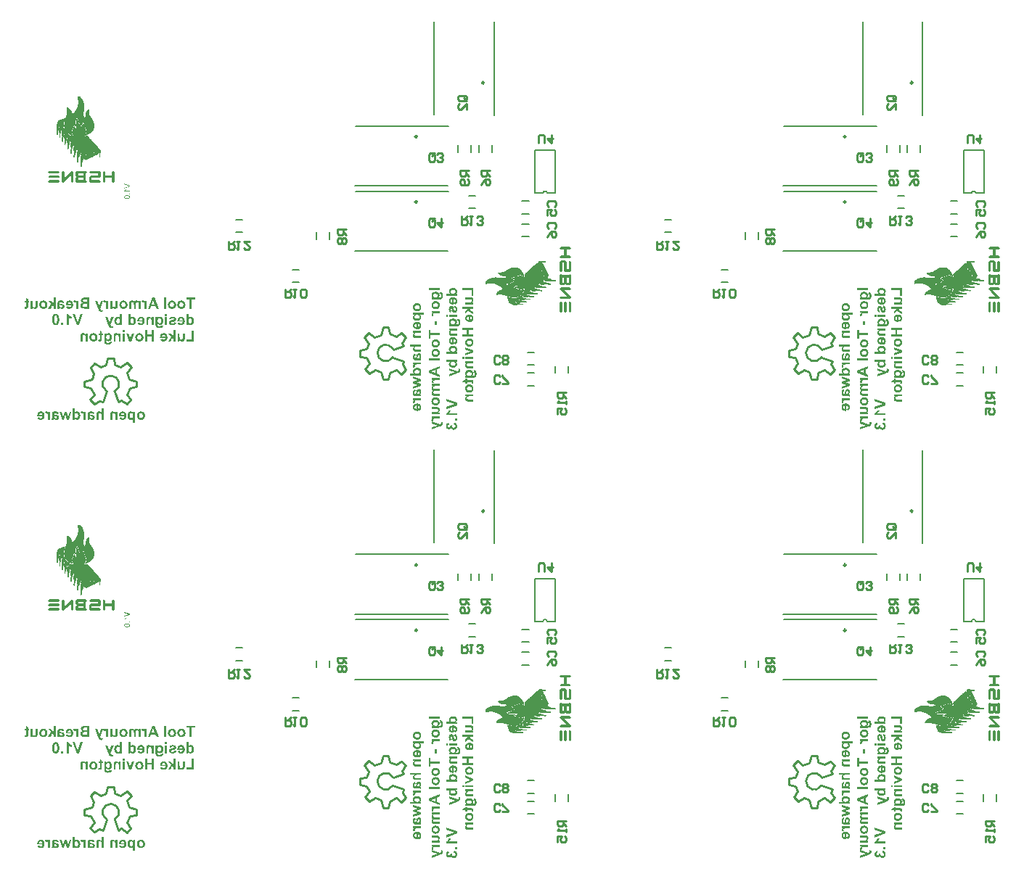
<source format=gbo>
%FSAX44Y44*%
%MOMM*%
G71*
G01*
G75*
G04 Layer_Color=32896*
%ADD10R,1.1000X1.7000*%
%ADD11R,1.7000X1.1000*%
%ADD12C,0.5080*%
%ADD13C,1.5000*%
%ADD14C,1.0000*%
%ADD15R,6.5000X6.0000*%
%ADD16R,3.0000X1.4000*%
%ADD17O,1.6500X0.5500*%
%ADD18O,0.5500X1.6500*%
%ADD19R,1.1000X1.4000*%
%ADD20O,0.6000X1.9000*%
%ADD21C,1.4000*%
%ADD22C,1.5240*%
%ADD23C,1.5000*%
%ADD24C,1.8500*%
%ADD25C,1.2700*%
%ADD26C,3.4500*%
%ADD27C,3.0000*%
%ADD28R,3.0000X3.0000*%
%ADD29C,2.0000*%
%ADD30R,2.0000X2.0000*%
%ADD31C,2.0000*%
%ADD32R,2.0000X2.0000*%
%ADD33R,2.0000X2.0000*%
%ADD34R,1.5000X1.5000*%
%ADD35R,2.0000X2.0000*%
%ADD36C,1.4000*%
%ADD37C,0.5000*%
%ADD38C,0.8000*%
%ADD39O,1.3000X0.5800*%
%ADD40R,1.3000X0.5800*%
%ADD41R,6.0000X6.5000*%
%ADD42R,1.4000X3.0000*%
%ADD43R,0.9960X2.2191*%
%ADD44C,0.2500*%
%ADD45C,0.2540*%
%ADD46C,0.2000*%
%ADD47C,0.6000*%
%ADD48C,0.5000*%
%ADD49R,2.8000X0.8000*%
%ADD50R,0.8000X2.8000*%
%ADD51R,1.3032X1.9032*%
%ADD52R,1.9032X1.3032*%
%ADD53R,6.7032X6.2032*%
%ADD54R,3.2032X1.6032*%
%ADD55O,1.8532X0.7532*%
%ADD56O,0.7532X1.8532*%
%ADD57R,1.3032X1.6032*%
%ADD58O,0.8032X2.1032*%
%ADD59C,1.7272*%
%ADD60C,1.7032*%
%ADD61C,2.0532*%
%ADD62C,3.2032*%
%ADD63R,3.2032X3.2032*%
%ADD64C,2.2032*%
%ADD65R,2.2032X2.2032*%
%ADD66C,2.2032*%
%ADD67R,2.2032X2.2032*%
%ADD68R,2.2032X2.2032*%
%ADD69R,1.7032X1.7032*%
%ADD70R,2.2032X2.2032*%
%ADD71C,1.6032*%
%ADD72C,3.6532*%
%ADD73O,1.5032X0.7832*%
%ADD74R,1.5032X0.7832*%
%ADD75R,6.2032X6.7032*%
%ADD76R,1.6032X3.2032*%
%ADD77C,0.0254*%
G36*
X00671809Y00392810D02*
X00671828Y00393200D01*
X00671887Y00393571D01*
X00671965Y00393903D01*
X00672043Y00394215D01*
X00672140Y00394507D01*
X00672238Y00394781D01*
X00672335Y00395015D01*
X00672452Y00395229D01*
X00672550Y00395405D01*
X00672647Y00395561D01*
X00672726Y00395678D01*
X00672804Y00395775D01*
X00672862Y00395854D01*
X00672882Y00395892D01*
X00672901Y00395912D01*
X00673116Y00396127D01*
X00673350Y00396322D01*
X00673564Y00396497D01*
X00673818Y00396634D01*
X00674052Y00396751D01*
X00674286Y00396848D01*
X00674715Y00397004D01*
X00674930Y00397063D01*
X00675105Y00397102D01*
X00675281Y00397122D01*
X00675417Y00397141D01*
X00675554Y00397160D01*
X00675632D01*
X00675691D01*
X00675710D01*
X00676003Y00397141D01*
X00676276Y00397102D01*
X00676529Y00397043D01*
X00676783Y00396965D01*
X00677251Y00396751D01*
X00677641Y00396517D01*
X00677817Y00396380D01*
X00677953Y00396263D01*
X00678090Y00396166D01*
X00678207Y00396068D01*
X00678285Y00395971D01*
X00678344Y00395912D01*
X00678383Y00395873D01*
X00678402Y00395854D01*
Y00400496D01*
X00680860D01*
Y00387680D01*
X00678578D01*
Y00389026D01*
X00678363Y00388753D01*
X00678148Y00388519D01*
X00677914Y00388324D01*
X00677700Y00388148D01*
X00677524Y00388031D01*
X00677388Y00387934D01*
X00677290Y00387875D01*
X00677251Y00387856D01*
X00676959Y00387719D01*
X00676685Y00387621D01*
X00676412Y00387543D01*
X00676178Y00387504D01*
X00675983Y00387465D01*
X00675827Y00387446D01*
X00675730D01*
X00675691D01*
X00675398Y00387465D01*
X00675105Y00387504D01*
X00674832Y00387563D01*
X00674579Y00387641D01*
X00674110Y00387856D01*
X00673701Y00388090D01*
X00673545Y00388207D01*
X00673389Y00388304D01*
X00673252Y00388421D01*
X00673135Y00388519D01*
X00673057Y00388597D01*
X00672999Y00388655D01*
X00672960Y00388694D01*
X00672940Y00388714D01*
X00672745Y00388968D01*
X00672550Y00389241D01*
X00672413Y00389533D01*
X00672277Y00389826D01*
X00672160Y00390138D01*
X00672062Y00390450D01*
X00671926Y00391035D01*
X00671887Y00391308D01*
X00671848Y00391562D01*
X00671828Y00391796D01*
X00671809Y00391991D01*
X00671789Y00392147D01*
Y00392381D01*
X00671809Y00392810D01*
D02*
G37*
G36*
X00690594Y00400496D02*
Y00395854D01*
X00690809Y00396088D01*
X00691043Y00396283D01*
X00691277Y00396458D01*
X00691491Y00396614D01*
X00691725Y00396731D01*
X00691960Y00396848D01*
X00692369Y00397004D01*
X00692740Y00397082D01*
X00692896Y00397122D01*
X00693033Y00397141D01*
X00693130Y00397160D01*
X00693208D01*
X00693267D01*
X00693286D01*
X00693598Y00397141D01*
X00693891Y00397102D01*
X00694183Y00397043D01*
X00694437Y00396965D01*
X00694925Y00396770D01*
X00695139Y00396653D01*
X00695334Y00396536D01*
X00695490Y00396419D01*
X00695647Y00396302D01*
X00695783Y00396205D01*
X00695900Y00396107D01*
X00695978Y00396029D01*
X00696037Y00395971D01*
X00696076Y00395932D01*
X00696095Y00395912D01*
X00696290Y00395678D01*
X00696446Y00395405D01*
X00696602Y00395132D01*
X00696719Y00394839D01*
X00696915Y00394234D01*
X00697051Y00393649D01*
X00697090Y00393396D01*
X00697129Y00393142D01*
X00697149Y00392908D01*
X00697168Y00392713D01*
X00697188Y00392557D01*
Y00392323D01*
X00697168Y00391913D01*
X00697129Y00391503D01*
X00697090Y00391133D01*
X00697012Y00390801D01*
X00696934Y00390470D01*
X00696836Y00390177D01*
X00696719Y00389904D01*
X00696622Y00389670D01*
X00696524Y00389455D01*
X00696407Y00389260D01*
X00696310Y00389104D01*
X00696232Y00388968D01*
X00696154Y00388870D01*
X00696095Y00388792D01*
X00696076Y00388753D01*
X00696056Y00388733D01*
X00695842Y00388499D01*
X00695608Y00388304D01*
X00695393Y00388129D01*
X00695159Y00387992D01*
X00694925Y00387856D01*
X00694691Y00387758D01*
X00694261Y00387602D01*
X00693891Y00387524D01*
X00693735Y00387485D01*
X00693598Y00387465D01*
X00693481Y00387446D01*
X00693403D01*
X00693345D01*
X00693325D01*
X00693033Y00387465D01*
X00692759Y00387504D01*
X00692486Y00387563D01*
X00692252Y00387641D01*
X00692057Y00387719D01*
X00691921Y00387777D01*
X00691823Y00387817D01*
X00691784Y00387836D01*
X00691491Y00388012D01*
X00691238Y00388187D01*
X00691004Y00388402D01*
X00690809Y00388577D01*
X00690653Y00388753D01*
X00690516Y00388889D01*
X00690438Y00388987D01*
X00690419Y00389026D01*
Y00387680D01*
X00688136D01*
Y00400496D01*
X00690594D01*
D02*
G37*
G36*
X00664006Y00396965D02*
X00666191Y00390372D01*
X00668395Y00396965D01*
X00671009D01*
X00667498Y00387660D01*
X00667595Y00387387D01*
X00667693Y00387134D01*
X00667790Y00386919D01*
X00667888Y00386724D01*
X00667985Y00386568D01*
X00668063Y00386471D01*
X00668102Y00386393D01*
X00668122Y00386373D01*
X00668297Y00386197D01*
X00668493Y00386061D01*
X00668707Y00385983D01*
X00668902Y00385905D01*
X00669097Y00385866D01*
X00669253Y00385846D01*
X00669351D01*
X00669370D01*
X00669390D01*
X00669741Y00385866D01*
X00669917Y00385885D01*
X00670072Y00385905D01*
X00670229Y00385924D01*
X00670326Y00385944D01*
X00670404Y00385963D01*
X00670424D01*
X00670209Y00384052D01*
X00669702Y00383954D01*
X00669468Y00383935D01*
X00669253Y00383915D01*
X00669078Y00383896D01*
X00668941D01*
X00668863D01*
X00668824D01*
X00668570D01*
X00668336Y00383915D01*
X00668122Y00383954D01*
X00667927Y00383974D01*
X00667790Y00384013D01*
X00667673Y00384032D01*
X00667595Y00384052D01*
X00667576D01*
X00667381Y00384110D01*
X00667186Y00384188D01*
X00667029Y00384266D01*
X00666893Y00384325D01*
X00666795Y00384383D01*
X00666698Y00384442D01*
X00666659Y00384461D01*
X00666639Y00384481D01*
X00666366Y00384695D01*
X00666152Y00384910D01*
X00666074Y00385008D01*
X00666015Y00385085D01*
X00665976Y00385144D01*
X00665956Y00385164D01*
X00665839Y00385339D01*
X00665742Y00385534D01*
X00665644Y00385749D01*
X00665547Y00385944D01*
X00665469Y00386139D01*
X00665410Y00386275D01*
X00665371Y00386373D01*
X00665352Y00386412D01*
X00664747Y00388031D01*
X00661470Y00396965D01*
X00664006D01*
D02*
G37*
G36*
X00687187Y00282262D02*
X00687206Y00282652D01*
X00687264Y00283023D01*
X00687343Y00283354D01*
X00687421Y00283666D01*
X00687518Y00283959D01*
X00687635Y00284232D01*
X00687733Y00284466D01*
X00687830Y00284681D01*
X00687947Y00284856D01*
X00688045Y00285012D01*
X00688123Y00285149D01*
X00688201Y00285247D01*
X00688240Y00285324D01*
X00688279Y00285364D01*
X00688298Y00285383D01*
X00688513Y00285617D01*
X00688747Y00285812D01*
X00688981Y00285988D01*
X00689196Y00286124D01*
X00689430Y00286261D01*
X00689664Y00286358D01*
X00690093Y00286514D01*
X00690483Y00286612D01*
X00690639Y00286632D01*
X00690776Y00286651D01*
X00690893Y00286670D01*
X00690971D01*
X00691029D01*
X00691049D01*
X00691380Y00286651D01*
X00691712Y00286593D01*
X00692005Y00286534D01*
X00692239Y00286456D01*
X00692453Y00286358D01*
X00692609Y00286300D01*
X00692707Y00286241D01*
X00692746Y00286222D01*
X00693019Y00286046D01*
X00693253Y00285871D01*
X00693448Y00285676D01*
X00693624Y00285500D01*
X00693760Y00285344D01*
X00693858Y00285227D01*
X00693916Y00285149D01*
X00693936Y00285110D01*
Y00286475D01*
X00696218D01*
Y00273640D01*
X00693760D01*
Y00278302D01*
X00693507Y00278048D01*
X00693273Y00277834D01*
X00693039Y00277639D01*
X00692843Y00277502D01*
X00692688Y00277385D01*
X00692570Y00277307D01*
X00692473Y00277268D01*
X00692453Y00277248D01*
X00692219Y00277151D01*
X00691966Y00277073D01*
X00691732Y00277034D01*
X00691517Y00276995D01*
X00691341Y00276975D01*
X00691205Y00276956D01*
X00691107D01*
X00691068D01*
X00690776Y00276975D01*
X00690483Y00277014D01*
X00690210Y00277073D01*
X00689957Y00277151D01*
X00689488Y00277366D01*
X00689079Y00277600D01*
X00688923Y00277717D01*
X00688766Y00277834D01*
X00688630Y00277951D01*
X00688513Y00278048D01*
X00688435Y00278126D01*
X00688376Y00278185D01*
X00688337Y00278224D01*
X00688318Y00278243D01*
X00688123Y00278497D01*
X00687928Y00278770D01*
X00687791Y00279063D01*
X00687655Y00279355D01*
X00687538Y00279648D01*
X00687440Y00279960D01*
X00687303Y00280526D01*
X00687264Y00280799D01*
X00687225Y00281052D01*
X00687206Y00281267D01*
X00687187Y00281462D01*
X00687167Y00281638D01*
Y00281852D01*
X00687187Y00282262D01*
D02*
G37*
G36*
X00698111Y00282223D02*
X00698149Y00282574D01*
X00698208Y00282925D01*
X00698306Y00283257D01*
X00698403Y00283549D01*
X00698520Y00283842D01*
X00698637Y00284095D01*
X00698754Y00284349D01*
X00698891Y00284564D01*
X00699008Y00284739D01*
X00699125Y00284915D01*
X00699222Y00285032D01*
X00699320Y00285149D01*
X00699379Y00285227D01*
X00699417Y00285266D01*
X00699437Y00285285D01*
X00699691Y00285539D01*
X00699964Y00285734D01*
X00700256Y00285929D01*
X00700549Y00286085D01*
X00700822Y00286222D01*
X00701115Y00286339D01*
X00701388Y00286417D01*
X00701661Y00286495D01*
X00701914Y00286553D01*
X00702129Y00286593D01*
X00702344Y00286632D01*
X00702519Y00286651D01*
X00702675Y00286670D01*
X00702773D01*
X00702851D01*
X00702870D01*
X00703377Y00286651D01*
X00703826Y00286573D01*
X00704255Y00286475D01*
X00704626Y00286378D01*
X00704919Y00286261D01*
X00705055Y00286202D01*
X00705153Y00286163D01*
X00705231Y00286124D01*
X00705289Y00286085D01*
X00705328Y00286066D01*
X00705348D01*
X00705738Y00285812D01*
X00706069Y00285539D01*
X00706362Y00285247D01*
X00706596Y00284954D01*
X00706791Y00284700D01*
X00706928Y00284505D01*
X00706986Y00284427D01*
X00707025Y00284369D01*
X00707045Y00284330D01*
Y00284310D01*
X00707240Y00283881D01*
X00707376Y00283452D01*
X00707494Y00283062D01*
X00707552Y00282691D01*
X00707591Y00282379D01*
X00707610Y00282242D01*
Y00282145D01*
X00707630Y00282047D01*
Y00281930D01*
X00707610Y00281364D01*
X00707533Y00280838D01*
X00707435Y00280370D01*
X00707337Y00279979D01*
X00707279Y00279804D01*
X00707220Y00279648D01*
X00707181Y00279531D01*
X00707142Y00279414D01*
X00707103Y00279336D01*
X00707064Y00279277D01*
X00707045Y00279238D01*
Y00279219D01*
X00706791Y00278829D01*
X00706518Y00278477D01*
X00706226Y00278185D01*
X00705933Y00277951D01*
X00705679Y00277775D01*
X00705484Y00277639D01*
X00705406Y00277580D01*
X00705348Y00277541D01*
X00705309Y00277522D01*
X00705289D01*
X00704860Y00277327D01*
X00704431Y00277190D01*
X00704021Y00277092D01*
X00703651Y00277034D01*
X00703338Y00276995D01*
X00703202Y00276975D01*
X00703085Y00276956D01*
X00702987D01*
X00702929D01*
X00702890D01*
X00702870D01*
X00702500Y00276975D01*
X00702129Y00277014D01*
X00701778Y00277092D01*
X00701466Y00277171D01*
X00701154Y00277268D01*
X00700881Y00277385D01*
X00700627Y00277522D01*
X00700393Y00277658D01*
X00700178Y00277775D01*
X00699983Y00277912D01*
X00699827Y00278029D01*
X00699691Y00278126D01*
X00699593Y00278204D01*
X00699515Y00278282D01*
X00699476Y00278321D01*
X00699456Y00278341D01*
X00699222Y00278614D01*
X00699008Y00278887D01*
X00698832Y00279180D01*
X00698657Y00279472D01*
X00698540Y00279765D01*
X00698423Y00280058D01*
X00698325Y00280331D01*
X00698267Y00280604D01*
X00698208Y00280857D01*
X00698169Y00281091D01*
X00698130Y00281306D01*
X00698111Y00281482D01*
X00698091Y00281638D01*
Y00281833D01*
X00698111Y00282223D01*
D02*
G37*
G36*
X00733412Y00400496D02*
Y00398233D01*
X00730955D01*
Y00400496D01*
X00733412D01*
D02*
G37*
G36*
Y00396965D02*
Y00387680D01*
X00730955D01*
Y00396965D01*
X00733412D01*
D02*
G37*
G36*
X00722254D02*
Y00395639D01*
X00722469Y00395912D01*
X00722703Y00396146D01*
X00722937Y00396341D01*
X00723171Y00396517D01*
X00723405Y00396673D01*
X00723639Y00396790D01*
X00723873Y00396887D01*
X00724088Y00396965D01*
X00724283Y00397024D01*
X00724478Y00397082D01*
X00724654Y00397122D01*
X00724790Y00397141D01*
X00724907Y00397160D01*
X00725005D01*
X00725063D01*
X00725083D01*
X00725395Y00397141D01*
X00725688Y00397102D01*
X00725961Y00397043D01*
X00726234Y00396965D01*
X00726702Y00396770D01*
X00726917Y00396653D01*
X00727112Y00396536D01*
X00727287Y00396419D01*
X00727424Y00396302D01*
X00727560Y00396205D01*
X00727677Y00396107D01*
X00727755Y00396029D01*
X00727814Y00395971D01*
X00727853Y00395932D01*
X00727872Y00395912D01*
X00728067Y00395678D01*
X00728243Y00395405D01*
X00728380Y00395132D01*
X00728516Y00394839D01*
X00728614Y00394547D01*
X00728711Y00394254D01*
X00728848Y00393669D01*
X00728887Y00393415D01*
X00728926Y00393162D01*
X00728945Y00392947D01*
X00728965Y00392752D01*
X00728984Y00392576D01*
Y00392362D01*
X00728965Y00392030D01*
X00728945Y00391698D01*
X00728848Y00391094D01*
X00728789Y00390821D01*
X00728711Y00390567D01*
X00728633Y00390333D01*
X00728555Y00390118D01*
X00728477Y00389923D01*
X00728419Y00389748D01*
X00728341Y00389611D01*
X00728282Y00389494D01*
X00728223Y00389397D01*
X00728185Y00389319D01*
X00728146Y00389280D01*
Y00389260D01*
X00727931Y00388987D01*
X00727697Y00388733D01*
X00727463Y00388519D01*
X00727229Y00388343D01*
X00726975Y00388187D01*
X00726721Y00388070D01*
X00726487Y00387953D01*
X00726253Y00387875D01*
X00726039Y00387817D01*
X00725824Y00387758D01*
X00725649Y00387738D01*
X00725492Y00387700D01*
X00725356D01*
X00725258Y00387680D01*
X00725200D01*
X00725180D01*
X00724868Y00387700D01*
X00724576Y00387738D01*
X00724303Y00387817D01*
X00724049Y00387914D01*
X00723581Y00388168D01*
X00723171Y00388441D01*
X00722996Y00388577D01*
X00722840Y00388714D01*
X00722722Y00388850D01*
X00722605Y00388968D01*
X00722527Y00389065D01*
X00722469Y00389143D01*
X00722430Y00389182D01*
X00722410Y00389202D01*
Y00387543D01*
X00722430Y00387309D01*
X00722449Y00387114D01*
X00722469Y00386958D01*
X00722488Y00386841D01*
X00722508Y00386763D01*
X00722527Y00386724D01*
Y00386705D01*
X00722605Y00386549D01*
X00722683Y00386412D01*
X00722762Y00386295D01*
X00722840Y00386217D01*
X00722898Y00386139D01*
X00722957Y00386100D01*
X00722996Y00386080D01*
X00723015Y00386061D01*
X00723210Y00385963D01*
X00723444Y00385885D01*
X00723678Y00385846D01*
X00723912Y00385807D01*
X00724127Y00385788D01*
X00724303Y00385768D01*
X00724420D01*
X00724439D01*
X00724459D01*
X00724712Y00385788D01*
X00724946Y00385807D01*
X00725122Y00385846D01*
X00725278Y00385905D01*
X00725395Y00385963D01*
X00725492Y00386002D01*
X00725531Y00386022D01*
X00725551Y00386041D01*
X00725629Y00386119D01*
X00725707Y00386236D01*
X00725805Y00386451D01*
X00725824Y00386568D01*
X00725844Y00386646D01*
X00725863Y00386705D01*
Y00386724D01*
X00728672Y00387056D01*
X00728692Y00386939D01*
Y00386763D01*
X00728672Y00386529D01*
X00728653Y00386315D01*
X00728536Y00385924D01*
X00728380Y00385573D01*
X00728204Y00385281D01*
X00728028Y00385047D01*
X00727872Y00384871D01*
X00727755Y00384754D01*
X00727736Y00384734D01*
X00727716Y00384715D01*
X00727521Y00384578D01*
X00727287Y00384442D01*
X00727034Y00384344D01*
X00726780Y00384247D01*
X00726214Y00384091D01*
X00725668Y00383993D01*
X00725395Y00383974D01*
X00725161Y00383935D01*
X00724946Y00383915D01*
X00724751D01*
X00724576Y00383896D01*
X00724459D01*
X00724381D01*
X00724361D01*
X00723912Y00383915D01*
X00723503Y00383935D01*
X00723152Y00383974D01*
X00722859Y00384032D01*
X00722625Y00384091D01*
X00722449Y00384130D01*
X00722332Y00384149D01*
X00722293Y00384169D01*
X00722001Y00384266D01*
X00721747Y00384383D01*
X00721513Y00384500D01*
X00721338Y00384617D01*
X00721181Y00384734D01*
X00721084Y00384812D01*
X00721006Y00384871D01*
X00720986Y00384891D01*
X00720811Y00385085D01*
X00720655Y00385281D01*
X00720538Y00385495D01*
X00720421Y00385710D01*
X00720343Y00385885D01*
X00720284Y00386041D01*
X00720245Y00386139D01*
X00720226Y00386178D01*
X00720186Y00386334D01*
X00720128Y00386510D01*
X00720070Y00386900D01*
X00720011Y00387309D01*
X00719992Y00387700D01*
X00719972Y00388051D01*
X00719952Y00388207D01*
Y00396965D01*
X00722254D01*
D02*
G37*
G36*
X00698690Y00392596D02*
X00698748Y00393025D01*
X00698807Y00393435D01*
X00698904Y00393805D01*
X00699002Y00394156D01*
X00699099Y00394468D01*
X00699216Y00394742D01*
X00699314Y00394995D01*
X00699431Y00395190D01*
X00699528Y00395366D01*
X00699606Y00395522D01*
X00699685Y00395639D01*
X00699743Y00395717D01*
X00699782Y00395756D01*
X00699801Y00395775D01*
X00700036Y00396029D01*
X00700289Y00396224D01*
X00700543Y00396419D01*
X00700816Y00396575D01*
X00701089Y00396712D01*
X00701362Y00396829D01*
X00701635Y00396907D01*
X00701889Y00396985D01*
X00702123Y00397043D01*
X00702357Y00397082D01*
X00702552Y00397122D01*
X00702728Y00397141D01*
X00702884Y00397160D01*
X00702981D01*
X00703059D01*
X00703079D01*
X00703410Y00397141D01*
X00703742Y00397102D01*
X00704035Y00397043D01*
X00704327Y00396946D01*
X00704600Y00396848D01*
X00704854Y00396751D01*
X00705069Y00396614D01*
X00705283Y00396497D01*
X00705478Y00396380D01*
X00705634Y00396263D01*
X00705790Y00396146D01*
X00705907Y00396049D01*
X00706005Y00395951D01*
X00706063Y00395892D01*
X00706102Y00395854D01*
X00706122Y00395834D01*
X00706336Y00395580D01*
X00706512Y00395307D01*
X00706668Y00395015D01*
X00706805Y00394722D01*
X00706922Y00394410D01*
X00707019Y00394117D01*
X00707156Y00393532D01*
X00707214Y00393279D01*
X00707253Y00393025D01*
X00707273Y00392791D01*
X00707292Y00392615D01*
X00707312Y00392440D01*
Y00392225D01*
X00707292Y00391874D01*
X00707273Y00391542D01*
X00707175Y00390918D01*
X00707097Y00390626D01*
X00707019Y00390372D01*
X00706941Y00390118D01*
X00706863Y00389904D01*
X00706785Y00389709D01*
X00706707Y00389533D01*
X00706629Y00389377D01*
X00706551Y00389260D01*
X00706492Y00389162D01*
X00706453Y00389085D01*
X00706414Y00389045D01*
Y00389026D01*
X00706180Y00388753D01*
X00705927Y00388499D01*
X00705654Y00388285D01*
X00705361Y00388109D01*
X00705069Y00387953D01*
X00704756Y00387836D01*
X00704464Y00387719D01*
X00704171Y00387641D01*
X00703898Y00387583D01*
X00703644Y00387524D01*
X00703430Y00387504D01*
X00703215Y00387465D01*
X00703059D01*
X00702923Y00387446D01*
X00702845D01*
X00702825D01*
X00702279Y00387485D01*
X00701791Y00387563D01*
X00701362Y00387660D01*
X00700992Y00387797D01*
X00700699Y00387934D01*
X00700562Y00387992D01*
X00700465Y00388031D01*
X00700387Y00388090D01*
X00700328Y00388109D01*
X00700309Y00388148D01*
X00700289D01*
X00699938Y00388441D01*
X00699626Y00388772D01*
X00699372Y00389104D01*
X00699158Y00389436D01*
X00699002Y00389728D01*
X00698924Y00389865D01*
X00698885Y00389982D01*
X00698846Y00390060D01*
X00698807Y00390138D01*
X00698787Y00390177D01*
Y00390196D01*
X00701226Y00390606D01*
X00701304Y00390353D01*
X00701401Y00390157D01*
X00701518Y00389982D01*
X00701616Y00389845D01*
X00701694Y00389728D01*
X00701772Y00389650D01*
X00701811Y00389611D01*
X00701830Y00389592D01*
X00701986Y00389494D01*
X00702142Y00389416D01*
X00702318Y00389358D01*
X00702455Y00389319D01*
X00702591Y00389299D01*
X00702708Y00389280D01*
X00702786D01*
X00702806D01*
X00703098Y00389299D01*
X00703371Y00389377D01*
X00703625Y00389475D01*
X00703820Y00389592D01*
X00703996Y00389689D01*
X00704113Y00389787D01*
X00704191Y00389865D01*
X00704210Y00389884D01*
X00704405Y00390138D01*
X00704542Y00390411D01*
X00704639Y00390684D01*
X00704717Y00390977D01*
X00704756Y00391211D01*
X00704776Y00391425D01*
X00704795Y00391503D01*
Y00391601D01*
X00698651D01*
Y00392108D01*
X00698690Y00392596D01*
D02*
G37*
G36*
X00709126Y00394137D02*
X00709146Y00394430D01*
X00709165Y00394664D01*
X00709204Y00394839D01*
X00709223Y00394976D01*
X00709243Y00395054D01*
Y00395073D01*
X00709302Y00395288D01*
X00709380Y00395483D01*
X00709458Y00395658D01*
X00709536Y00395815D01*
X00709614Y00395932D01*
X00709672Y00396029D01*
X00709711Y00396088D01*
X00709731Y00396107D01*
X00709867Y00396283D01*
X00710043Y00396419D01*
X00710199Y00396556D01*
X00710374Y00396673D01*
X00710511Y00396751D01*
X00710628Y00396809D01*
X00710706Y00396848D01*
X00710745Y00396868D01*
X00710999Y00396965D01*
X00711252Y00397043D01*
X00711506Y00397082D01*
X00711740Y00397122D01*
X00711935Y00397141D01*
X00712091Y00397160D01*
X00712189D01*
X00712228D01*
X00712559Y00397141D01*
X00712891Y00397102D01*
X00713184Y00397024D01*
X00713476Y00396926D01*
X00713749Y00396790D01*
X00714003Y00396673D01*
X00714217Y00396517D01*
X00714432Y00396380D01*
X00714627Y00396244D01*
X00714783Y00396088D01*
X00714939Y00395971D01*
X00715056Y00395854D01*
X00715154Y00395737D01*
X00715212Y00395658D01*
X00715251Y00395619D01*
X00715271Y00395600D01*
Y00396965D01*
X00717553D01*
Y00387680D01*
X00715095D01*
Y00392420D01*
X00715076Y00392654D01*
Y00392869D01*
X00715056Y00393064D01*
X00715037Y00393240D01*
X00715017Y00393396D01*
X00714998Y00393532D01*
X00714978Y00393747D01*
X00714939Y00393883D01*
X00714920Y00393981D01*
Y00394000D01*
X00714842Y00394215D01*
X00714725Y00394390D01*
X00714607Y00394547D01*
X00714510Y00394683D01*
X00714393Y00394800D01*
X00714315Y00394878D01*
X00714256Y00394917D01*
X00714237Y00394937D01*
X00714042Y00395054D01*
X00713847Y00395132D01*
X00713652Y00395210D01*
X00713476Y00395249D01*
X00713320Y00395268D01*
X00713203Y00395288D01*
X00713105D01*
X00713086D01*
X00712910Y00395268D01*
X00712754Y00395249D01*
X00712598Y00395210D01*
X00712481Y00395171D01*
X00712384Y00395112D01*
X00712306Y00395073D01*
X00712267Y00395054D01*
X00712247Y00395034D01*
X00712013Y00394820D01*
X00711857Y00394585D01*
X00711798Y00394488D01*
X00711759Y00394410D01*
X00711740Y00394352D01*
Y00394332D01*
X00711701Y00394234D01*
X00711681Y00394117D01*
X00711642Y00393844D01*
X00711603Y00393532D01*
X00711584Y00393200D01*
X00711564Y00392908D01*
Y00387680D01*
X00709107D01*
Y00393805D01*
X00709126Y00394137D01*
D02*
G37*
G36*
X00610406Y00286475D02*
X00612181Y00280389D01*
X00613722Y00286475D01*
X00616102D01*
X00617702Y00280389D01*
X00619438Y00286475D01*
X00621818D01*
X00618892Y00277190D01*
X00616512D01*
X00614932Y00283159D01*
X00613332Y00277190D01*
X00610972D01*
X00607987Y00286475D01*
X00610406D01*
D02*
G37*
G36*
X00625485Y00290006D02*
Y00285364D01*
X00625700Y00285598D01*
X00625934Y00285793D01*
X00626168Y00285968D01*
X00626382Y00286124D01*
X00626617Y00286241D01*
X00626851Y00286358D01*
X00627260Y00286514D01*
X00627631Y00286593D01*
X00627787Y00286632D01*
X00627924Y00286651D01*
X00628021Y00286670D01*
X00628099D01*
X00628158D01*
X00628177D01*
X00628489Y00286651D01*
X00628782Y00286612D01*
X00629075Y00286553D01*
X00629328Y00286475D01*
X00629816Y00286280D01*
X00630030Y00286163D01*
X00630225Y00286046D01*
X00630382Y00285929D01*
X00630538Y00285812D01*
X00630674Y00285715D01*
X00630791Y00285617D01*
X00630869Y00285539D01*
X00630928Y00285481D01*
X00630967Y00285441D01*
X00630986Y00285422D01*
X00631181Y00285188D01*
X00631337Y00284915D01*
X00631493Y00284642D01*
X00631610Y00284349D01*
X00631805Y00283744D01*
X00631942Y00283159D01*
X00631981Y00282906D01*
X00632020Y00282652D01*
X00632040Y00282418D01*
X00632059Y00282223D01*
X00632079Y00282067D01*
Y00281833D01*
X00632059Y00281423D01*
X00632020Y00281013D01*
X00631981Y00280643D01*
X00631903Y00280311D01*
X00631825Y00279979D01*
X00631727Y00279687D01*
X00631610Y00279414D01*
X00631513Y00279180D01*
X00631415Y00278965D01*
X00631298Y00278770D01*
X00631201Y00278614D01*
X00631123Y00278477D01*
X00631045Y00278380D01*
X00630986Y00278302D01*
X00630967Y00278263D01*
X00630947Y00278243D01*
X00630733Y00278009D01*
X00630499Y00277814D01*
X00630284Y00277639D01*
X00630050Y00277502D01*
X00629816Y00277366D01*
X00629582Y00277268D01*
X00629152Y00277112D01*
X00628782Y00277034D01*
X00628626Y00276995D01*
X00628489Y00276975D01*
X00628372Y00276956D01*
X00628294D01*
X00628236D01*
X00628216D01*
X00627924Y00276975D01*
X00627650Y00277014D01*
X00627377Y00277073D01*
X00627143Y00277151D01*
X00626948Y00277229D01*
X00626812Y00277288D01*
X00626714Y00277327D01*
X00626675Y00277346D01*
X00626382Y00277522D01*
X00626129Y00277697D01*
X00625895Y00277912D01*
X00625700Y00278087D01*
X00625544Y00278263D01*
X00625407Y00278399D01*
X00625329Y00278497D01*
X00625310Y00278536D01*
Y00277190D01*
X00623027D01*
Y00290006D01*
X00625485D01*
D02*
G37*
G36*
X00598760Y00277444D02*
X00598858Y00277658D01*
X00598936Y00277873D01*
X00598994Y00278048D01*
X00599033Y00278204D01*
X00599072Y00278321D01*
X00599092Y00278399D01*
Y00278419D01*
X00599131Y00278673D01*
X00599151Y00278946D01*
X00599189Y00279258D01*
Y00279550D01*
X00599209Y00279823D01*
Y00280233D01*
X00599170Y00283081D01*
Y00283374D01*
X00599189Y00283627D01*
X00599209Y00283881D01*
X00599229Y00284095D01*
X00599248Y00284310D01*
X00599268Y00284486D01*
X00599306Y00284642D01*
X00599326Y00284778D01*
X00599404Y00285012D01*
X00599443Y00285168D01*
X00599482Y00285266D01*
X00599502Y00285285D01*
X00599638Y00285500D01*
X00599814Y00285695D01*
X00600009Y00285871D01*
X00600184Y00286007D01*
X00600360Y00286124D01*
X00600496Y00286202D01*
X00600594Y00286261D01*
X00600633Y00286280D01*
X00600789Y00286358D01*
X00600965Y00286417D01*
X00601355Y00286514D01*
X00601764Y00286573D01*
X00602155Y00286632D01*
X00602525Y00286651D01*
X00602681D01*
X00602818Y00286670D01*
X00602935D01*
X00603013D01*
X00603071D01*
X00603091D01*
X00603423D01*
X00603715Y00286651D01*
X00604008Y00286612D01*
X00604261Y00286573D01*
X00604515Y00286514D01*
X00604729Y00286456D01*
X00604944Y00286397D01*
X00605120Y00286339D01*
X00605276Y00286280D01*
X00605412Y00286222D01*
X00605529Y00286163D01*
X00605627Y00286105D01*
X00605705Y00286066D01*
X00605763Y00286027D01*
X00605783Y00286007D01*
X00605802D01*
X00606115Y00285734D01*
X00606388Y00285422D01*
X00606622Y00285110D01*
X00606797Y00284778D01*
X00606914Y00284486D01*
X00607012Y00284252D01*
X00607051Y00284174D01*
X00607070Y00284095D01*
X00607090Y00284056D01*
Y00284037D01*
X00604886Y00283627D01*
X00604808Y00283842D01*
X00604710Y00284037D01*
X00604613Y00284193D01*
X00604515Y00284310D01*
X00604437Y00284408D01*
X00604359Y00284466D01*
X00604320Y00284505D01*
X00604300Y00284525D01*
X00604144Y00284622D01*
X00603988Y00284681D01*
X00603637Y00284759D01*
X00603501Y00284778D01*
X00603383Y00284798D01*
X00603286D01*
X00603266D01*
X00602935Y00284778D01*
X00602642Y00284759D01*
X00602408Y00284700D01*
X00602233Y00284642D01*
X00602096Y00284583D01*
X00602018Y00284544D01*
X00601959Y00284505D01*
X00601940Y00284486D01*
X00601823Y00284349D01*
X00601745Y00284193D01*
X00601667Y00284037D01*
X00601628Y00283862D01*
X00601608Y00283705D01*
X00601589Y00283588D01*
Y00283237D01*
X00601725Y00283179D01*
X00601881Y00283120D01*
X00602252Y00283023D01*
X00602642Y00282925D01*
X00603032Y00282828D01*
X00603403Y00282750D01*
X00603559Y00282710D01*
X00603715Y00282691D01*
X00603832Y00282672D01*
X00603910Y00282652D01*
X00603969Y00282633D01*
X00603988D01*
X00604437Y00282535D01*
X00604827Y00282437D01*
X00605159Y00282340D01*
X00605432Y00282242D01*
X00605646Y00282164D01*
X00605802Y00282106D01*
X00605900Y00282067D01*
X00605939Y00282047D01*
X00606173Y00281911D01*
X00606388Y00281755D01*
X00606563Y00281599D01*
X00606700Y00281443D01*
X00606817Y00281306D01*
X00606895Y00281189D01*
X00606953Y00281111D01*
X00606973Y00281091D01*
X00607090Y00280857D01*
X00607187Y00280623D01*
X00607246Y00280389D01*
X00607304Y00280175D01*
X00607324Y00279979D01*
X00607343Y00279843D01*
Y00279706D01*
X00607304Y00279277D01*
X00607207Y00278887D01*
X00607090Y00278556D01*
X00606934Y00278263D01*
X00606778Y00278029D01*
X00606661Y00277853D01*
X00606563Y00277756D01*
X00606524Y00277717D01*
X00606193Y00277463D01*
X00605822Y00277268D01*
X00605451Y00277151D01*
X00605081Y00277053D01*
X00604768Y00276995D01*
X00604613Y00276975D01*
X00604495D01*
X00604398Y00276956D01*
X00604320D01*
X00604281D01*
X00604261D01*
X00603969Y00276975D01*
X00603676Y00276995D01*
X00603423Y00277053D01*
X00603208Y00277112D01*
X00603013Y00277151D01*
X00602857Y00277209D01*
X00602779Y00277229D01*
X00602740Y00277248D01*
X00602467Y00277385D01*
X00602233Y00277522D01*
X00601998Y00277678D01*
X00601803Y00277834D01*
X00601628Y00277970D01*
X00601511Y00278087D01*
X00601413Y00278165D01*
X00601394Y00278185D01*
X00601374Y00278107D01*
X00601355Y00278009D01*
X00601316Y00277931D01*
Y00277892D01*
X00601257Y00277736D01*
X00601218Y00277580D01*
X00601160Y00277463D01*
X00601121Y00277366D01*
X00601101Y00277288D01*
X00601082Y00277229D01*
X00601062Y00277209D01*
Y00277190D01*
X00598643D01*
X00598760Y00277444D01*
D02*
G37*
G36*
X00581887Y00282106D02*
X00581945Y00282535D01*
X00582004Y00282945D01*
X00582101Y00283315D01*
X00582199Y00283666D01*
X00582296Y00283979D01*
X00582413Y00284252D01*
X00582511Y00284505D01*
X00582628Y00284700D01*
X00582725Y00284876D01*
X00582803Y00285032D01*
X00582882Y00285149D01*
X00582940Y00285227D01*
X00582979Y00285266D01*
X00582999Y00285285D01*
X00583233Y00285539D01*
X00583486Y00285734D01*
X00583740Y00285929D01*
X00584013Y00286085D01*
X00584286Y00286222D01*
X00584559Y00286339D01*
X00584832Y00286417D01*
X00585086Y00286495D01*
X00585320Y00286553D01*
X00585554Y00286593D01*
X00585749Y00286632D01*
X00585925Y00286651D01*
X00586081Y00286670D01*
X00586178D01*
X00586256D01*
X00586276D01*
X00586607Y00286651D01*
X00586939Y00286612D01*
X00587232Y00286553D01*
X00587524Y00286456D01*
X00587797Y00286358D01*
X00588051Y00286261D01*
X00588265Y00286124D01*
X00588480Y00286007D01*
X00588675Y00285890D01*
X00588831Y00285773D01*
X00588987Y00285656D01*
X00589104Y00285559D01*
X00589202Y00285461D01*
X00589260Y00285403D01*
X00589299Y00285364D01*
X00589319Y00285344D01*
X00589533Y00285090D01*
X00589709Y00284817D01*
X00589865Y00284525D01*
X00590002Y00284232D01*
X00590119Y00283920D01*
X00590216Y00283627D01*
X00590353Y00283042D01*
X00590411Y00282789D01*
X00590450Y00282535D01*
X00590470Y00282301D01*
X00590489Y00282125D01*
X00590509Y00281950D01*
Y00281735D01*
X00590489Y00281384D01*
X00590470Y00281052D01*
X00590372Y00280428D01*
X00590294Y00280136D01*
X00590216Y00279882D01*
X00590138Y00279628D01*
X00590060Y00279414D01*
X00589982Y00279219D01*
X00589904Y00279043D01*
X00589826Y00278887D01*
X00589748Y00278770D01*
X00589689Y00278673D01*
X00589650Y00278594D01*
X00589611Y00278556D01*
Y00278536D01*
X00589377Y00278263D01*
X00589124Y00278009D01*
X00588851Y00277795D01*
X00588558Y00277619D01*
X00588265Y00277463D01*
X00587953Y00277346D01*
X00587661Y00277229D01*
X00587368Y00277151D01*
X00587095Y00277092D01*
X00586841Y00277034D01*
X00586627Y00277014D01*
X00586412Y00276975D01*
X00586256D01*
X00586120Y00276956D01*
X00586042D01*
X00586022D01*
X00585476Y00276995D01*
X00584988Y00277073D01*
X00584559Y00277171D01*
X00584188Y00277307D01*
X00583896Y00277444D01*
X00583759Y00277502D01*
X00583662Y00277541D01*
X00583584Y00277600D01*
X00583525Y00277619D01*
X00583506Y00277658D01*
X00583486D01*
X00583135Y00277951D01*
X00582823Y00278282D01*
X00582569Y00278614D01*
X00582355Y00278946D01*
X00582199Y00279238D01*
X00582121Y00279375D01*
X00582082Y00279492D01*
X00582043Y00279570D01*
X00582004Y00279648D01*
X00581984Y00279687D01*
Y00279706D01*
X00584422Y00280116D01*
X00584501Y00279862D01*
X00584598Y00279667D01*
X00584715Y00279492D01*
X00584813Y00279355D01*
X00584891Y00279238D01*
X00584969Y00279160D01*
X00585008Y00279121D01*
X00585027Y00279102D01*
X00585183Y00279004D01*
X00585339Y00278926D01*
X00585515Y00278868D01*
X00585652Y00278829D01*
X00585788Y00278809D01*
X00585905Y00278790D01*
X00585983D01*
X00586003D01*
X00586295Y00278809D01*
X00586568Y00278887D01*
X00586822Y00278985D01*
X00587017Y00279102D01*
X00587193Y00279199D01*
X00587310Y00279297D01*
X00587388Y00279375D01*
X00587407Y00279394D01*
X00587602Y00279648D01*
X00587739Y00279921D01*
X00587836Y00280194D01*
X00587914Y00280487D01*
X00587953Y00280721D01*
X00587973Y00280935D01*
X00587992Y00281013D01*
Y00281111D01*
X00581848D01*
Y00281618D01*
X00581887Y00282106D01*
D02*
G37*
G36*
X00591133Y00286358D02*
X00591426Y00286475D01*
X00591718Y00286553D01*
X00591952Y00286612D01*
X00592167Y00286651D01*
X00592342Y00286670D01*
X00592440D01*
X00592459D01*
X00592479D01*
X00592694Y00286651D01*
X00592889Y00286632D01*
X00593064Y00286573D01*
X00593220Y00286534D01*
X00593357Y00286475D01*
X00593454Y00286417D01*
X00593513Y00286397D01*
X00593532Y00286378D01*
X00593708Y00286241D01*
X00593903Y00286066D01*
X00594079Y00285871D01*
X00594235Y00285656D01*
X00594371Y00285461D01*
X00594488Y00285305D01*
X00594566Y00285188D01*
X00594586Y00285168D01*
Y00286475D01*
X00596868D01*
Y00277190D01*
X00594410D01*
Y00280857D01*
X00594391Y00281208D01*
X00594371Y00281521D01*
Y00281813D01*
X00594352Y00282067D01*
X00594332Y00282281D01*
X00594313Y00282476D01*
X00594293Y00282633D01*
X00594274Y00282789D01*
X00594254Y00282906D01*
Y00282984D01*
X00594235Y00283062D01*
X00594215Y00283101D01*
Y00283140D01*
X00594137Y00283393D01*
X00594040Y00283608D01*
X00593942Y00283803D01*
X00593844Y00283939D01*
X00593767Y00284037D01*
X00593708Y00284115D01*
X00593669Y00284154D01*
X00593649Y00284174D01*
X00593513Y00284271D01*
X00593357Y00284349D01*
X00593201Y00284388D01*
X00593064Y00284427D01*
X00592947Y00284447D01*
X00592850Y00284466D01*
X00592791D01*
X00592772D01*
X00592557Y00284447D01*
X00592362Y00284408D01*
X00592167Y00284330D01*
X00591972Y00284271D01*
X00591835Y00284193D01*
X00591699Y00284115D01*
X00591621Y00284076D01*
X00591601Y00284056D01*
X00590840Y00286202D01*
X00591133Y00286358D01*
D02*
G37*
G36*
X00666880Y00283647D02*
X00666899Y00283939D01*
X00666918Y00284174D01*
X00666957Y00284349D01*
X00666977Y00284486D01*
X00666997Y00284564D01*
Y00284583D01*
X00667055Y00284798D01*
X00667133Y00284993D01*
X00667211Y00285168D01*
X00667289Y00285324D01*
X00667367Y00285441D01*
X00667426Y00285539D01*
X00667465Y00285598D01*
X00667484Y00285617D01*
X00667621Y00285793D01*
X00667796Y00285929D01*
X00667952Y00286066D01*
X00668128Y00286183D01*
X00668264Y00286261D01*
X00668382Y00286319D01*
X00668459Y00286358D01*
X00668499Y00286378D01*
X00668752Y00286475D01*
X00669006Y00286553D01*
X00669259Y00286593D01*
X00669493Y00286632D01*
X00669688Y00286651D01*
X00669845Y00286670D01*
X00669942D01*
X00669981D01*
X00670313Y00286651D01*
X00670644Y00286612D01*
X00670937Y00286534D01*
X00671230Y00286436D01*
X00671503Y00286300D01*
X00671756Y00286183D01*
X00671971Y00286027D01*
X00672185Y00285890D01*
X00672381Y00285754D01*
X00672537Y00285598D01*
X00672693Y00285481D01*
X00672810Y00285364D01*
X00672907Y00285247D01*
X00672966Y00285168D01*
X00673005Y00285129D01*
X00673024Y00285110D01*
Y00286475D01*
X00675307D01*
Y00277190D01*
X00672849D01*
Y00281930D01*
X00672829Y00282164D01*
Y00282379D01*
X00672810Y00282574D01*
X00672790Y00282750D01*
X00672771Y00282906D01*
X00672751Y00283042D01*
X00672732Y00283257D01*
X00672693Y00283393D01*
X00672673Y00283491D01*
Y00283510D01*
X00672595Y00283725D01*
X00672478Y00283901D01*
X00672361Y00284056D01*
X00672263Y00284193D01*
X00672146Y00284310D01*
X00672068Y00284388D01*
X00672010Y00284427D01*
X00671990Y00284447D01*
X00671795Y00284564D01*
X00671600Y00284642D01*
X00671405Y00284720D01*
X00671230Y00284759D01*
X00671074Y00284778D01*
X00670956Y00284798D01*
X00670859D01*
X00670839D01*
X00670664Y00284778D01*
X00670508Y00284759D01*
X00670352Y00284720D01*
X00670235Y00284681D01*
X00670137Y00284622D01*
X00670059Y00284583D01*
X00670020Y00284564D01*
X00670001Y00284544D01*
X00669766Y00284330D01*
X00669611Y00284095D01*
X00669552Y00283998D01*
X00669513Y00283920D01*
X00669493Y00283862D01*
Y00283842D01*
X00669454Y00283744D01*
X00669435Y00283627D01*
X00669396Y00283354D01*
X00669357Y00283042D01*
X00669337Y00282710D01*
X00669318Y00282418D01*
Y00277190D01*
X00666860D01*
Y00283315D01*
X00666880Y00283647D01*
D02*
G37*
G36*
X00677316Y00282106D02*
X00677374Y00282535D01*
X00677433Y00282945D01*
X00677530Y00283315D01*
X00677628Y00283666D01*
X00677726Y00283979D01*
X00677842Y00284252D01*
X00677940Y00284505D01*
X00678057Y00284700D01*
X00678155Y00284876D01*
X00678233Y00285032D01*
X00678311Y00285149D01*
X00678369Y00285227D01*
X00678408Y00285266D01*
X00678428Y00285285D01*
X00678662Y00285539D01*
X00678915Y00285734D01*
X00679169Y00285929D01*
X00679442Y00286085D01*
X00679715Y00286222D01*
X00679988Y00286339D01*
X00680261Y00286417D01*
X00680515Y00286495D01*
X00680749Y00286553D01*
X00680983Y00286593D01*
X00681178Y00286632D01*
X00681354Y00286651D01*
X00681510Y00286670D01*
X00681607D01*
X00681685D01*
X00681705D01*
X00682037Y00286651D01*
X00682368Y00286612D01*
X00682661Y00286553D01*
X00682953Y00286456D01*
X00683226Y00286358D01*
X00683480Y00286261D01*
X00683695Y00286124D01*
X00683909Y00286007D01*
X00684104Y00285890D01*
X00684260Y00285773D01*
X00684416Y00285656D01*
X00684533Y00285559D01*
X00684631Y00285461D01*
X00684689Y00285403D01*
X00684729Y00285364D01*
X00684748Y00285344D01*
X00684963Y00285090D01*
X00685138Y00284817D01*
X00685294Y00284525D01*
X00685431Y00284232D01*
X00685548Y00283920D01*
X00685645Y00283627D01*
X00685782Y00283042D01*
X00685841Y00282789D01*
X00685880Y00282535D01*
X00685899Y00282301D01*
X00685919Y00282125D01*
X00685938Y00281950D01*
Y00281735D01*
X00685919Y00281384D01*
X00685899Y00281052D01*
X00685801Y00280428D01*
X00685723Y00280136D01*
X00685645Y00279882D01*
X00685567Y00279628D01*
X00685489Y00279414D01*
X00685411Y00279219D01*
X00685333Y00279043D01*
X00685255Y00278887D01*
X00685177Y00278770D01*
X00685119Y00278673D01*
X00685080Y00278594D01*
X00685041Y00278556D01*
Y00278536D01*
X00684807Y00278263D01*
X00684553Y00278009D01*
X00684280Y00277795D01*
X00683987Y00277619D01*
X00683695Y00277463D01*
X00683383Y00277346D01*
X00683090Y00277229D01*
X00682797Y00277151D01*
X00682524Y00277092D01*
X00682271Y00277034D01*
X00682056Y00277014D01*
X00681842Y00276975D01*
X00681685D01*
X00681549Y00276956D01*
X00681471D01*
X00681451D01*
X00680905Y00276995D01*
X00680417Y00277073D01*
X00679988Y00277171D01*
X00679618Y00277307D01*
X00679325Y00277444D01*
X00679189Y00277502D01*
X00679091Y00277541D01*
X00679013Y00277600D01*
X00678954Y00277619D01*
X00678935Y00277658D01*
X00678915D01*
X00678564Y00277951D01*
X00678252Y00278282D01*
X00677999Y00278614D01*
X00677784Y00278946D01*
X00677628Y00279238D01*
X00677550Y00279375D01*
X00677511Y00279492D01*
X00677472Y00279570D01*
X00677433Y00279648D01*
X00677413Y00279687D01*
Y00279706D01*
X00679852Y00280116D01*
X00679930Y00279862D01*
X00680027Y00279667D01*
X00680144Y00279492D01*
X00680242Y00279355D01*
X00680320Y00279238D01*
X00680398Y00279160D01*
X00680437Y00279121D01*
X00680456Y00279102D01*
X00680612Y00279004D01*
X00680769Y00278926D01*
X00680944Y00278868D01*
X00681081Y00278829D01*
X00681217Y00278809D01*
X00681334Y00278790D01*
X00681412D01*
X00681432D01*
X00681724Y00278809D01*
X00681998Y00278887D01*
X00682251Y00278985D01*
X00682446Y00279102D01*
X00682622Y00279199D01*
X00682739Y00279297D01*
X00682817Y00279375D01*
X00682836Y00279394D01*
X00683031Y00279648D01*
X00683168Y00279921D01*
X00683266Y00280194D01*
X00683344Y00280487D01*
X00683383Y00280721D01*
X00683402Y00280935D01*
X00683422Y00281013D01*
Y00281111D01*
X00677277D01*
Y00281618D01*
X00677316Y00282106D01*
D02*
G37*
G36*
X00650981Y00283432D02*
X00651001Y00283744D01*
X00651020Y00283998D01*
X00651059Y00284193D01*
X00651079Y00284330D01*
X00651098Y00284427D01*
Y00284447D01*
X00651157Y00284661D01*
X00651215Y00284876D01*
X00651293Y00285051D01*
X00651371Y00285227D01*
X00651449Y00285344D01*
X00651508Y00285461D01*
X00651547Y00285520D01*
X00651566Y00285539D01*
X00651703Y00285715D01*
X00651878Y00285871D01*
X00652054Y00286007D01*
X00652210Y00286124D01*
X00652366Y00286222D01*
X00652483Y00286280D01*
X00652561Y00286319D01*
X00652600Y00286339D01*
X00652854Y00286456D01*
X00653107Y00286534D01*
X00653381Y00286593D01*
X00653615Y00286632D01*
X00653810Y00286651D01*
X00653985Y00286670D01*
X00654083D01*
X00654102D01*
X00654122D01*
X00654414Y00286651D01*
X00654707Y00286612D01*
X00654980Y00286534D01*
X00655253Y00286456D01*
X00655721Y00286222D01*
X00656131Y00285968D01*
X00656326Y00285832D01*
X00656482Y00285715D01*
X00656599Y00285598D01*
X00656716Y00285481D01*
X00656814Y00285403D01*
X00656872Y00285324D01*
X00656911Y00285285D01*
X00656931Y00285266D01*
Y00290006D01*
X00659389D01*
Y00277190D01*
X00656931D01*
Y00281833D01*
X00656911Y00282242D01*
X00656892Y00282593D01*
X00656853Y00282906D01*
X00656814Y00283159D01*
X00656775Y00283335D01*
X00656755Y00283471D01*
X00656716Y00283569D01*
Y00283588D01*
X00656619Y00283803D01*
X00656521Y00283979D01*
X00656404Y00284135D01*
X00656287Y00284271D01*
X00656189Y00284369D01*
X00656112Y00284427D01*
X00656053Y00284466D01*
X00656033Y00284486D01*
X00655838Y00284583D01*
X00655663Y00284661D01*
X00655468Y00284720D01*
X00655312Y00284759D01*
X00655156Y00284778D01*
X00655039Y00284798D01*
X00654961D01*
X00654941D01*
X00654746D01*
X00654590Y00284759D01*
X00654434Y00284720D01*
X00654297Y00284681D01*
X00654200Y00284642D01*
X00654122Y00284603D01*
X00654083Y00284583D01*
X00654063Y00284564D01*
X00653946Y00284466D01*
X00653829Y00284369D01*
X00653693Y00284154D01*
X00653634Y00284056D01*
X00653595Y00283998D01*
X00653576Y00283939D01*
Y00283920D01*
X00653556Y00283842D01*
X00653517Y00283725D01*
X00653478Y00283471D01*
X00653458Y00283179D01*
X00653439Y00282867D01*
X00653419Y00282574D01*
Y00277190D01*
X00650962D01*
Y00283042D01*
X00650981Y00283432D01*
D02*
G37*
G36*
X00632878Y00286358D02*
X00633171Y00286475D01*
X00633464Y00286553D01*
X00633698Y00286612D01*
X00633912Y00286651D01*
X00634088Y00286670D01*
X00634185D01*
X00634205D01*
X00634224D01*
X00634439Y00286651D01*
X00634634Y00286632D01*
X00634810Y00286573D01*
X00634966Y00286534D01*
X00635102Y00286475D01*
X00635200Y00286417D01*
X00635258Y00286397D01*
X00635278Y00286378D01*
X00635453Y00286241D01*
X00635648Y00286066D01*
X00635824Y00285871D01*
X00635980Y00285656D01*
X00636117Y00285461D01*
X00636234Y00285305D01*
X00636312Y00285188D01*
X00636331Y00285168D01*
Y00286475D01*
X00638614D01*
Y00277190D01*
X00636156D01*
Y00280857D01*
X00636136Y00281208D01*
X00636117Y00281521D01*
Y00281813D01*
X00636097Y00282067D01*
X00636078Y00282281D01*
X00636058Y00282476D01*
X00636039Y00282633D01*
X00636019Y00282789D01*
X00636000Y00282906D01*
Y00282984D01*
X00635980Y00283062D01*
X00635961Y00283101D01*
Y00283140D01*
X00635882Y00283393D01*
X00635785Y00283608D01*
X00635687Y00283803D01*
X00635590Y00283939D01*
X00635512Y00284037D01*
X00635453Y00284115D01*
X00635414Y00284154D01*
X00635395Y00284174D01*
X00635258Y00284271D01*
X00635102Y00284349D01*
X00634946Y00284388D01*
X00634810Y00284427D01*
X00634693Y00284447D01*
X00634595Y00284466D01*
X00634537D01*
X00634517D01*
X00634302Y00284447D01*
X00634107Y00284408D01*
X00633912Y00284330D01*
X00633717Y00284271D01*
X00633581Y00284193D01*
X00633444Y00284115D01*
X00633366Y00284076D01*
X00633347Y00284056D01*
X00632586Y00286202D01*
X00632878Y00286358D01*
D02*
G37*
G36*
X00640506Y00277444D02*
X00640603Y00277658D01*
X00640681Y00277873D01*
X00640740Y00278048D01*
X00640779Y00278204D01*
X00640818Y00278321D01*
X00640837Y00278399D01*
Y00278419D01*
X00640876Y00278673D01*
X00640896Y00278946D01*
X00640935Y00279258D01*
Y00279550D01*
X00640954Y00279823D01*
Y00280233D01*
X00640915Y00283081D01*
Y00283374D01*
X00640935Y00283627D01*
X00640954Y00283881D01*
X00640974Y00284095D01*
X00640993Y00284310D01*
X00641013Y00284486D01*
X00641052Y00284642D01*
X00641071Y00284778D01*
X00641150Y00285012D01*
X00641189Y00285168D01*
X00641227Y00285266D01*
X00641247Y00285285D01*
X00641384Y00285500D01*
X00641559Y00285695D01*
X00641754Y00285871D01*
X00641930Y00286007D01*
X00642105Y00286124D01*
X00642242Y00286202D01*
X00642339Y00286261D01*
X00642378Y00286280D01*
X00642534Y00286358D01*
X00642710Y00286417D01*
X00643100Y00286514D01*
X00643510Y00286573D01*
X00643900Y00286632D01*
X00644271Y00286651D01*
X00644427D01*
X00644563Y00286670D01*
X00644680D01*
X00644758D01*
X00644817D01*
X00644836D01*
X00645168D01*
X00645461Y00286651D01*
X00645753Y00286612D01*
X00646007Y00286573D01*
X00646260Y00286514D01*
X00646475Y00286456D01*
X00646690Y00286397D01*
X00646865Y00286339D01*
X00647021Y00286280D01*
X00647158Y00286222D01*
X00647275Y00286163D01*
X00647372Y00286105D01*
X00647450Y00286066D01*
X00647509Y00286027D01*
X00647528Y00286007D01*
X00647548D01*
X00647860Y00285734D01*
X00648133Y00285422D01*
X00648367Y00285110D01*
X00648543Y00284778D01*
X00648660Y00284486D01*
X00648757Y00284252D01*
X00648796Y00284174D01*
X00648816Y00284095D01*
X00648835Y00284056D01*
Y00284037D01*
X00646631Y00283627D01*
X00646553Y00283842D01*
X00646455Y00284037D01*
X00646358Y00284193D01*
X00646260Y00284310D01*
X00646182Y00284408D01*
X00646104Y00284466D01*
X00646065Y00284505D01*
X00646046Y00284525D01*
X00645890Y00284622D01*
X00645734Y00284681D01*
X00645383Y00284759D01*
X00645246Y00284778D01*
X00645129Y00284798D01*
X00645031D01*
X00645012D01*
X00644680Y00284778D01*
X00644388Y00284759D01*
X00644154Y00284700D01*
X00643978Y00284642D01*
X00643841Y00284583D01*
X00643763Y00284544D01*
X00643705Y00284505D01*
X00643685Y00284486D01*
X00643568Y00284349D01*
X00643490Y00284193D01*
X00643412Y00284037D01*
X00643373Y00283862D01*
X00643354Y00283705D01*
X00643334Y00283588D01*
Y00283237D01*
X00643471Y00283179D01*
X00643627Y00283120D01*
X00643997Y00283023D01*
X00644388Y00282925D01*
X00644778Y00282828D01*
X00645148Y00282750D01*
X00645304Y00282710D01*
X00645461Y00282691D01*
X00645578Y00282672D01*
X00645656Y00282652D01*
X00645714Y00282633D01*
X00645734D01*
X00646182Y00282535D01*
X00646572Y00282437D01*
X00646904Y00282340D01*
X00647177Y00282242D01*
X00647392Y00282164D01*
X00647548Y00282106D01*
X00647645Y00282067D01*
X00647684Y00282047D01*
X00647918Y00281911D01*
X00648133Y00281755D01*
X00648309Y00281599D01*
X00648445Y00281443D01*
X00648562Y00281306D01*
X00648640Y00281189D01*
X00648699Y00281111D01*
X00648718Y00281091D01*
X00648835Y00280857D01*
X00648933Y00280623D01*
X00648991Y00280389D01*
X00649050Y00280175D01*
X00649069Y00279979D01*
X00649089Y00279843D01*
Y00279706D01*
X00649050Y00279277D01*
X00648952Y00278887D01*
X00648835Y00278556D01*
X00648679Y00278263D01*
X00648523Y00278029D01*
X00648406Y00277853D01*
X00648309Y00277756D01*
X00648270Y00277717D01*
X00647938Y00277463D01*
X00647567Y00277268D01*
X00647197Y00277151D01*
X00646826Y00277053D01*
X00646514Y00276995D01*
X00646358Y00276975D01*
X00646241D01*
X00646143Y00276956D01*
X00646065D01*
X00646026D01*
X00646007D01*
X00645714Y00276975D01*
X00645422Y00276995D01*
X00645168Y00277053D01*
X00644953Y00277112D01*
X00644758Y00277151D01*
X00644602Y00277209D01*
X00644524Y00277229D01*
X00644485Y00277248D01*
X00644212Y00277385D01*
X00643978Y00277522D01*
X00643744Y00277678D01*
X00643549Y00277834D01*
X00643373Y00277970D01*
X00643256Y00278087D01*
X00643159Y00278165D01*
X00643139Y00278185D01*
X00643120Y00278107D01*
X00643100Y00278009D01*
X00643061Y00277931D01*
Y00277892D01*
X00643003Y00277736D01*
X00642964Y00277580D01*
X00642905Y00277463D01*
X00642866Y00277366D01*
X00642847Y00277288D01*
X00642827Y00277229D01*
X00642808Y00277209D01*
Y00277190D01*
X00640389D01*
X00640506Y00277444D01*
D02*
G37*
G36*
X00735617Y00390977D02*
X00735695Y00391328D01*
X00735831Y00391660D01*
X00735968Y00391913D01*
X00736104Y00392108D01*
X00736241Y00392264D01*
X00736319Y00392342D01*
X00736358Y00392381D01*
X00736514Y00392498D01*
X00736709Y00392615D01*
X00737119Y00392830D01*
X00737568Y00393025D01*
X00738016Y00393181D01*
X00738445Y00393298D01*
X00738621Y00393357D01*
X00738796Y00393396D01*
X00738913Y00393435D01*
X00739031Y00393454D01*
X00739089Y00393474D01*
X00739109D01*
X00739460Y00393552D01*
X00739772Y00393630D01*
X00740045Y00393708D01*
X00740279Y00393766D01*
X00740493Y00393844D01*
X00740689Y00393903D01*
X00740845Y00393942D01*
X00740981Y00394000D01*
X00741098Y00394039D01*
X00741176Y00394078D01*
X00741313Y00394137D01*
X00741371Y00394156D01*
X00741391Y00394176D01*
X00741469Y00394254D01*
X00741527Y00394312D01*
X00741586Y00394468D01*
X00741625Y00394585D01*
Y00394625D01*
X00741606Y00394742D01*
X00741586Y00394839D01*
X00741488Y00394995D01*
X00741391Y00395093D01*
X00741371Y00395132D01*
X00741352D01*
X00741176Y00395229D01*
X00740962Y00395288D01*
X00740513Y00395366D01*
X00740298Y00395385D01*
X00740123Y00395405D01*
X00740006D01*
X00739986D01*
X00739967D01*
X00739694Y00395385D01*
X00739460Y00395366D01*
X00739265Y00395307D01*
X00739089Y00395268D01*
X00738972Y00395210D01*
X00738874Y00395151D01*
X00738816Y00395132D01*
X00738796Y00395112D01*
X00738640Y00394995D01*
X00738523Y00394859D01*
X00738426Y00394722D01*
X00738348Y00394585D01*
X00738289Y00394468D01*
X00738250Y00394371D01*
X00738211Y00394312D01*
Y00394293D01*
X00735890Y00394722D01*
X00736046Y00395151D01*
X00736241Y00395502D01*
X00736456Y00395815D01*
X00736670Y00396068D01*
X00736865Y00396283D01*
X00737021Y00396419D01*
X00737138Y00396517D01*
X00737158Y00396536D01*
X00737177D01*
X00737353Y00396653D01*
X00737568Y00396751D01*
X00737997Y00396907D01*
X00738484Y00397004D01*
X00738933Y00397082D01*
X00739343Y00397122D01*
X00739538Y00397141D01*
X00739694Y00397160D01*
X00739830D01*
X00739928D01*
X00739986D01*
X00740006D01*
X00740377D01*
X00740708Y00397122D01*
X00741020Y00397082D01*
X00741313Y00397024D01*
X00741586Y00396965D01*
X00741820Y00396887D01*
X00742054Y00396829D01*
X00742249Y00396751D01*
X00742405Y00396673D01*
X00742561Y00396595D01*
X00742678Y00396517D01*
X00742795Y00396458D01*
X00742873Y00396400D01*
X00742932Y00396361D01*
X00742951Y00396341D01*
X00742971Y00396322D01*
X00743127Y00396166D01*
X00743283Y00396010D01*
X00743517Y00395658D01*
X00743673Y00395327D01*
X00743790Y00394995D01*
X00743849Y00394722D01*
X00743888Y00394488D01*
X00743907Y00394410D01*
Y00394293D01*
X00743888Y00394059D01*
X00743868Y00393825D01*
X00743732Y00393415D01*
X00743556Y00393045D01*
X00743361Y00392752D01*
X00743166Y00392518D01*
X00742990Y00392342D01*
X00742854Y00392245D01*
X00742834Y00392206D01*
X00742815D01*
X00742639Y00392108D01*
X00742425Y00391991D01*
X00742171Y00391894D01*
X00741898Y00391796D01*
X00741586Y00391679D01*
X00741274Y00391581D01*
X00740630Y00391406D01*
X00740318Y00391328D01*
X00740025Y00391250D01*
X00739752Y00391191D01*
X00739518Y00391133D01*
X00739323Y00391074D01*
X00739187Y00391055D01*
X00739089Y00391016D01*
X00739050D01*
X00738835Y00390957D01*
X00738640Y00390899D01*
X00738504Y00390840D01*
X00738387Y00390801D01*
X00738309Y00390743D01*
X00738250Y00390723D01*
X00738211Y00390684D01*
X00738114Y00390528D01*
X00738055Y00390392D01*
X00738036Y00390275D01*
Y00390216D01*
X00738055Y00390079D01*
X00738094Y00389943D01*
X00738192Y00389728D01*
X00738270Y00389650D01*
X00738309Y00389592D01*
X00738348Y00389572D01*
X00738367Y00389553D01*
X00738562Y00389436D01*
X00738796Y00389358D01*
X00739031Y00389299D01*
X00739265Y00389260D01*
X00739460Y00389241D01*
X00739635Y00389221D01*
X00739752D01*
X00739772D01*
X00739791D01*
X00740103Y00389241D01*
X00740357Y00389280D01*
X00740591Y00389338D01*
X00740786Y00389397D01*
X00740942Y00389455D01*
X00741040Y00389514D01*
X00741118Y00389553D01*
X00741137Y00389572D01*
X00741293Y00389728D01*
X00741430Y00389904D01*
X00741547Y00390079D01*
X00741625Y00390255D01*
X00741684Y00390411D01*
X00741722Y00390548D01*
X00741761Y00390626D01*
Y00390665D01*
X00744219Y00390294D01*
X00744063Y00389826D01*
X00743849Y00389416D01*
X00743615Y00389045D01*
X00743381Y00388753D01*
X00743166Y00388519D01*
X00742971Y00388343D01*
X00742893Y00388285D01*
X00742834Y00388246D01*
X00742815Y00388207D01*
X00742795D01*
X00742347Y00387953D01*
X00741859Y00387758D01*
X00741352Y00387641D01*
X00740884Y00387543D01*
X00740650Y00387504D01*
X00740454Y00387485D01*
X00740259Y00387465D01*
X00740103D01*
X00739967Y00387446D01*
X00739869D01*
X00739811D01*
X00739791D01*
X00739421Y00387465D01*
X00739050Y00387485D01*
X00738718Y00387524D01*
X00738426Y00387583D01*
X00738133Y00387660D01*
X00737880Y00387738D01*
X00737645Y00387817D01*
X00737431Y00387914D01*
X00737255Y00387992D01*
X00737099Y00388070D01*
X00736963Y00388148D01*
X00736846Y00388226D01*
X00736768Y00388285D01*
X00736690Y00388324D01*
X00736670Y00388363D01*
X00736651D01*
X00736456Y00388538D01*
X00736300Y00388714D01*
X00736143Y00388909D01*
X00736026Y00389085D01*
X00735831Y00389455D01*
X00735714Y00389806D01*
X00735636Y00390099D01*
X00735617Y00390235D01*
X00735597Y00390333D01*
X00735578Y00390430D01*
Y00390548D01*
X00735617Y00390977D01*
D02*
G37*
G36*
X00737938Y00374521D02*
X00734758Y00377915D01*
X00737782D01*
X00740650Y00374638D01*
Y00381446D01*
X00743108D01*
Y00368630D01*
X00740650D01*
Y00371595D01*
X00739518Y00372804D01*
X00737177Y00368630D01*
X00734524D01*
X00737938Y00374521D01*
D02*
G37*
G36*
X00748004Y00377915D02*
Y00373292D01*
X00748023Y00373000D01*
X00748043Y00372746D01*
Y00372512D01*
X00748062Y00372297D01*
X00748082Y00372122D01*
X00748101Y00371966D01*
X00748121Y00371849D01*
X00748140Y00371732D01*
X00748160Y00371634D01*
Y00371576D01*
X00748199Y00371478D01*
Y00371459D01*
X00748277Y00371283D01*
X00748374Y00371107D01*
X00748492Y00370971D01*
X00748608Y00370834D01*
X00748706Y00370737D01*
X00748804Y00370659D01*
X00748862Y00370620D01*
X00748882Y00370600D01*
X00749077Y00370483D01*
X00749252Y00370405D01*
X00749447Y00370347D01*
X00749623Y00370308D01*
X00749779Y00370288D01*
X00749896Y00370269D01*
X00749974D01*
X00749994D01*
X00750189Y00370288D01*
X00750364Y00370308D01*
X00750520Y00370347D01*
X00750657Y00370405D01*
X00750754Y00370444D01*
X00750852Y00370483D01*
X00750891Y00370503D01*
X00750910Y00370522D01*
X00751027Y00370620D01*
X00751125Y00370737D01*
X00751281Y00370951D01*
X00751339Y00371049D01*
X00751379Y00371127D01*
X00751398Y00371185D01*
Y00371205D01*
X00751418Y00371302D01*
X00751437Y00371439D01*
X00751457Y00371595D01*
Y00371771D01*
X00751496Y00372161D01*
Y00372590D01*
X00751515Y00372980D01*
Y00377915D01*
X00753973D01*
Y00372024D01*
X00753953Y00371556D01*
X00753914Y00371146D01*
X00753876Y00370795D01*
X00753817Y00370503D01*
X00753758Y00370269D01*
X00753700Y00370093D01*
X00753680Y00369995D01*
X00753661Y00369957D01*
X00753524Y00369703D01*
X00753349Y00369469D01*
X00753173Y00369274D01*
X00752998Y00369098D01*
X00752842Y00368981D01*
X00752705Y00368884D01*
X00752627Y00368825D01*
X00752588Y00368806D01*
X00752295Y00368669D01*
X00752003Y00368572D01*
X00751730Y00368493D01*
X00751476Y00368454D01*
X00751242Y00368415D01*
X00751066Y00368396D01*
X00750949D01*
X00750930D01*
X00750910D01*
X00750579Y00368415D01*
X00750247Y00368454D01*
X00749955Y00368532D01*
X00749701Y00368610D01*
X00749486Y00368689D01*
X00749311Y00368767D01*
X00749213Y00368806D01*
X00749174Y00368825D01*
X00748882Y00369001D01*
X00748608Y00369196D01*
X00748374Y00369391D01*
X00748179Y00369586D01*
X00748023Y00369761D01*
X00747926Y00369898D01*
X00747848Y00369976D01*
X00747828Y00370015D01*
Y00368630D01*
X00745546D01*
Y00377915D01*
X00748004D01*
D02*
G37*
G36*
X00725161Y00373546D02*
X00725219Y00373975D01*
X00725278Y00374385D01*
X00725376Y00374755D01*
X00725473Y00375106D01*
X00725571Y00375419D01*
X00725688Y00375692D01*
X00725785Y00375945D01*
X00725902Y00376140D01*
X00726000Y00376316D01*
X00726078Y00376472D01*
X00726156Y00376589D01*
X00726214Y00376667D01*
X00726253Y00376706D01*
X00726273Y00376726D01*
X00726507Y00376979D01*
X00726760Y00377174D01*
X00727014Y00377369D01*
X00727287Y00377525D01*
X00727560Y00377662D01*
X00727833Y00377779D01*
X00728107Y00377857D01*
X00728360Y00377935D01*
X00728594Y00377994D01*
X00728828Y00378032D01*
X00729023Y00378072D01*
X00729199Y00378091D01*
X00729355Y00378111D01*
X00729453D01*
X00729530D01*
X00729550D01*
X00729882Y00378091D01*
X00730213Y00378052D01*
X00730506Y00377994D01*
X00730798Y00377896D01*
X00731072Y00377798D01*
X00731325Y00377701D01*
X00731540Y00377564D01*
X00731754Y00377447D01*
X00731949Y00377330D01*
X00732105Y00377213D01*
X00732262Y00377096D01*
X00732378Y00376999D01*
X00732476Y00376901D01*
X00732535Y00376842D01*
X00732574Y00376804D01*
X00732593Y00376784D01*
X00732808Y00376530D01*
X00732983Y00376257D01*
X00733139Y00375965D01*
X00733276Y00375672D01*
X00733393Y00375360D01*
X00733491Y00375067D01*
X00733627Y00374482D01*
X00733686Y00374229D01*
X00733725Y00373975D01*
X00733744Y00373741D01*
X00733764Y00373565D01*
X00733783Y00373390D01*
Y00373175D01*
X00733764Y00372824D01*
X00733744Y00372492D01*
X00733646Y00371868D01*
X00733568Y00371576D01*
X00733491Y00371322D01*
X00733412Y00371068D01*
X00733334Y00370854D01*
X00733256Y00370659D01*
X00733178Y00370483D01*
X00733100Y00370327D01*
X00733022Y00370210D01*
X00732964Y00370112D01*
X00732925Y00370034D01*
X00732886Y00369995D01*
Y00369976D01*
X00732652Y00369703D01*
X00732398Y00369449D01*
X00732125Y00369235D01*
X00731832Y00369059D01*
X00731540Y00368903D01*
X00731228Y00368786D01*
X00730935Y00368669D01*
X00730642Y00368591D01*
X00730369Y00368532D01*
X00730116Y00368474D01*
X00729901Y00368454D01*
X00729687Y00368415D01*
X00729530D01*
X00729394Y00368396D01*
X00729316D01*
X00729296D01*
X00728750Y00368435D01*
X00728262Y00368513D01*
X00727833Y00368610D01*
X00727463Y00368747D01*
X00727170Y00368884D01*
X00727034Y00368942D01*
X00726936Y00368981D01*
X00726858Y00369040D01*
X00726799Y00369059D01*
X00726780Y00369098D01*
X00726760D01*
X00726409Y00369391D01*
X00726097Y00369722D01*
X00725844Y00370054D01*
X00725629Y00370386D01*
X00725473Y00370678D01*
X00725395Y00370815D01*
X00725356Y00370932D01*
X00725317Y00371010D01*
X00725278Y00371088D01*
X00725258Y00371127D01*
Y00371146D01*
X00727697Y00371556D01*
X00727775Y00371302D01*
X00727872Y00371107D01*
X00727989Y00370932D01*
X00728087Y00370795D01*
X00728165Y00370678D01*
X00728243Y00370600D01*
X00728282Y00370561D01*
X00728301Y00370542D01*
X00728458Y00370444D01*
X00728614Y00370366D01*
X00728789Y00370308D01*
X00728926Y00370269D01*
X00729062Y00370249D01*
X00729179Y00370230D01*
X00729257D01*
X00729277D01*
X00729569Y00370249D01*
X00729843Y00370327D01*
X00730096Y00370425D01*
X00730291Y00370542D01*
X00730467Y00370639D01*
X00730584Y00370737D01*
X00730662Y00370815D01*
X00730681Y00370834D01*
X00730876Y00371088D01*
X00731013Y00371361D01*
X00731111Y00371634D01*
X00731189Y00371927D01*
X00731228Y00372161D01*
X00731247Y00372375D01*
X00731267Y00372453D01*
Y00372551D01*
X00725122D01*
Y00373058D01*
X00725161Y00373546D01*
D02*
G37*
G36*
X00696271Y00373663D02*
X00696310Y00374014D01*
X00696368Y00374365D01*
X00696466Y00374697D01*
X00696563Y00374989D01*
X00696680Y00375282D01*
X00696797Y00375536D01*
X00696915Y00375789D01*
X00697051Y00376004D01*
X00697168Y00376179D01*
X00697285Y00376355D01*
X00697383Y00376472D01*
X00697480Y00376589D01*
X00697539Y00376667D01*
X00697578Y00376706D01*
X00697597Y00376726D01*
X00697851Y00376979D01*
X00698124Y00377174D01*
X00698417Y00377369D01*
X00698709Y00377525D01*
X00698982Y00377662D01*
X00699275Y00377779D01*
X00699548Y00377857D01*
X00699821Y00377935D01*
X00700075Y00377994D01*
X00700289Y00378032D01*
X00700504Y00378072D01*
X00700679Y00378091D01*
X00700835Y00378111D01*
X00700933D01*
X00701011D01*
X00701031D01*
X00701538Y00378091D01*
X00701986Y00378013D01*
X00702415Y00377915D01*
X00702786Y00377818D01*
X00703079Y00377701D01*
X00703215Y00377642D01*
X00703313Y00377603D01*
X00703391Y00377564D01*
X00703449Y00377525D01*
X00703488Y00377506D01*
X00703508D01*
X00703898Y00377252D01*
X00704230Y00376979D01*
X00704522Y00376687D01*
X00704756Y00376394D01*
X00704951Y00376140D01*
X00705088Y00375945D01*
X00705146Y00375867D01*
X00705185Y00375809D01*
X00705205Y00375770D01*
Y00375750D01*
X00705400Y00375321D01*
X00705537Y00374892D01*
X00705654Y00374502D01*
X00705712Y00374131D01*
X00705751Y00373819D01*
X00705771Y00373682D01*
Y00373585D01*
X00705790Y00373487D01*
Y00373370D01*
X00705771Y00372804D01*
X00705693Y00372278D01*
X00705595Y00371810D01*
X00705498Y00371419D01*
X00705439Y00371244D01*
X00705381Y00371088D01*
X00705342Y00370971D01*
X00705303Y00370854D01*
X00705264Y00370776D01*
X00705225Y00370717D01*
X00705205Y00370678D01*
Y00370659D01*
X00704951Y00370269D01*
X00704678Y00369917D01*
X00704386Y00369625D01*
X00704093Y00369391D01*
X00703839Y00369215D01*
X00703644Y00369079D01*
X00703566Y00369020D01*
X00703508Y00368981D01*
X00703469Y00368962D01*
X00703449D01*
X00703020Y00368767D01*
X00702591Y00368630D01*
X00702181Y00368532D01*
X00701811Y00368474D01*
X00701499Y00368435D01*
X00701362Y00368415D01*
X00701245Y00368396D01*
X00701148D01*
X00701089D01*
X00701050D01*
X00701031D01*
X00700660Y00368415D01*
X00700289Y00368454D01*
X00699938Y00368532D01*
X00699626Y00368610D01*
X00699314Y00368708D01*
X00699041Y00368825D01*
X00698787Y00368962D01*
X00698553Y00369098D01*
X00698338Y00369215D01*
X00698143Y00369352D01*
X00697987Y00369469D01*
X00697851Y00369566D01*
X00697753Y00369644D01*
X00697675Y00369722D01*
X00697636Y00369761D01*
X00697617Y00369781D01*
X00697383Y00370054D01*
X00697168Y00370327D01*
X00696992Y00370620D01*
X00696817Y00370912D01*
X00696700Y00371205D01*
X00696583Y00371498D01*
X00696485Y00371771D01*
X00696427Y00372044D01*
X00696368Y00372297D01*
X00696329Y00372531D01*
X00696290Y00372746D01*
X00696271Y00372922D01*
X00696251Y00373078D01*
Y00373273D01*
X00696271Y00373663D01*
D02*
G37*
G36*
X00710472Y00381446D02*
Y00376394D01*
X00715524D01*
Y00381446D01*
X00718119D01*
Y00368630D01*
X00715524D01*
Y00374229D01*
X00710472D01*
Y00368630D01*
X00707878D01*
Y00381446D01*
X00710472D01*
D02*
G37*
G36*
X00689850Y00541066D02*
Y00540169D01*
X00688953D01*
Y00541066D01*
X00689850D01*
D02*
G37*
G36*
X00683432Y00537184D02*
X00683471Y00537408D01*
X00683530Y00537613D01*
X00683598Y00537779D01*
X00683676Y00537915D01*
X00683735Y00538013D01*
X00683754Y00538052D01*
X00683773Y00538081D01*
X00683793Y00538091D01*
Y00538101D01*
X00683949Y00538267D01*
X00684115Y00538403D01*
X00684290Y00538520D01*
X00684466Y00538618D01*
X00684622Y00538696D01*
X00684690Y00538725D01*
X00684749Y00538745D01*
X00684798Y00538764D01*
X00684837Y00538784D01*
X00684856Y00538793D01*
X00684866D01*
X00685003Y00538832D01*
X00685139Y00538871D01*
X00685441Y00538920D01*
X00685744Y00538959D01*
X00686036Y00538988D01*
X00686173Y00538998D01*
X00686300Y00539008D01*
X00686407D01*
X00686505Y00539018D01*
X00686582D01*
X00686641D01*
X00686680D01*
X00686690D01*
X00687012Y00539008D01*
X00687324Y00538988D01*
X00687597Y00538959D01*
X00687860Y00538920D01*
X00688094Y00538871D01*
X00688309Y00538823D01*
X00688504Y00538764D01*
X00688670Y00538706D01*
X00688826Y00538647D01*
X00688953Y00538588D01*
X00689060Y00538540D01*
X00689148Y00538491D01*
X00689216Y00538452D01*
X00689265Y00538423D01*
X00689294Y00538403D01*
X00689304Y00538393D01*
X00689421Y00538286D01*
X00689518Y00538179D01*
X00689606Y00538062D01*
X00689684Y00537935D01*
X00689743Y00537818D01*
X00689801Y00537691D01*
X00689879Y00537457D01*
X00689899Y00537350D01*
X00689918Y00537252D01*
X00689938Y00537164D01*
X00689948Y00537086D01*
X00689957Y00537018D01*
Y00536930D01*
X00689938Y00536677D01*
X00689899Y00536452D01*
X00689840Y00536257D01*
X00689772Y00536082D01*
X00689704Y00535955D01*
X00689645Y00535848D01*
X00689616Y00535818D01*
X00689606Y00535789D01*
X00689587Y00535779D01*
Y00535770D01*
X00689431Y00535604D01*
X00689255Y00535467D01*
X00689080Y00535350D01*
X00688904Y00535253D01*
X00688748Y00535175D01*
X00688689Y00535145D01*
X00688631Y00535116D01*
X00688582Y00535097D01*
X00688543Y00535087D01*
X00688523Y00535077D01*
X00688514D01*
X00688377Y00535038D01*
X00688241Y00534999D01*
X00687938Y00534941D01*
X00687636Y00534902D01*
X00687343Y00534872D01*
X00687207Y00534863D01*
X00687080Y00534853D01*
X00686973D01*
X00686875Y00534843D01*
X00686797D01*
X00686739D01*
X00686700D01*
X00686690D01*
X00686348Y00534853D01*
X00686202D01*
X00686056Y00534863D01*
X00685919Y00534872D01*
X00685792Y00534892D01*
X00685685Y00534902D01*
X00685578Y00534911D01*
X00685490Y00534931D01*
X00685402Y00534941D01*
X00685334Y00534950D01*
X00685285Y00534970D01*
X00685237Y00534980D01*
X00685207D01*
X00685188Y00534989D01*
X00685178D01*
X00684973Y00535048D01*
X00684788Y00535116D01*
X00684622Y00535185D01*
X00684485Y00535243D01*
X00684378Y00535302D01*
X00684290Y00535350D01*
X00684242Y00535380D01*
X00684222Y00535389D01*
X00684086Y00535487D01*
X00683969Y00535594D01*
X00683861Y00535701D01*
X00683773Y00535799D01*
X00683715Y00535896D01*
X00683666Y00535965D01*
X00683637Y00536014D01*
X00683627Y00536033D01*
X00683559Y00536179D01*
X00683500Y00536335D01*
X00683461Y00536492D01*
X00683442Y00536628D01*
X00683422Y00536745D01*
X00683413Y00536843D01*
Y00536930D01*
X00683432Y00537184D01*
D02*
G37*
G36*
X00689850Y00550303D02*
Y00549435D01*
X00683442Y00546928D01*
Y00547786D01*
X00688094Y00549522D01*
X00688289Y00549591D01*
X00688484Y00549659D01*
X00688660Y00549717D01*
X00688816Y00549766D01*
X00688953Y00549805D01*
X00689060Y00549834D01*
X00689099Y00549844D01*
X00689128Y00549854D01*
X00689138Y00549864D01*
X00689148D01*
X00688777Y00549971D01*
X00688602Y00550029D01*
X00688436Y00550088D01*
X00688299Y00550137D01*
X00688192Y00550166D01*
X00688153Y00550186D01*
X00688124Y00550195D01*
X00688104Y00550205D01*
X00688094D01*
X00683442Y00551863D01*
Y00552790D01*
X00689850Y00550303D01*
D02*
G37*
G36*
X00762186Y00370795D02*
Y00381329D01*
X00764780D01*
Y00368630D01*
X00755768D01*
Y00370795D01*
X00762186D01*
D02*
G37*
G36*
X00683569Y00544119D02*
X00683725Y00544226D01*
X00683871Y00544343D01*
X00684008Y00544460D01*
X00684115Y00544567D01*
X00684203Y00544655D01*
X00684261Y00544714D01*
X00684271Y00544724D01*
X00684281Y00544733D01*
X00684437Y00544919D01*
X00684583Y00545114D01*
X00684710Y00545309D01*
X00684817Y00545484D01*
X00684905Y00545640D01*
X00684934Y00545709D01*
X00684964Y00545767D01*
X00684993Y00545806D01*
X00685012Y00545845D01*
X00685022Y00545865D01*
Y00545874D01*
X00685792D01*
X00685734Y00545738D01*
X00685666Y00545592D01*
X00685607Y00545455D01*
X00685539Y00545328D01*
X00685480Y00545221D01*
X00685432Y00545133D01*
X00685393Y00545075D01*
X00685383Y00545065D01*
Y00545055D01*
X00685285Y00544889D01*
X00685178Y00544743D01*
X00685090Y00544616D01*
X00685003Y00544509D01*
X00684934Y00544421D01*
X00684885Y00544353D01*
X00684846Y00544314D01*
X00684837Y00544304D01*
X00689850D01*
Y00543514D01*
X00683413D01*
Y00544031D01*
X00683569Y00544119D01*
D02*
G37*
G36*
X00642626Y00373663D02*
X00642665Y00374014D01*
X00642723Y00374365D01*
X00642821Y00374697D01*
X00642918Y00374989D01*
X00643036Y00375282D01*
X00643153Y00375536D01*
X00643270Y00375789D01*
X00643406Y00376004D01*
X00643523Y00376179D01*
X00643640Y00376355D01*
X00643738Y00376472D01*
X00643835Y00376589D01*
X00643894Y00376667D01*
X00643933Y00376706D01*
X00643952Y00376726D01*
X00644206Y00376979D01*
X00644479Y00377174D01*
X00644772Y00377369D01*
X00645064Y00377525D01*
X00645337Y00377662D01*
X00645630Y00377779D01*
X00645903Y00377857D01*
X00646176Y00377935D01*
X00646430Y00377994D01*
X00646644Y00378032D01*
X00646859Y00378072D01*
X00647035Y00378091D01*
X00647191Y00378111D01*
X00647288D01*
X00647366D01*
X00647386D01*
X00647893Y00378091D01*
X00648342Y00378013D01*
X00648771Y00377915D01*
X00649141Y00377818D01*
X00649434Y00377701D01*
X00649570Y00377642D01*
X00649668Y00377603D01*
X00649746Y00377564D01*
X00649805Y00377525D01*
X00649844Y00377506D01*
X00649863D01*
X00650253Y00377252D01*
X00650585Y00376979D01*
X00650878Y00376687D01*
X00651112Y00376394D01*
X00651307Y00376140D01*
X00651443Y00375945D01*
X00651502Y00375867D01*
X00651541Y00375809D01*
X00651560Y00375770D01*
Y00375750D01*
X00651755Y00375321D01*
X00651892Y00374892D01*
X00652009Y00374502D01*
X00652067Y00374131D01*
X00652106Y00373819D01*
X00652126Y00373682D01*
Y00373585D01*
X00652145Y00373487D01*
Y00373370D01*
X00652126Y00372804D01*
X00652048Y00372278D01*
X00651950Y00371810D01*
X00651853Y00371419D01*
X00651794Y00371244D01*
X00651736Y00371088D01*
X00651697Y00370971D01*
X00651658Y00370854D01*
X00651619Y00370776D01*
X00651580Y00370717D01*
X00651560Y00370678D01*
Y00370659D01*
X00651307Y00370269D01*
X00651033Y00369917D01*
X00650741Y00369625D01*
X00650448Y00369391D01*
X00650195Y00369215D01*
X00650000Y00369079D01*
X00649922Y00369020D01*
X00649863Y00368981D01*
X00649824Y00368962D01*
X00649805D01*
X00649375Y00368767D01*
X00648946Y00368630D01*
X00648537Y00368532D01*
X00648166Y00368474D01*
X00647854Y00368435D01*
X00647717Y00368415D01*
X00647600Y00368396D01*
X00647503D01*
X00647444D01*
X00647405D01*
X00647386D01*
X00647015Y00368415D01*
X00646644Y00368454D01*
X00646293Y00368532D01*
X00645981Y00368610D01*
X00645669Y00368708D01*
X00645396Y00368825D01*
X00645142Y00368962D01*
X00644908Y00369098D01*
X00644694Y00369215D01*
X00644499Y00369352D01*
X00644343Y00369469D01*
X00644206Y00369566D01*
X00644109Y00369644D01*
X00644030Y00369722D01*
X00643991Y00369761D01*
X00643972Y00369781D01*
X00643738Y00370054D01*
X00643523Y00370327D01*
X00643348Y00370620D01*
X00643172Y00370912D01*
X00643055Y00371205D01*
X00642938Y00371498D01*
X00642840Y00371771D01*
X00642782Y00372044D01*
X00642723Y00372297D01*
X00642684Y00372531D01*
X00642645Y00372746D01*
X00642626Y00372922D01*
X00642606Y00373078D01*
Y00373273D01*
X00642626Y00373663D01*
D02*
G37*
G36*
X00653296Y00370659D02*
X00653530Y00370581D01*
X00653726Y00370522D01*
X00653901Y00370483D01*
X00654038Y00370464D01*
X00654155Y00370444D01*
X00654233Y00370425D01*
X00654272D01*
X00654291D01*
X00654447Y00370444D01*
X00654584Y00370483D01*
X00654662Y00370522D01*
X00654701Y00370542D01*
X00654798Y00370639D01*
X00654876Y00370737D01*
X00654915Y00370815D01*
Y00370893D01*
X00654935Y00370971D01*
Y00371361D01*
X00654955Y00371595D01*
Y00375965D01*
X00653277D01*
Y00377915D01*
X00654955D01*
Y00381193D01*
X00657412Y00379749D01*
Y00377915D01*
X00658544D01*
Y00375965D01*
X00657412D01*
Y00371439D01*
X00657393Y00371068D01*
Y00370756D01*
X00657373Y00370522D01*
X00657354Y00370366D01*
Y00370249D01*
X00657334Y00370171D01*
Y00370152D01*
X00657295Y00369937D01*
X00657256Y00369742D01*
X00657198Y00369586D01*
X00657139Y00369430D01*
X00657081Y00369332D01*
X00657042Y00369235D01*
X00657022Y00369196D01*
X00657003Y00369176D01*
X00656905Y00369059D01*
X00656769Y00368942D01*
X00656515Y00368767D01*
X00656398Y00368689D01*
X00656301Y00368649D01*
X00656242Y00368630D01*
X00656222Y00368610D01*
X00656027Y00368532D01*
X00655813Y00368493D01*
X00655618Y00368454D01*
X00655423Y00368415D01*
X00655267D01*
X00655150Y00368396D01*
X00655052D01*
X00655033D01*
X00654642Y00368415D01*
X00654272Y00368454D01*
X00653940Y00368513D01*
X00653648Y00368572D01*
X00653413Y00368630D01*
X00653238Y00368689D01*
X00653121Y00368727D01*
X00653082Y00368747D01*
X00653296Y00370659D01*
D02*
G37*
G36*
X00632268Y00375087D02*
X00632287Y00375379D01*
X00632307Y00375614D01*
X00632346Y00375789D01*
X00632365Y00375926D01*
X00632385Y00376004D01*
Y00376023D01*
X00632443Y00376238D01*
X00632521Y00376433D01*
X00632599Y00376608D01*
X00632677Y00376764D01*
X00632755Y00376881D01*
X00632814Y00376979D01*
X00632853Y00377038D01*
X00632872Y00377057D01*
X00633009Y00377233D01*
X00633184Y00377369D01*
X00633340Y00377506D01*
X00633516Y00377623D01*
X00633653Y00377701D01*
X00633770Y00377759D01*
X00633848Y00377798D01*
X00633887Y00377818D01*
X00634140Y00377915D01*
X00634394Y00377994D01*
X00634647Y00378032D01*
X00634882Y00378072D01*
X00635077Y00378091D01*
X00635233Y00378111D01*
X00635330D01*
X00635369D01*
X00635701Y00378091D01*
X00636032Y00378052D01*
X00636325Y00377974D01*
X00636618Y00377876D01*
X00636891Y00377740D01*
X00637144Y00377623D01*
X00637359Y00377467D01*
X00637574Y00377330D01*
X00637769Y00377194D01*
X00637925Y00377038D01*
X00638081Y00376921D01*
X00638198Y00376804D01*
X00638295Y00376687D01*
X00638354Y00376608D01*
X00638393Y00376569D01*
X00638412Y00376550D01*
Y00377915D01*
X00640695D01*
Y00368630D01*
X00638237D01*
Y00373370D01*
X00638217Y00373604D01*
Y00373819D01*
X00638198Y00374014D01*
X00638178Y00374189D01*
X00638159Y00374346D01*
X00638139Y00374482D01*
X00638120Y00374697D01*
X00638081Y00374833D01*
X00638061Y00374931D01*
Y00374950D01*
X00637983Y00375165D01*
X00637866Y00375340D01*
X00637749Y00375496D01*
X00637652Y00375633D01*
X00637534Y00375750D01*
X00637457Y00375828D01*
X00637398Y00375867D01*
X00637379Y00375887D01*
X00637183Y00376004D01*
X00636988Y00376082D01*
X00636793Y00376160D01*
X00636618Y00376199D01*
X00636462Y00376218D01*
X00636345Y00376238D01*
X00636247D01*
X00636228D01*
X00636052Y00376218D01*
X00635896Y00376199D01*
X00635740Y00376160D01*
X00635623Y00376121D01*
X00635525Y00376062D01*
X00635447Y00376023D01*
X00635408Y00376004D01*
X00635389Y00375984D01*
X00635155Y00375770D01*
X00634999Y00375536D01*
X00634940Y00375438D01*
X00634901Y00375360D01*
X00634882Y00375302D01*
Y00375282D01*
X00634842Y00375184D01*
X00634823Y00375067D01*
X00634784Y00374794D01*
X00634745Y00374482D01*
X00634725Y00374151D01*
X00634706Y00373858D01*
Y00368630D01*
X00632248D01*
Y00374755D01*
X00632268Y00375087D01*
D02*
G37*
G36*
X00745409Y00392596D02*
X00745468Y00393025D01*
X00745526Y00393435D01*
X00745624Y00393805D01*
X00745722Y00394156D01*
X00745819Y00394468D01*
X00745936Y00394742D01*
X00746034Y00394995D01*
X00746151Y00395190D01*
X00746248Y00395366D01*
X00746326Y00395522D01*
X00746404Y00395639D01*
X00746463Y00395717D01*
X00746502Y00395756D01*
X00746521Y00395775D01*
X00746755Y00396029D01*
X00747009Y00396224D01*
X00747262Y00396419D01*
X00747536Y00396575D01*
X00747809Y00396712D01*
X00748082Y00396829D01*
X00748355Y00396907D01*
X00748608Y00396985D01*
X00748843Y00397043D01*
X00749077Y00397082D01*
X00749272Y00397122D01*
X00749447Y00397141D01*
X00749603Y00397160D01*
X00749701D01*
X00749779D01*
X00749799D01*
X00750130Y00397141D01*
X00750462Y00397102D01*
X00750754Y00397043D01*
X00751047Y00396946D01*
X00751320Y00396848D01*
X00751574Y00396751D01*
X00751788Y00396614D01*
X00752003Y00396497D01*
X00752198Y00396380D01*
X00752354Y00396263D01*
X00752510Y00396146D01*
X00752627Y00396049D01*
X00752725Y00395951D01*
X00752783Y00395892D01*
X00752822Y00395854D01*
X00752842Y00395834D01*
X00753056Y00395580D01*
X00753232Y00395307D01*
X00753388Y00395015D01*
X00753524Y00394722D01*
X00753641Y00394410D01*
X00753739Y00394117D01*
X00753876Y00393532D01*
X00753934Y00393279D01*
X00753973Y00393025D01*
X00753992Y00392791D01*
X00754012Y00392615D01*
X00754032Y00392440D01*
Y00392225D01*
X00754012Y00391874D01*
X00753992Y00391542D01*
X00753895Y00390918D01*
X00753817Y00390626D01*
X00753739Y00390372D01*
X00753661Y00390118D01*
X00753583Y00389904D01*
X00753505Y00389709D01*
X00753427Y00389533D01*
X00753349Y00389377D01*
X00753271Y00389260D01*
X00753212Y00389162D01*
X00753173Y00389085D01*
X00753134Y00389045D01*
Y00389026D01*
X00752900Y00388753D01*
X00752646Y00388499D01*
X00752373Y00388285D01*
X00752081Y00388109D01*
X00751788Y00387953D01*
X00751476Y00387836D01*
X00751183Y00387719D01*
X00750891Y00387641D01*
X00750618Y00387583D01*
X00750364Y00387524D01*
X00750150Y00387504D01*
X00749935Y00387465D01*
X00749779D01*
X00749642Y00387446D01*
X00749564D01*
X00749545D01*
X00748999Y00387485D01*
X00748511Y00387563D01*
X00748082Y00387660D01*
X00747711Y00387797D01*
X00747419Y00387934D01*
X00747282Y00387992D01*
X00747185Y00388031D01*
X00747106Y00388090D01*
X00747048Y00388109D01*
X00747029Y00388148D01*
X00747009D01*
X00746658Y00388441D01*
X00746346Y00388772D01*
X00746092Y00389104D01*
X00745878Y00389436D01*
X00745722Y00389728D01*
X00745643Y00389865D01*
X00745604Y00389982D01*
X00745565Y00390060D01*
X00745526Y00390138D01*
X00745507Y00390177D01*
Y00390196D01*
X00747945Y00390606D01*
X00748023Y00390353D01*
X00748121Y00390157D01*
X00748238Y00389982D01*
X00748335Y00389845D01*
X00748413Y00389728D01*
X00748492Y00389650D01*
X00748531Y00389611D01*
X00748550Y00389592D01*
X00748706Y00389494D01*
X00748862Y00389416D01*
X00749038Y00389358D01*
X00749174Y00389319D01*
X00749311Y00389299D01*
X00749428Y00389280D01*
X00749506D01*
X00749525D01*
X00749818Y00389299D01*
X00750091Y00389377D01*
X00750345Y00389475D01*
X00750540Y00389592D01*
X00750715Y00389689D01*
X00750832Y00389787D01*
X00750910Y00389865D01*
X00750930Y00389884D01*
X00751125Y00390138D01*
X00751262Y00390411D01*
X00751359Y00390684D01*
X00751437Y00390977D01*
X00751476Y00391211D01*
X00751496Y00391425D01*
X00751515Y00391503D01*
Y00391601D01*
X00745370D01*
Y00392108D01*
X00745409Y00392596D01*
D02*
G37*
G36*
X00758187Y00400496D02*
Y00395854D01*
X00758401Y00396088D01*
X00758635Y00396283D01*
X00758869Y00396458D01*
X00759084Y00396614D01*
X00759318Y00396731D01*
X00759552Y00396848D01*
X00759962Y00397004D01*
X00760332Y00397082D01*
X00760488Y00397122D01*
X00760625Y00397141D01*
X00760723Y00397160D01*
X00760800D01*
X00760859D01*
X00760879D01*
X00761191Y00397141D01*
X00761483Y00397102D01*
X00761776Y00397043D01*
X00762029Y00396965D01*
X00762517Y00396770D01*
X00762732Y00396653D01*
X00762927Y00396536D01*
X00763083Y00396419D01*
X00763239Y00396302D01*
X00763375Y00396205D01*
X00763493Y00396107D01*
X00763571Y00396029D01*
X00763629Y00395971D01*
X00763668Y00395932D01*
X00763688Y00395912D01*
X00763883Y00395678D01*
X00764039Y00395405D01*
X00764195Y00395132D01*
X00764312Y00394839D01*
X00764507Y00394234D01*
X00764643Y00393649D01*
X00764682Y00393396D01*
X00764722Y00393142D01*
X00764741Y00392908D01*
X00764761Y00392713D01*
X00764780Y00392557D01*
Y00392323D01*
X00764761Y00391913D01*
X00764722Y00391503D01*
X00764682Y00391133D01*
X00764604Y00390801D01*
X00764526Y00390470D01*
X00764429Y00390177D01*
X00764312Y00389904D01*
X00764214Y00389670D01*
X00764117Y00389455D01*
X00764000Y00389260D01*
X00763902Y00389104D01*
X00763824Y00388968D01*
X00763746Y00388870D01*
X00763688Y00388792D01*
X00763668Y00388753D01*
X00763649Y00388733D01*
X00763434Y00388499D01*
X00763200Y00388304D01*
X00762985Y00388129D01*
X00762751Y00387992D01*
X00762517Y00387856D01*
X00762283Y00387758D01*
X00761854Y00387602D01*
X00761483Y00387524D01*
X00761327Y00387485D01*
X00761191Y00387465D01*
X00761074Y00387446D01*
X00760996D01*
X00760937D01*
X00760918D01*
X00760625Y00387465D01*
X00760352Y00387504D01*
X00760079Y00387563D01*
X00759845Y00387641D01*
X00759650Y00387719D01*
X00759513Y00387777D01*
X00759416Y00387817D01*
X00759377Y00387836D01*
X00759084Y00388012D01*
X00758830Y00388187D01*
X00758596Y00388402D01*
X00758401Y00388577D01*
X00758245Y00388753D01*
X00758109Y00388889D01*
X00758030Y00388987D01*
X00758011Y00389026D01*
Y00387680D01*
X00755729D01*
Y00400496D01*
X00758187D01*
D02*
G37*
G36*
X00684352Y00377915D02*
Y00368630D01*
X00681894D01*
Y00377915D01*
X00684352D01*
D02*
G37*
G36*
X00688370D02*
X00690145Y00373175D01*
X00690243Y00372883D01*
X00690321Y00372629D01*
X00690360Y00372512D01*
X00690379Y00372434D01*
X00690399Y00372395D01*
Y00372375D01*
X00690419Y00372278D01*
X00690458Y00372161D01*
X00690555Y00371907D01*
X00690594Y00371771D01*
X00690614Y00371673D01*
X00690653Y00371595D01*
Y00371576D01*
X00691160Y00373175D01*
X00692915Y00377915D01*
X00695490D01*
X00691745Y00368630D01*
X00689541D01*
X00685854Y00377915D01*
X00688370D01*
D02*
G37*
G36*
X00684352Y00381446D02*
Y00379183D01*
X00681894D01*
Y00381446D01*
X00684352D01*
D02*
G37*
G36*
X00662270Y00377915D02*
Y00376589D01*
X00662484Y00376862D01*
X00662718Y00377096D01*
X00662952Y00377291D01*
X00663186Y00377467D01*
X00663421Y00377623D01*
X00663655Y00377740D01*
X00663889Y00377837D01*
X00664103Y00377915D01*
X00664298Y00377974D01*
X00664493Y00378032D01*
X00664669Y00378072D01*
X00664806Y00378091D01*
X00664923Y00378111D01*
X00665020D01*
X00665079D01*
X00665098D01*
X00665410Y00378091D01*
X00665703Y00378052D01*
X00665976Y00377994D01*
X00666249Y00377915D01*
X00666717Y00377720D01*
X00666932Y00377603D01*
X00667127Y00377486D01*
X00667302Y00377369D01*
X00667439Y00377252D01*
X00667576Y00377155D01*
X00667693Y00377057D01*
X00667771Y00376979D01*
X00667829Y00376921D01*
X00667868Y00376881D01*
X00667888Y00376862D01*
X00668083Y00376628D01*
X00668258Y00376355D01*
X00668395Y00376082D01*
X00668531Y00375789D01*
X00668629Y00375496D01*
X00668727Y00375204D01*
X00668863Y00374619D01*
X00668902Y00374365D01*
X00668941Y00374112D01*
X00668961Y00373897D01*
X00668980Y00373702D01*
X00669000Y00373526D01*
Y00373312D01*
X00668980Y00372980D01*
X00668961Y00372649D01*
X00668863Y00372044D01*
X00668805Y00371771D01*
X00668727Y00371517D01*
X00668649Y00371283D01*
X00668570Y00371068D01*
X00668493Y00370873D01*
X00668434Y00370698D01*
X00668356Y00370561D01*
X00668297Y00370444D01*
X00668239Y00370347D01*
X00668200Y00370269D01*
X00668161Y00370230D01*
Y00370210D01*
X00667946Y00369937D01*
X00667712Y00369683D01*
X00667478Y00369469D01*
X00667244Y00369293D01*
X00666990Y00369137D01*
X00666737Y00369020D01*
X00666503Y00368903D01*
X00666269Y00368825D01*
X00666054Y00368767D01*
X00665839Y00368708D01*
X00665664Y00368689D01*
X00665508Y00368649D01*
X00665371D01*
X00665274Y00368630D01*
X00665215D01*
X00665196D01*
X00664884Y00368649D01*
X00664591Y00368689D01*
X00664318Y00368767D01*
X00664064Y00368864D01*
X00663596Y00369118D01*
X00663186Y00369391D01*
X00663011Y00369527D01*
X00662855Y00369664D01*
X00662738Y00369800D01*
X00662621Y00369917D01*
X00662543Y00370015D01*
X00662484Y00370093D01*
X00662445Y00370132D01*
X00662426Y00370152D01*
Y00368493D01*
X00662445Y00368259D01*
X00662465Y00368064D01*
X00662484Y00367908D01*
X00662504Y00367791D01*
X00662523Y00367713D01*
X00662543Y00367674D01*
Y00367655D01*
X00662621Y00367499D01*
X00662699Y00367362D01*
X00662777Y00367245D01*
X00662855Y00367167D01*
X00662913Y00367089D01*
X00662972Y00367050D01*
X00663011Y00367030D01*
X00663030Y00367011D01*
X00663225Y00366913D01*
X00663460Y00366835D01*
X00663694Y00366796D01*
X00663928Y00366757D01*
X00664142Y00366738D01*
X00664318Y00366718D01*
X00664435D01*
X00664454D01*
X00664474D01*
X00664728Y00366738D01*
X00664962Y00366757D01*
X00665137Y00366796D01*
X00665293Y00366855D01*
X00665410Y00366913D01*
X00665508Y00366952D01*
X00665547Y00366972D01*
X00665566Y00366991D01*
X00665644Y00367069D01*
X00665722Y00367187D01*
X00665820Y00367401D01*
X00665839Y00367518D01*
X00665859Y00367596D01*
X00665879Y00367655D01*
Y00367674D01*
X00668688Y00368006D01*
X00668707Y00367889D01*
Y00367713D01*
X00668688Y00367479D01*
X00668668Y00367265D01*
X00668551Y00366874D01*
X00668395Y00366523D01*
X00668219Y00366231D01*
X00668044Y00365997D01*
X00667888Y00365821D01*
X00667771Y00365704D01*
X00667751Y00365684D01*
X00667732Y00365665D01*
X00667537Y00365528D01*
X00667302Y00365392D01*
X00667049Y00365294D01*
X00666795Y00365197D01*
X00666230Y00365041D01*
X00665683Y00364943D01*
X00665410Y00364924D01*
X00665176Y00364885D01*
X00664962Y00364865D01*
X00664767D01*
X00664591Y00364846D01*
X00664474D01*
X00664396D01*
X00664376D01*
X00663928Y00364865D01*
X00663518Y00364885D01*
X00663167Y00364924D01*
X00662874Y00364982D01*
X00662640Y00365041D01*
X00662465Y00365080D01*
X00662348Y00365099D01*
X00662309Y00365119D01*
X00662016Y00365216D01*
X00661762Y00365333D01*
X00661528Y00365450D01*
X00661353Y00365567D01*
X00661197Y00365684D01*
X00661099Y00365762D01*
X00661021Y00365821D01*
X00661002Y00365840D01*
X00660826Y00366035D01*
X00660670Y00366231D01*
X00660553Y00366445D01*
X00660436Y00366660D01*
X00660358Y00366835D01*
X00660299Y00366991D01*
X00660260Y00367089D01*
X00660241Y00367128D01*
X00660202Y00367284D01*
X00660143Y00367460D01*
X00660085Y00367850D01*
X00660026Y00368259D01*
X00660007Y00368649D01*
X00659987Y00369001D01*
X00659968Y00369157D01*
Y00377915D01*
X00662270D01*
D02*
G37*
G36*
X00670989Y00375087D02*
X00671009Y00375379D01*
X00671028Y00375614D01*
X00671067Y00375789D01*
X00671087Y00375926D01*
X00671106Y00376004D01*
Y00376023D01*
X00671165Y00376238D01*
X00671243Y00376433D01*
X00671321Y00376608D01*
X00671399Y00376764D01*
X00671477Y00376881D01*
X00671536Y00376979D01*
X00671575Y00377038D01*
X00671594Y00377057D01*
X00671731Y00377233D01*
X00671906Y00377369D01*
X00672062Y00377506D01*
X00672238Y00377623D01*
X00672374Y00377701D01*
X00672491Y00377759D01*
X00672570Y00377798D01*
X00672608Y00377818D01*
X00672862Y00377915D01*
X00673116Y00377994D01*
X00673369Y00378032D01*
X00673603Y00378072D01*
X00673798Y00378091D01*
X00673954Y00378111D01*
X00674052D01*
X00674091D01*
X00674423Y00378091D01*
X00674754Y00378052D01*
X00675047Y00377974D01*
X00675340Y00377876D01*
X00675613Y00377740D01*
X00675866Y00377623D01*
X00676081Y00377467D01*
X00676295Y00377330D01*
X00676490Y00377194D01*
X00676646Y00377038D01*
X00676803Y00376921D01*
X00676920Y00376804D01*
X00677017Y00376687D01*
X00677076Y00376608D01*
X00677115Y00376569D01*
X00677134Y00376550D01*
Y00377915D01*
X00679417D01*
Y00368630D01*
X00676959D01*
Y00373370D01*
X00676939Y00373604D01*
Y00373819D01*
X00676920Y00374014D01*
X00676900Y00374189D01*
X00676881Y00374346D01*
X00676861Y00374482D01*
X00676842Y00374697D01*
X00676803Y00374833D01*
X00676783Y00374931D01*
Y00374950D01*
X00676705Y00375165D01*
X00676588Y00375340D01*
X00676471Y00375496D01*
X00676373Y00375633D01*
X00676256Y00375750D01*
X00676178Y00375828D01*
X00676120Y00375867D01*
X00676100Y00375887D01*
X00675905Y00376004D01*
X00675710Y00376082D01*
X00675515Y00376160D01*
X00675340Y00376199D01*
X00675183Y00376218D01*
X00675066Y00376238D01*
X00674969D01*
X00674949D01*
X00674774Y00376218D01*
X00674618Y00376199D01*
X00674462Y00376160D01*
X00674345Y00376121D01*
X00674247Y00376062D01*
X00674169Y00376023D01*
X00674130Y00376004D01*
X00674110Y00375984D01*
X00673876Y00375770D01*
X00673720Y00375536D01*
X00673662Y00375438D01*
X00673623Y00375360D01*
X00673603Y00375302D01*
Y00375282D01*
X00673564Y00375184D01*
X00673545Y00375067D01*
X00673506Y00374794D01*
X00673467Y00374482D01*
X00673447Y00374151D01*
X00673428Y00373858D01*
Y00368630D01*
X00670970D01*
Y00374755D01*
X00670989Y00375087D01*
D02*
G37*
G36*
X00652050Y00416015D02*
X00654235Y00409422D01*
X00656439Y00416015D01*
X00659053D01*
X00658958Y00415765D01*
X00659209Y00415898D01*
X00659502Y00416015D01*
X00659794Y00416093D01*
X00660028Y00416152D01*
X00660243Y00416191D01*
X00660418Y00416211D01*
X00660516D01*
X00660536D01*
X00660555D01*
X00660770Y00416191D01*
X00660965Y00416171D01*
X00661140Y00416113D01*
X00661296Y00416074D01*
X00661433Y00416015D01*
X00661530Y00415957D01*
X00661589Y00415937D01*
X00661609Y00415918D01*
X00661784Y00415781D01*
X00661979Y00415606D01*
X00662155Y00415411D01*
X00662311Y00415196D01*
X00662447Y00415001D01*
X00662564Y00414845D01*
X00662642Y00414728D01*
X00662662Y00414708D01*
Y00416015D01*
X00664944D01*
Y00406730D01*
X00662486D01*
Y00410397D01*
X00662467Y00410748D01*
X00662447Y00411061D01*
Y00411353D01*
X00662428Y00411607D01*
X00662408Y00411821D01*
X00662389Y00412016D01*
X00662369Y00412173D01*
X00662350Y00412329D01*
X00662330Y00412446D01*
Y00412524D01*
X00662311Y00412602D01*
X00662291Y00412641D01*
Y00412680D01*
X00662213Y00412933D01*
X00662116Y00413148D01*
X00662018Y00413343D01*
X00661921Y00413479D01*
X00661842Y00413577D01*
X00661784Y00413655D01*
X00661745Y00413694D01*
X00661725Y00413714D01*
X00661589Y00413811D01*
X00661433Y00413889D01*
X00661277Y00413928D01*
X00661140Y00413967D01*
X00661023Y00413987D01*
X00660926Y00414006D01*
X00660867D01*
X00660848D01*
X00660633Y00413987D01*
X00660438Y00413948D01*
X00660243Y00413870D01*
X00660048Y00413811D01*
X00659911Y00413733D01*
X00659775Y00413655D01*
X00659697Y00413616D01*
X00659677Y00413596D01*
X00658933Y00415697D01*
X00655542Y00406711D01*
X00655639Y00406437D01*
X00655737Y00406184D01*
X00655834Y00405969D01*
X00655932Y00405774D01*
X00656029Y00405618D01*
X00656107Y00405521D01*
X00656146Y00405443D01*
X00656166Y00405423D01*
X00656341Y00405247D01*
X00656537Y00405111D01*
X00656751Y00405033D01*
X00656946Y00404955D01*
X00657141Y00404916D01*
X00657297Y00404896D01*
X00657395D01*
X00657414D01*
X00657434D01*
X00657785Y00404916D01*
X00657961Y00404935D01*
X00658117Y00404955D01*
X00658273Y00404974D01*
X00658370Y00404994D01*
X00658448Y00405013D01*
X00658468D01*
X00658253Y00403102D01*
X00657746Y00403004D01*
X00657512Y00402985D01*
X00657297Y00402965D01*
X00657122Y00402946D01*
X00656985D01*
X00656907D01*
X00656868D01*
X00656615D01*
X00656380Y00402965D01*
X00656166Y00403004D01*
X00655971Y00403024D01*
X00655834Y00403063D01*
X00655717Y00403082D01*
X00655639Y00403102D01*
X00655620D01*
X00655425Y00403160D01*
X00655230Y00403238D01*
X00655073Y00403316D01*
X00654937Y00403375D01*
X00654839Y00403433D01*
X00654742Y00403492D01*
X00654703Y00403511D01*
X00654683Y00403531D01*
X00654410Y00403745D01*
X00654196Y00403960D01*
X00654118Y00404058D01*
X00654059Y00404136D01*
X00654020Y00404194D01*
X00654001Y00404214D01*
X00653884Y00404389D01*
X00653786Y00404584D01*
X00653689Y00404799D01*
X00653591Y00404994D01*
X00653513Y00405189D01*
X00653454Y00405326D01*
X00653415Y00405423D01*
X00653396Y00405462D01*
X00652791Y00407081D01*
X00649514Y00416015D01*
X00652050D01*
D02*
G37*
G36*
X00669821D02*
Y00411392D01*
X00669840Y00411100D01*
X00669860Y00410846D01*
Y00410612D01*
X00669880Y00410397D01*
X00669899Y00410222D01*
X00669919Y00410066D01*
X00669938Y00409949D01*
X00669958Y00409832D01*
X00669977Y00409734D01*
Y00409676D01*
X00670016Y00409578D01*
Y00409558D01*
X00670094Y00409383D01*
X00670192Y00409207D01*
X00670309Y00409071D01*
X00670426Y00408934D01*
X00670523Y00408837D01*
X00670621Y00408759D01*
X00670679Y00408720D01*
X00670699Y00408700D01*
X00670894Y00408583D01*
X00671069Y00408505D01*
X00671264Y00408447D01*
X00671440Y00408408D01*
X00671596Y00408388D01*
X00671713Y00408369D01*
X00671791D01*
X00671811D01*
X00672006Y00408388D01*
X00672181Y00408408D01*
X00672337Y00408447D01*
X00672474Y00408505D01*
X00672571Y00408544D01*
X00672669Y00408583D01*
X00672708Y00408603D01*
X00672728Y00408622D01*
X00672845Y00408720D01*
X00672942Y00408837D01*
X00673098Y00409051D01*
X00673157Y00409149D01*
X00673196Y00409227D01*
X00673215Y00409285D01*
Y00409305D01*
X00673235Y00409403D01*
X00673254Y00409539D01*
X00673274Y00409695D01*
Y00409871D01*
X00673313Y00410261D01*
Y00410690D01*
X00673332Y00411080D01*
Y00416015D01*
X00675790D01*
Y00410124D01*
X00675771Y00409656D01*
X00675732Y00409246D01*
X00675693Y00408895D01*
X00675634Y00408603D01*
X00675576Y00408369D01*
X00675517Y00408193D01*
X00675498Y00408096D01*
X00675478Y00408056D01*
X00675341Y00407803D01*
X00675166Y00407569D01*
X00674990Y00407374D01*
X00674815Y00407198D01*
X00674659Y00407081D01*
X00674522Y00406984D01*
X00674444Y00406925D01*
X00674405Y00406906D01*
X00674113Y00406769D01*
X00673820Y00406671D01*
X00673547Y00406593D01*
X00673293Y00406554D01*
X00673059Y00406515D01*
X00672884Y00406496D01*
X00672767D01*
X00672747D01*
X00672728D01*
X00672396Y00406515D01*
X00672064Y00406554D01*
X00671772Y00406632D01*
X00671518Y00406711D01*
X00671303Y00406788D01*
X00671128Y00406866D01*
X00671030Y00406906D01*
X00670991Y00406925D01*
X00670699Y00407101D01*
X00670426Y00407296D01*
X00670192Y00407491D01*
X00669997Y00407686D01*
X00669840Y00407861D01*
X00669743Y00407998D01*
X00669665Y00408076D01*
X00669645Y00408115D01*
Y00406730D01*
X00667363D01*
Y00416015D01*
X00669821D01*
D02*
G37*
G36*
X00624408Y00415898D02*
X00624701Y00416015D01*
X00624993Y00416093D01*
X00625228Y00416152D01*
X00625442Y00416191D01*
X00625618Y00416211D01*
X00625715D01*
X00625735D01*
X00625754D01*
X00625969Y00416191D01*
X00626164Y00416171D01*
X00626339Y00416113D01*
X00626496Y00416074D01*
X00626632Y00416015D01*
X00626730Y00415957D01*
X00626788Y00415937D01*
X00626808Y00415918D01*
X00626983Y00415781D01*
X00627178Y00415606D01*
X00627354Y00415411D01*
X00627510Y00415196D01*
X00627646Y00415001D01*
X00627763Y00414845D01*
X00627841Y00414728D01*
X00627861Y00414708D01*
Y00416015D01*
X00630143D01*
Y00406730D01*
X00627685D01*
Y00410397D01*
X00627666Y00410748D01*
X00627646Y00411061D01*
Y00411353D01*
X00627627Y00411607D01*
X00627607Y00411821D01*
X00627588Y00412016D01*
X00627568Y00412173D01*
X00627549Y00412329D01*
X00627529Y00412446D01*
Y00412524D01*
X00627510Y00412602D01*
X00627490Y00412641D01*
Y00412680D01*
X00627412Y00412933D01*
X00627315Y00413148D01*
X00627217Y00413343D01*
X00627120Y00413479D01*
X00627042Y00413577D01*
X00626983Y00413655D01*
X00626944Y00413694D01*
X00626925Y00413714D01*
X00626788Y00413811D01*
X00626632Y00413889D01*
X00626476Y00413928D01*
X00626339Y00413967D01*
X00626222Y00413987D01*
X00626125Y00414006D01*
X00626066D01*
X00626047D01*
X00625832Y00413987D01*
X00625637Y00413948D01*
X00625442Y00413870D01*
X00625247Y00413811D01*
X00625111Y00413733D01*
X00624974Y00413655D01*
X00624896Y00413616D01*
X00624876Y00413596D01*
X00624116Y00415742D01*
X00624408Y00415898D01*
D02*
G37*
G36*
X00632211Y00410846D02*
X00632289Y00411217D01*
X00632387Y00411529D01*
X00632504Y00411821D01*
X00632640Y00412056D01*
X00632738Y00412231D01*
X00632816Y00412329D01*
X00632835Y00412368D01*
X00633089Y00412660D01*
X00633382Y00412914D01*
X00633674Y00413109D01*
X00633967Y00413265D01*
X00634220Y00413382D01*
X00634435Y00413479D01*
X00634513Y00413499D01*
X00634571Y00413518D01*
X00634610Y00413538D01*
X00634630D01*
X00634337Y00413694D01*
X00634064Y00413870D01*
X00633850Y00414045D01*
X00633655Y00414240D01*
X00633499Y00414396D01*
X00633401Y00414533D01*
X00633323Y00414611D01*
X00633303Y00414650D01*
X00633148Y00414943D01*
X00633030Y00415235D01*
X00632933Y00415508D01*
X00632874Y00415762D01*
X00632835Y00415976D01*
X00632816Y00416152D01*
Y00416308D01*
X00632835Y00416620D01*
X00632874Y00416893D01*
X00632952Y00417147D01*
X00633011Y00417381D01*
X00633089Y00417556D01*
X00633167Y00417693D01*
X00633206Y00417771D01*
X00633226Y00417810D01*
X00633382Y00418044D01*
X00633538Y00418259D01*
X00633713Y00418434D01*
X00633850Y00418590D01*
X00633986Y00418727D01*
X00634103Y00418805D01*
X00634181Y00418863D01*
X00634201Y00418883D01*
X00634435Y00419020D01*
X00634650Y00419137D01*
X00634884Y00419234D01*
X00635098Y00419293D01*
X00635274Y00419351D01*
X00635410Y00419390D01*
X00635508Y00419410D01*
X00635547D01*
X00635859Y00419449D01*
X00636210Y00419488D01*
X00636581Y00419507D01*
X00636951Y00419527D01*
X00637283Y00419546D01*
X00637439D01*
X00637556D01*
X00637673D01*
X00637751D01*
X00637790D01*
X00637810D01*
X00642921D01*
Y00406730D01*
X00638571D01*
X00638122D01*
X00637732D01*
X00637361D01*
X00637029Y00406749D01*
X00636756D01*
X00636503D01*
X00636269Y00406769D01*
X00636073D01*
X00635918D01*
X00635781Y00406788D01*
X00635664D01*
X00635586D01*
X00635527Y00406808D01*
X00635488D01*
X00635449D01*
X00635079Y00406866D01*
X00634747Y00406945D01*
X00634454Y00407042D01*
X00634201Y00407159D01*
X00633986Y00407257D01*
X00633830Y00407335D01*
X00633752Y00407393D01*
X00633713Y00407413D01*
X00633460Y00407608D01*
X00633245Y00407842D01*
X00633050Y00408056D01*
X00632894Y00408271D01*
X00632777Y00408447D01*
X00632679Y00408603D01*
X00632621Y00408700D01*
X00632601Y00408739D01*
X00632465Y00409051D01*
X00632367Y00409344D01*
X00632289Y00409637D01*
X00632250Y00409890D01*
X00632211Y00410124D01*
X00632192Y00410280D01*
Y00410436D01*
X00632211Y00410846D01*
D02*
G37*
G36*
X00677721Y00411763D02*
X00677760Y00412114D01*
X00677819Y00412465D01*
X00677916Y00412797D01*
X00678014Y00413089D01*
X00678131Y00413382D01*
X00678248Y00413635D01*
X00678365Y00413889D01*
X00678502Y00414104D01*
X00678619Y00414279D01*
X00678736Y00414455D01*
X00678833Y00414572D01*
X00678931Y00414689D01*
X00678989Y00414767D01*
X00679028Y00414806D01*
X00679048Y00414826D01*
X00679302Y00415079D01*
X00679575Y00415274D01*
X00679867Y00415469D01*
X00680160Y00415625D01*
X00680433Y00415762D01*
X00680725Y00415879D01*
X00680999Y00415957D01*
X00681272Y00416035D01*
X00681525Y00416093D01*
X00681740Y00416133D01*
X00681954Y00416171D01*
X00682130Y00416191D01*
X00682286Y00416211D01*
X00682384D01*
X00682462D01*
X00682481D01*
X00682988Y00416191D01*
X00683437Y00416113D01*
X00683866Y00416015D01*
X00684237Y00415918D01*
X00684529Y00415801D01*
X00684666Y00415742D01*
X00684763Y00415703D01*
X00684842Y00415664D01*
X00684900Y00415625D01*
X00684939Y00415606D01*
X00684959D01*
X00685349Y00415352D01*
X00685680Y00415079D01*
X00685973Y00414786D01*
X00686207Y00414494D01*
X00686402Y00414240D01*
X00686539Y00414045D01*
X00686597Y00413967D01*
X00686636Y00413909D01*
X00686656Y00413870D01*
Y00413850D01*
X00686851Y00413421D01*
X00686987Y00412992D01*
X00687104Y00412602D01*
X00687163Y00412231D01*
X00687202Y00411919D01*
X00687221Y00411782D01*
Y00411685D01*
X00687241Y00411587D01*
Y00411470D01*
X00687221Y00410905D01*
X00687143Y00410378D01*
X00687046Y00409910D01*
X00686948Y00409520D01*
X00686890Y00409344D01*
X00686831Y00409188D01*
X00686792Y00409071D01*
X00686753Y00408954D01*
X00686714Y00408876D01*
X00686675Y00408817D01*
X00686656Y00408778D01*
Y00408759D01*
X00686402Y00408369D01*
X00686129Y00408018D01*
X00685836Y00407725D01*
X00685544Y00407491D01*
X00685290Y00407315D01*
X00685095Y00407179D01*
X00685017Y00407120D01*
X00684959Y00407081D01*
X00684920Y00407062D01*
X00684900D01*
X00684471Y00406866D01*
X00684042Y00406730D01*
X00683632Y00406632D01*
X00683261Y00406574D01*
X00682949Y00406535D01*
X00682813Y00406515D01*
X00682696Y00406496D01*
X00682598D01*
X00682540D01*
X00682501D01*
X00682481D01*
X00682111Y00406515D01*
X00681740Y00406554D01*
X00681389Y00406632D01*
X00681077Y00406711D01*
X00680764Y00406808D01*
X00680491Y00406925D01*
X00680238Y00407062D01*
X00680004Y00407198D01*
X00679789Y00407315D01*
X00679594Y00407452D01*
X00679438Y00407569D01*
X00679302Y00407666D01*
X00679204Y00407744D01*
X00679126Y00407822D01*
X00679087Y00407861D01*
X00679067Y00407881D01*
X00678833Y00408154D01*
X00678619Y00408427D01*
X00678443Y00408720D01*
X00678268Y00409012D01*
X00678151Y00409305D01*
X00678034Y00409598D01*
X00677936Y00409871D01*
X00677878Y00410144D01*
X00677819Y00410397D01*
X00677780Y00410631D01*
X00677741Y00410846D01*
X00677721Y00411022D01*
X00677702Y00411178D01*
Y00411373D01*
X00677721Y00411763D01*
D02*
G37*
G36*
X00716033Y00419546D02*
X00718765D01*
X00723739Y00406730D01*
X00721008D01*
X00719955Y00409637D01*
X00714785D01*
X00713693Y00406730D01*
X00710884D01*
X00716033Y00419546D01*
D02*
G37*
G36*
X00732400D02*
Y00406730D01*
X00729942D01*
Y00419546D01*
X00732400D01*
D02*
G37*
G36*
X00689133Y00413109D02*
X00689153Y00413499D01*
X00689192Y00413831D01*
X00689231Y00414104D01*
X00689289Y00414318D01*
X00689328Y00414455D01*
X00689348Y00414552D01*
X00689367Y00414572D01*
X00689504Y00414845D01*
X00689679Y00415099D01*
X00689855Y00415313D01*
X00690030Y00415469D01*
X00690186Y00415606D01*
X00690323Y00415703D01*
X00690401Y00415762D01*
X00690440Y00415781D01*
X00690713Y00415918D01*
X00691006Y00416035D01*
X00691298Y00416113D01*
X00691552Y00416152D01*
X00691806Y00416191D01*
X00691981Y00416211D01*
X00692059D01*
X00692118D01*
X00692137D01*
X00692157D01*
X00692449Y00416191D01*
X00692722Y00416152D01*
X00692996Y00416093D01*
X00693210Y00416035D01*
X00693405Y00415957D01*
X00693561Y00415898D01*
X00693639Y00415859D01*
X00693678Y00415840D01*
X00693932Y00415684D01*
X00694185Y00415508D01*
X00694400Y00415333D01*
X00694595Y00415138D01*
X00694751Y00414981D01*
X00694888Y00414845D01*
X00694966Y00414767D01*
X00694985Y00414728D01*
X00695161Y00414981D01*
X00695336Y00415216D01*
X00695512Y00415411D01*
X00695687Y00415567D01*
X00695844Y00415684D01*
X00695961Y00415762D01*
X00696039Y00415820D01*
X00696078Y00415840D01*
X00696331Y00415957D01*
X00696585Y00416054D01*
X00696839Y00416113D01*
X00697092Y00416171D01*
X00697307Y00416191D01*
X00697463Y00416211D01*
X00697580D01*
X00697599D01*
X00697619D01*
X00697931Y00416191D01*
X00698223Y00416152D01*
X00698516Y00416074D01*
X00698770Y00415976D01*
X00699277Y00415742D01*
X00699491Y00415625D01*
X00699687Y00415489D01*
X00699882Y00415352D01*
X00700038Y00415216D01*
X00700174Y00415079D01*
X00700291Y00414981D01*
X00700389Y00414884D01*
X00700447Y00414806D01*
X00700486Y00414767D01*
X00700506Y00414748D01*
Y00416015D01*
X00702769D01*
Y00406730D01*
X00700311D01*
Y00411704D01*
X00700272Y00412094D01*
X00700252Y00412426D01*
X00700213Y00412680D01*
X00700174Y00412875D01*
X00700155Y00413011D01*
X00700116Y00413109D01*
Y00413128D01*
X00700038Y00413343D01*
X00699940Y00413518D01*
X00699823Y00413675D01*
X00699725Y00413792D01*
X00699628Y00413889D01*
X00699550Y00413967D01*
X00699491Y00414006D01*
X00699472Y00414026D01*
X00699296Y00414123D01*
X00699121Y00414201D01*
X00698945Y00414260D01*
X00698789Y00414299D01*
X00698653Y00414318D01*
X00698536Y00414338D01*
X00698458D01*
X00698438D01*
X00698262D01*
X00698126Y00414299D01*
X00697989Y00414279D01*
X00697892Y00414240D01*
X00697814Y00414201D01*
X00697755Y00414182D01*
X00697716Y00414143D01*
X00697697D01*
X00697521Y00413967D01*
X00697385Y00413772D01*
X00697346Y00413694D01*
X00697307Y00413616D01*
X00697287Y00413577D01*
Y00413558D01*
X00697268Y00413479D01*
X00697248Y00413362D01*
X00697209Y00413128D01*
X00697190Y00412836D01*
X00697170Y00412543D01*
X00697151Y00412251D01*
Y00406730D01*
X00694693D01*
Y00411626D01*
X00694654Y00412036D01*
X00694634Y00412348D01*
X00694595Y00412621D01*
X00694556Y00412836D01*
X00694537Y00412972D01*
X00694498Y00413070D01*
Y00413089D01*
X00694420Y00413304D01*
X00694322Y00413479D01*
X00694205Y00413655D01*
X00694108Y00413772D01*
X00694010Y00413870D01*
X00693932Y00413948D01*
X00693873Y00413987D01*
X00693854Y00414006D01*
X00693678Y00414123D01*
X00693503Y00414201D01*
X00693347Y00414260D01*
X00693191Y00414299D01*
X00693054Y00414318D01*
X00692956Y00414338D01*
X00692898D01*
X00692878D01*
X00692625Y00414318D01*
X00692410Y00414260D01*
X00692235Y00414162D01*
X00692079Y00414084D01*
X00691981Y00413987D01*
X00691884Y00413889D01*
X00691845Y00413831D01*
X00691825Y00413811D01*
X00691786Y00413733D01*
X00691747Y00413616D01*
X00691669Y00413362D01*
X00691630Y00413070D01*
X00691610Y00412758D01*
X00691591Y00412485D01*
X00691572Y00412231D01*
Y00406730D01*
X00689114D01*
Y00412641D01*
X00689133Y00413109D01*
D02*
G37*
G36*
X00703920Y00415898D02*
X00704212Y00416015D01*
X00704505Y00416093D01*
X00704739Y00416152D01*
X00704954Y00416191D01*
X00705129Y00416211D01*
X00705227D01*
X00705246D01*
X00705266D01*
X00705480Y00416191D01*
X00705675Y00416171D01*
X00705851Y00416113D01*
X00706007Y00416074D01*
X00706143Y00416015D01*
X00706241Y00415957D01*
X00706300Y00415937D01*
X00706319Y00415918D01*
X00706495Y00415781D01*
X00706690Y00415606D01*
X00706865Y00415411D01*
X00707021Y00415196D01*
X00707158Y00415001D01*
X00707275Y00414845D01*
X00707353Y00414728D01*
X00707372Y00414708D01*
Y00416015D01*
X00709655D01*
Y00406730D01*
X00707197D01*
Y00410397D01*
X00707177Y00410748D01*
X00707158Y00411061D01*
Y00411353D01*
X00707138Y00411607D01*
X00707119Y00411821D01*
X00707099Y00412016D01*
X00707080Y00412173D01*
X00707060Y00412329D01*
X00707041Y00412446D01*
Y00412524D01*
X00707021Y00412602D01*
X00707002Y00412641D01*
Y00412680D01*
X00706924Y00412933D01*
X00706826Y00413148D01*
X00706729Y00413343D01*
X00706631Y00413479D01*
X00706553Y00413577D01*
X00706495Y00413655D01*
X00706456Y00413694D01*
X00706436Y00413714D01*
X00706300Y00413811D01*
X00706143Y00413889D01*
X00705987Y00413928D01*
X00705851Y00413967D01*
X00705734Y00413987D01*
X00705636Y00414006D01*
X00705578D01*
X00705558D01*
X00705344Y00413987D01*
X00705148Y00413948D01*
X00704954Y00413870D01*
X00704758Y00413811D01*
X00704622Y00413733D01*
X00704485Y00413655D01*
X00704407Y00413616D01*
X00704388Y00413596D01*
X00703627Y00415742D01*
X00703920Y00415898D01*
D02*
G37*
G36*
X00615162Y00411646D02*
X00615220Y00412075D01*
X00615279Y00412485D01*
X00615376Y00412855D01*
X00615474Y00413206D01*
X00615572Y00413518D01*
X00615689Y00413792D01*
X00615786Y00414045D01*
X00615903Y00414240D01*
X00616001Y00414416D01*
X00616079Y00414572D01*
X00616157Y00414689D01*
X00616215Y00414767D01*
X00616254Y00414806D01*
X00616274Y00414826D01*
X00616508Y00415079D01*
X00616761Y00415274D01*
X00617015Y00415469D01*
X00617288Y00415625D01*
X00617561Y00415762D01*
X00617834Y00415879D01*
X00618107Y00415957D01*
X00618361Y00416035D01*
X00618595Y00416093D01*
X00618829Y00416133D01*
X00619024Y00416171D01*
X00619200Y00416191D01*
X00619356Y00416211D01*
X00619453D01*
X00619531D01*
X00619551D01*
X00619883Y00416191D01*
X00620214Y00416152D01*
X00620507Y00416093D01*
X00620799Y00415996D01*
X00621073Y00415898D01*
X00621326Y00415801D01*
X00621541Y00415664D01*
X00621755Y00415547D01*
X00621950Y00415430D01*
X00622106Y00415313D01*
X00622262Y00415196D01*
X00622379Y00415099D01*
X00622477Y00415001D01*
X00622536Y00414943D01*
X00622575Y00414903D01*
X00622594Y00414884D01*
X00622809Y00414630D01*
X00622984Y00414357D01*
X00623140Y00414065D01*
X00623277Y00413772D01*
X00623394Y00413460D01*
X00623491Y00413167D01*
X00623628Y00412582D01*
X00623686Y00412329D01*
X00623726Y00412075D01*
X00623745Y00411841D01*
X00623764Y00411665D01*
X00623784Y00411490D01*
Y00411275D01*
X00623764Y00410924D01*
X00623745Y00410592D01*
X00623647Y00409968D01*
X00623569Y00409676D01*
X00623491Y00409422D01*
X00623413Y00409168D01*
X00623335Y00408954D01*
X00623257Y00408759D01*
X00623179Y00408583D01*
X00623101Y00408427D01*
X00623023Y00408310D01*
X00622965Y00408213D01*
X00622926Y00408134D01*
X00622887Y00408096D01*
Y00408076D01*
X00622653Y00407803D01*
X00622399Y00407549D01*
X00622126Y00407335D01*
X00621833Y00407159D01*
X00621541Y00407003D01*
X00621229Y00406886D01*
X00620936Y00406769D01*
X00620643Y00406691D01*
X00620370Y00406632D01*
X00620117Y00406574D01*
X00619902Y00406554D01*
X00619688Y00406515D01*
X00619531D01*
X00619395Y00406496D01*
X00619317D01*
X00619297D01*
X00618751Y00406535D01*
X00618264Y00406613D01*
X00617834Y00406711D01*
X00617464Y00406847D01*
X00617171Y00406984D01*
X00617034Y00407042D01*
X00616937Y00407081D01*
X00616859Y00407140D01*
X00616800Y00407159D01*
X00616781Y00407198D01*
X00616761D01*
X00616410Y00407491D01*
X00616098Y00407822D01*
X00615845Y00408154D01*
X00615630Y00408486D01*
X00615474Y00408778D01*
X00615396Y00408915D01*
X00615357Y00409032D01*
X00615318Y00409110D01*
X00615279Y00409188D01*
X00615259Y00409227D01*
Y00409246D01*
X00617698Y00409656D01*
X00617776Y00409403D01*
X00617873Y00409207D01*
X00617990Y00409032D01*
X00618088Y00408895D01*
X00618166Y00408778D01*
X00618244Y00408700D01*
X00618283Y00408661D01*
X00618302Y00408642D01*
X00618459Y00408544D01*
X00618615Y00408466D01*
X00618790Y00408408D01*
X00618927Y00408369D01*
X00619063Y00408349D01*
X00619180Y00408330D01*
X00619258D01*
X00619278D01*
X00619570Y00408349D01*
X00619843Y00408427D01*
X00620097Y00408525D01*
X00620292Y00408642D01*
X00620468Y00408739D01*
X00620585Y00408837D01*
X00620663Y00408915D01*
X00620682Y00408934D01*
X00620877Y00409188D01*
X00621014Y00409461D01*
X00621111Y00409734D01*
X00621189Y00410027D01*
X00621229Y00410261D01*
X00621248Y00410475D01*
X00621268Y00410553D01*
Y00410651D01*
X00615123D01*
Y00411158D01*
X00615162Y00411646D01*
D02*
G37*
G36*
X00618249Y00400535D02*
X00618425Y00400106D01*
X00618659Y00399716D01*
X00618913Y00399365D01*
X00619166Y00399072D01*
X00619420Y00398819D01*
X00619615Y00398643D01*
X00619673Y00398585D01*
X00619732Y00398526D01*
X00619771Y00398507D01*
X00619790Y00398487D01*
X00620200Y00398175D01*
X00620590Y00397941D01*
X00620941Y00397726D01*
X00621253Y00397570D01*
X00621507Y00397434D01*
X00621702Y00397356D01*
X00621780Y00397336D01*
X00621839Y00397317D01*
X00621858Y00397297D01*
X00621878D01*
Y00395073D01*
X00621214Y00395327D01*
X00620610Y00395619D01*
X00620083Y00395912D01*
X00619829Y00396068D01*
X00619615Y00396224D01*
X00619400Y00396361D01*
X00619225Y00396497D01*
X00619068Y00396614D01*
X00618932Y00396712D01*
X00618834Y00396809D01*
X00618756Y00396868D01*
X00618717Y00396907D01*
X00618698Y00396926D01*
Y00387680D01*
X00616240D01*
Y00400535D01*
X00618249D01*
D02*
G37*
G36*
X00626072Y00400496D02*
X00629193Y00391016D01*
X00632450Y00400496D01*
X00635240D01*
X00630656Y00387680D01*
X00627866D01*
X00623302Y00400496D01*
X00626072D01*
D02*
G37*
G36*
X00599327Y00394644D02*
X00599366Y00395249D01*
X00599425Y00395815D01*
X00599503Y00396341D01*
X00599600Y00396809D01*
X00599698Y00397239D01*
X00599815Y00397609D01*
X00599932Y00397960D01*
X00600049Y00398253D01*
X00600166Y00398507D01*
X00600264Y00398721D01*
X00600361Y00398897D01*
X00600439Y00399014D01*
X00600498Y00399111D01*
X00600537Y00399170D01*
X00600556Y00399189D01*
X00600771Y00399423D01*
X00600985Y00399638D01*
X00601219Y00399813D01*
X00601454Y00399969D01*
X00601688Y00400106D01*
X00601941Y00400204D01*
X00602175Y00400301D01*
X00602409Y00400360D01*
X00602624Y00400418D01*
X00602819Y00400457D01*
X00602995Y00400496D01*
X00603151Y00400516D01*
X00603287Y00400535D01*
X00603385D01*
X00603443D01*
X00603463D01*
X00603794Y00400516D01*
X00604126Y00400477D01*
X00604419Y00400418D01*
X00604711Y00400321D01*
X00604965Y00400223D01*
X00605199Y00400126D01*
X00605414Y00399989D01*
X00605609Y00399872D01*
X00605784Y00399755D01*
X00605940Y00399638D01*
X00606077Y00399521D01*
X00606174Y00399423D01*
X00606252Y00399326D01*
X00606330Y00399267D01*
X00606350Y00399228D01*
X00606369Y00399209D01*
X00606584Y00398897D01*
X00606779Y00398526D01*
X00606955Y00398136D01*
X00607091Y00397726D01*
X00607208Y00397297D01*
X00607306Y00396868D01*
X00607462Y00396010D01*
X00607520Y00395600D01*
X00607559Y00395229D01*
X00607579Y00394898D01*
X00607598Y00394585D01*
X00607618Y00394352D01*
Y00394000D01*
X00607598Y00393337D01*
X00607559Y00392713D01*
X00607520Y00392167D01*
X00607442Y00391640D01*
X00607364Y00391172D01*
X00607267Y00390762D01*
X00607150Y00390392D01*
X00607052Y00390060D01*
X00606955Y00389767D01*
X00606838Y00389514D01*
X00606740Y00389319D01*
X00606662Y00389162D01*
X00606584Y00389026D01*
X00606525Y00388948D01*
X00606506Y00388889D01*
X00606486Y00388870D01*
X00606272Y00388616D01*
X00606018Y00388402D01*
X00605784Y00388207D01*
X00605531Y00388051D01*
X00605277Y00387914D01*
X00605023Y00387797D01*
X00604770Y00387700D01*
X00604536Y00387621D01*
X00604321Y00387563D01*
X00604106Y00387524D01*
X00603931Y00387485D01*
X00603775Y00387465D01*
X00603638D01*
X00603541Y00387446D01*
X00603482D01*
X00603463D01*
X00603131Y00387465D01*
X00602799Y00387504D01*
X00602507Y00387563D01*
X00602234Y00387660D01*
X00601980Y00387758D01*
X00601727Y00387856D01*
X00601512Y00387973D01*
X00601317Y00388109D01*
X00601141Y00388226D01*
X00601005Y00388343D01*
X00600868Y00388441D01*
X00600771Y00388558D01*
X00600673Y00388636D01*
X00600615Y00388694D01*
X00600595Y00388733D01*
X00600576Y00388753D01*
X00600361Y00389065D01*
X00600166Y00389436D01*
X00599991Y00389826D01*
X00599834Y00390235D01*
X00599717Y00390665D01*
X00599620Y00391094D01*
X00599464Y00391952D01*
X00599405Y00392362D01*
X00599366Y00392752D01*
X00599347Y00393083D01*
X00599327Y00393396D01*
X00599308Y00393630D01*
Y00393981D01*
X00599327Y00394644D01*
D02*
G37*
G36*
X00612085Y00390138D02*
Y00387680D01*
X00609627D01*
Y00390138D01*
X00612085D01*
D02*
G37*
G36*
X00567135Y00408759D02*
X00567369Y00408681D01*
X00567564Y00408622D01*
X00567740Y00408583D01*
X00567876Y00408564D01*
X00567993Y00408544D01*
X00568071Y00408525D01*
X00568110D01*
X00568130D01*
X00568286Y00408544D01*
X00568423Y00408583D01*
X00568501Y00408622D01*
X00568540Y00408642D01*
X00568637Y00408739D01*
X00568715Y00408837D01*
X00568754Y00408915D01*
Y00408993D01*
X00568774Y00409071D01*
Y00409461D01*
X00568793Y00409695D01*
Y00414065D01*
X00567116D01*
Y00416015D01*
X00568793D01*
Y00419293D01*
X00571251Y00417849D01*
Y00416015D01*
X00572383D01*
Y00414065D01*
X00571251D01*
Y00409539D01*
X00571232Y00409168D01*
Y00408856D01*
X00571212Y00408622D01*
X00571193Y00408466D01*
Y00408349D01*
X00571173Y00408271D01*
Y00408252D01*
X00571134Y00408037D01*
X00571095Y00407842D01*
X00571036Y00407686D01*
X00570978Y00407530D01*
X00570919Y00407432D01*
X00570881Y00407335D01*
X00570861Y00407296D01*
X00570841Y00407276D01*
X00570744Y00407159D01*
X00570607Y00407042D01*
X00570354Y00406866D01*
X00570237Y00406788D01*
X00570139Y00406749D01*
X00570081Y00406730D01*
X00570061Y00406711D01*
X00569866Y00406632D01*
X00569651Y00406593D01*
X00569456Y00406554D01*
X00569261Y00406515D01*
X00569105D01*
X00568988Y00406496D01*
X00568891D01*
X00568871D01*
X00568481Y00406515D01*
X00568110Y00406554D01*
X00567779Y00406613D01*
X00567486Y00406671D01*
X00567252Y00406730D01*
X00567077Y00406788D01*
X00566959Y00406828D01*
X00566921Y00406847D01*
X00567135Y00408759D01*
D02*
G37*
G36*
X00598093Y00412621D02*
X00594913Y00416015D01*
X00597937D01*
X00600804Y00412738D01*
Y00419546D01*
X00603262D01*
Y00406730D01*
X00600804D01*
Y00409695D01*
X00599673Y00410905D01*
X00597332Y00406730D01*
X00594679D01*
X00598093Y00412621D01*
D02*
G37*
G36*
X00605174Y00406984D02*
X00605272Y00407198D01*
X00605350Y00407413D01*
X00605408Y00407588D01*
X00605447Y00407744D01*
X00605486Y00407861D01*
X00605506Y00407939D01*
Y00407959D01*
X00605545Y00408213D01*
X00605564Y00408486D01*
X00605603Y00408798D01*
Y00409090D01*
X00605623Y00409364D01*
Y00409773D01*
X00605584Y00412621D01*
Y00412914D01*
X00605603Y00413167D01*
X00605623Y00413421D01*
X00605642Y00413635D01*
X00605662Y00413850D01*
X00605681Y00414026D01*
X00605720Y00414182D01*
X00605740Y00414318D01*
X00605818Y00414552D01*
X00605857Y00414708D01*
X00605896Y00414806D01*
X00605915Y00414826D01*
X00606052Y00415040D01*
X00606227Y00415235D01*
X00606423Y00415411D01*
X00606598Y00415547D01*
X00606774Y00415664D01*
X00606910Y00415742D01*
X00607008Y00415801D01*
X00607047Y00415820D01*
X00607203Y00415898D01*
X00607378Y00415957D01*
X00607769Y00416054D01*
X00608178Y00416113D01*
X00608568Y00416171D01*
X00608939Y00416191D01*
X00609095D01*
X00609232Y00416211D01*
X00609349D01*
X00609427D01*
X00609485D01*
X00609505D01*
X00609836D01*
X00610129Y00416191D01*
X00610422Y00416152D01*
X00610675Y00416113D01*
X00610929Y00416054D01*
X00611143Y00415996D01*
X00611358Y00415937D01*
X00611534Y00415879D01*
X00611689Y00415820D01*
X00611826Y00415762D01*
X00611943Y00415703D01*
X00612041Y00415645D01*
X00612119Y00415606D01*
X00612177Y00415567D01*
X00612197Y00415547D01*
X00612216D01*
X00612528Y00415274D01*
X00612801Y00414962D01*
X00613036Y00414650D01*
X00613211Y00414318D01*
X00613328Y00414026D01*
X00613426Y00413792D01*
X00613465Y00413714D01*
X00613484Y00413635D01*
X00613504Y00413596D01*
Y00413577D01*
X00611299Y00413167D01*
X00611221Y00413382D01*
X00611124Y00413577D01*
X00611026Y00413733D01*
X00610929Y00413850D01*
X00610851Y00413948D01*
X00610773Y00414006D01*
X00610734Y00414045D01*
X00610714Y00414065D01*
X00610558Y00414162D01*
X00610402Y00414221D01*
X00610051Y00414299D01*
X00609914Y00414318D01*
X00609797Y00414338D01*
X00609700D01*
X00609680D01*
X00609349Y00414318D01*
X00609056Y00414299D01*
X00608822Y00414240D01*
X00608646Y00414182D01*
X00608510Y00414123D01*
X00608432Y00414084D01*
X00608373Y00414045D01*
X00608354Y00414026D01*
X00608237Y00413889D01*
X00608159Y00413733D01*
X00608081Y00413577D01*
X00608042Y00413401D01*
X00608022Y00413245D01*
X00608003Y00413128D01*
Y00412777D01*
X00608139Y00412719D01*
X00608295Y00412660D01*
X00608666Y00412563D01*
X00609056Y00412465D01*
X00609446Y00412368D01*
X00609817Y00412290D01*
X00609973Y00412251D01*
X00610129Y00412231D01*
X00610246Y00412211D01*
X00610324Y00412192D01*
X00610382Y00412173D01*
X00610402D01*
X00610851Y00412075D01*
X00611241Y00411977D01*
X00611572Y00411880D01*
X00611846Y00411782D01*
X00612060Y00411704D01*
X00612216Y00411646D01*
X00612314Y00411607D01*
X00612353Y00411587D01*
X00612587Y00411451D01*
X00612801Y00411295D01*
X00612977Y00411139D01*
X00613114Y00410983D01*
X00613231Y00410846D01*
X00613309Y00410729D01*
X00613367Y00410651D01*
X00613387Y00410631D01*
X00613504Y00410397D01*
X00613601Y00410163D01*
X00613660Y00409929D01*
X00613718Y00409715D01*
X00613738Y00409520D01*
X00613757Y00409383D01*
Y00409246D01*
X00613718Y00408817D01*
X00613621Y00408427D01*
X00613504Y00408096D01*
X00613348Y00407803D01*
X00613192Y00407569D01*
X00613074Y00407393D01*
X00612977Y00407296D01*
X00612938Y00407257D01*
X00612606Y00407003D01*
X00612236Y00406808D01*
X00611865Y00406691D01*
X00611494Y00406593D01*
X00611182Y00406535D01*
X00611026Y00406515D01*
X00610909D01*
X00610812Y00406496D01*
X00610734D01*
X00610695D01*
X00610675D01*
X00610382Y00406515D01*
X00610090Y00406535D01*
X00609836Y00406593D01*
X00609622Y00406652D01*
X00609427Y00406691D01*
X00609271Y00406749D01*
X00609193Y00406769D01*
X00609154Y00406788D01*
X00608881Y00406925D01*
X00608646Y00407062D01*
X00608412Y00407218D01*
X00608217Y00407374D01*
X00608042Y00407510D01*
X00607925Y00407627D01*
X00607827Y00407705D01*
X00607808Y00407725D01*
X00607788Y00407647D01*
X00607769Y00407549D01*
X00607730Y00407471D01*
Y00407432D01*
X00607671Y00407276D01*
X00607632Y00407120D01*
X00607574Y00407003D01*
X00607534Y00406906D01*
X00607515Y00406828D01*
X00607495Y00406769D01*
X00607476Y00406749D01*
Y00406730D01*
X00605057D01*
X00605174Y00406984D01*
D02*
G37*
G36*
X00576362Y00416015D02*
Y00411392D01*
X00576381Y00411100D01*
X00576401Y00410846D01*
Y00410612D01*
X00576421Y00410397D01*
X00576440Y00410222D01*
X00576460Y00410066D01*
X00576479Y00409949D01*
X00576498Y00409832D01*
X00576518Y00409734D01*
Y00409676D01*
X00576557Y00409578D01*
Y00409558D01*
X00576635Y00409383D01*
X00576733Y00409207D01*
X00576850Y00409071D01*
X00576967Y00408934D01*
X00577064Y00408837D01*
X00577162Y00408759D01*
X00577220Y00408720D01*
X00577240Y00408700D01*
X00577435Y00408583D01*
X00577611Y00408505D01*
X00577805Y00408447D01*
X00577981Y00408408D01*
X00578137Y00408388D01*
X00578254Y00408369D01*
X00578332D01*
X00578352D01*
X00578547Y00408388D01*
X00578722Y00408408D01*
X00578878Y00408447D01*
X00579015Y00408505D01*
X00579113Y00408544D01*
X00579210Y00408583D01*
X00579249Y00408603D01*
X00579269Y00408622D01*
X00579386Y00408720D01*
X00579483Y00408837D01*
X00579639Y00409051D01*
X00579698Y00409149D01*
X00579737Y00409227D01*
X00579756Y00409285D01*
Y00409305D01*
X00579776Y00409403D01*
X00579795Y00409539D01*
X00579815Y00409695D01*
Y00409871D01*
X00579854Y00410261D01*
Y00410690D01*
X00579873Y00411080D01*
Y00416015D01*
X00582331D01*
Y00410124D01*
X00582312Y00409656D01*
X00582273Y00409246D01*
X00582234Y00408895D01*
X00582175Y00408603D01*
X00582117Y00408369D01*
X00582058Y00408193D01*
X00582039Y00408096D01*
X00582019Y00408056D01*
X00581883Y00407803D01*
X00581707Y00407569D01*
X00581531Y00407374D01*
X00581356Y00407198D01*
X00581200Y00407081D01*
X00581063Y00406984D01*
X00580985Y00406925D01*
X00580946Y00406906D01*
X00580654Y00406769D01*
X00580361Y00406671D01*
X00580088Y00406593D01*
X00579834Y00406554D01*
X00579600Y00406515D01*
X00579425Y00406496D01*
X00579308D01*
X00579288D01*
X00579269D01*
X00578937Y00406515D01*
X00578605Y00406554D01*
X00578313Y00406632D01*
X00578059Y00406711D01*
X00577845Y00406788D01*
X00577669Y00406866D01*
X00577571Y00406906D01*
X00577532Y00406925D01*
X00577240Y00407101D01*
X00576967Y00407296D01*
X00576733Y00407491D01*
X00576538Y00407686D01*
X00576381Y00407861D01*
X00576284Y00407998D01*
X00576206Y00408076D01*
X00576186Y00408115D01*
Y00406730D01*
X00573904D01*
Y00416015D01*
X00576362D01*
D02*
G37*
G36*
X00584262Y00411763D02*
X00584301Y00412114D01*
X00584360Y00412465D01*
X00584458Y00412797D01*
X00584555Y00413089D01*
X00584672Y00413382D01*
X00584789Y00413635D01*
X00584906Y00413889D01*
X00585043Y00414104D01*
X00585160Y00414279D01*
X00585277Y00414455D01*
X00585374Y00414572D01*
X00585472Y00414689D01*
X00585530Y00414767D01*
X00585569Y00414806D01*
X00585589Y00414826D01*
X00585843Y00415079D01*
X00586116Y00415274D01*
X00586408Y00415469D01*
X00586701Y00415625D01*
X00586974Y00415762D01*
X00587267Y00415879D01*
X00587540Y00415957D01*
X00587813Y00416035D01*
X00588066Y00416093D01*
X00588281Y00416133D01*
X00588495Y00416171D01*
X00588671Y00416191D01*
X00588827Y00416211D01*
X00588925D01*
X00589003D01*
X00589022D01*
X00589529Y00416191D01*
X00589978Y00416113D01*
X00590407Y00416015D01*
X00590778Y00415918D01*
X00591070Y00415801D01*
X00591207Y00415742D01*
X00591305Y00415703D01*
X00591382Y00415664D01*
X00591441Y00415625D01*
X00591480Y00415606D01*
X00591500D01*
X00591890Y00415352D01*
X00592221Y00415079D01*
X00592514Y00414786D01*
X00592748Y00414494D01*
X00592943Y00414240D01*
X00593080Y00414045D01*
X00593138Y00413967D01*
X00593177Y00413909D01*
X00593197Y00413870D01*
Y00413850D01*
X00593392Y00413421D01*
X00593528Y00412992D01*
X00593645Y00412602D01*
X00593704Y00412231D01*
X00593743Y00411919D01*
X00593762Y00411782D01*
Y00411685D01*
X00593782Y00411587D01*
Y00411470D01*
X00593762Y00410905D01*
X00593684Y00410378D01*
X00593587Y00409910D01*
X00593489Y00409520D01*
X00593431Y00409344D01*
X00593372Y00409188D01*
X00593333Y00409071D01*
X00593294Y00408954D01*
X00593255Y00408876D01*
X00593216Y00408817D01*
X00593197Y00408778D01*
Y00408759D01*
X00592943Y00408369D01*
X00592670Y00408018D01*
X00592377Y00407725D01*
X00592085Y00407491D01*
X00591831Y00407315D01*
X00591636Y00407179D01*
X00591558Y00407120D01*
X00591500Y00407081D01*
X00591461Y00407062D01*
X00591441D01*
X00591012Y00406866D01*
X00590583Y00406730D01*
X00590173Y00406632D01*
X00589803Y00406574D01*
X00589490Y00406535D01*
X00589354Y00406515D01*
X00589237Y00406496D01*
X00589139D01*
X00589081D01*
X00589042D01*
X00589022D01*
X00588652Y00406515D01*
X00588281Y00406554D01*
X00587930Y00406632D01*
X00587618Y00406711D01*
X00587305Y00406808D01*
X00587032Y00406925D01*
X00586779Y00407062D01*
X00586545Y00407198D01*
X00586330Y00407315D01*
X00586135Y00407452D01*
X00585979Y00407569D01*
X00585843Y00407666D01*
X00585745Y00407744D01*
X00585667Y00407822D01*
X00585628Y00407861D01*
X00585608Y00407881D01*
X00585374Y00408154D01*
X00585160Y00408427D01*
X00584984Y00408720D01*
X00584809Y00409012D01*
X00584692Y00409305D01*
X00584575Y00409598D01*
X00584477Y00409871D01*
X00584418Y00410144D01*
X00584360Y00410397D01*
X00584321Y00410631D01*
X00584282Y00410846D01*
X00584262Y00411022D01*
X00584243Y00411178D01*
Y00411373D01*
X00584262Y00411763D01*
D02*
G37*
G36*
X00734370D02*
X00734409Y00412114D01*
X00734468Y00412465D01*
X00734565Y00412797D01*
X00734663Y00413089D01*
X00734780Y00413382D01*
X00734897Y00413635D01*
X00735014Y00413889D01*
X00735151Y00414104D01*
X00735268Y00414279D01*
X00735385Y00414455D01*
X00735482Y00414572D01*
X00735580Y00414689D01*
X00735638Y00414767D01*
X00735677Y00414806D01*
X00735697Y00414826D01*
X00735950Y00415079D01*
X00736224Y00415274D01*
X00736516Y00415469D01*
X00736809Y00415625D01*
X00737082Y00415762D01*
X00737374Y00415879D01*
X00737647Y00415957D01*
X00737921Y00416035D01*
X00738174Y00416093D01*
X00738389Y00416133D01*
X00738603Y00416171D01*
X00738779Y00416191D01*
X00738935Y00416211D01*
X00739033D01*
X00739111D01*
X00739130D01*
X00739637Y00416191D01*
X00740086Y00416113D01*
X00740515Y00416015D01*
X00740886Y00415918D01*
X00741178Y00415801D01*
X00741315Y00415742D01*
X00741412Y00415703D01*
X00741490Y00415664D01*
X00741549Y00415625D01*
X00741588Y00415606D01*
X00741608D01*
X00741998Y00415352D01*
X00742329Y00415079D01*
X00742622Y00414786D01*
X00742856Y00414494D01*
X00743051Y00414240D01*
X00743188Y00414045D01*
X00743246Y00413967D01*
X00743285Y00413909D01*
X00743305Y00413870D01*
Y00413850D01*
X00743500Y00413421D01*
X00743636Y00412992D01*
X00743753Y00412602D01*
X00743812Y00412231D01*
X00743851Y00411919D01*
X00743870Y00411782D01*
Y00411685D01*
X00743890Y00411587D01*
Y00411470D01*
X00743870Y00410905D01*
X00743792Y00410378D01*
X00743695Y00409910D01*
X00743597Y00409520D01*
X00743539Y00409344D01*
X00743480Y00409188D01*
X00743441Y00409071D01*
X00743402Y00408954D01*
X00743363Y00408876D01*
X00743324Y00408817D01*
X00743305Y00408778D01*
Y00408759D01*
X00743051Y00408369D01*
X00742778Y00408018D01*
X00742485Y00407725D01*
X00742193Y00407491D01*
X00741939Y00407315D01*
X00741744Y00407179D01*
X00741666Y00407120D01*
X00741608Y00407081D01*
X00741569Y00407062D01*
X00741549D01*
X00741120Y00406866D01*
X00740691Y00406730D01*
X00740281Y00406632D01*
X00739910Y00406574D01*
X00739598Y00406535D01*
X00739462Y00406515D01*
X00739345Y00406496D01*
X00739247D01*
X00739189D01*
X00739150D01*
X00739130D01*
X00738759Y00406515D01*
X00738389Y00406554D01*
X00738038Y00406632D01*
X00737726Y00406711D01*
X00737413Y00406808D01*
X00737140Y00406925D01*
X00736887Y00407062D01*
X00736653Y00407198D01*
X00736438Y00407315D01*
X00736243Y00407452D01*
X00736087Y00407569D01*
X00735950Y00407666D01*
X00735853Y00407744D01*
X00735775Y00407822D01*
X00735736Y00407861D01*
X00735716Y00407881D01*
X00735482Y00408154D01*
X00735268Y00408427D01*
X00735092Y00408720D01*
X00734917Y00409012D01*
X00734799Y00409305D01*
X00734682Y00409598D01*
X00734585Y00409871D01*
X00734526Y00410144D01*
X00734468Y00410397D01*
X00734429Y00410631D01*
X00734390Y00410846D01*
X00734370Y00411022D01*
X00734351Y00411178D01*
Y00411373D01*
X00734370Y00411763D01*
D02*
G37*
G36*
X00628100Y00567471D02*
X00638459D01*
X00639980Y00565930D01*
X00638459Y00564408D01*
Y00557093D01*
X00639980Y00555572D01*
X00638459Y00554050D01*
X00628100D01*
X00626559Y00555572D01*
Y00559219D01*
X00628100Y00560760D01*
X00626559Y00562282D01*
Y00565930D01*
X00628100Y00567471D01*
D02*
G37*
G36*
X00766050Y00419546D02*
Y00417381D01*
X00762285D01*
Y00406730D01*
X00759691D01*
Y00417381D01*
X00755926D01*
Y00419546D01*
X00766050D01*
D02*
G37*
G36*
X00745294Y00411763D02*
X00745333Y00412114D01*
X00745392Y00412465D01*
X00745489Y00412797D01*
X00745587Y00413089D01*
X00745704Y00413382D01*
X00745821Y00413635D01*
X00745938Y00413889D01*
X00746075Y00414104D01*
X00746192Y00414279D01*
X00746309Y00414455D01*
X00746406Y00414572D01*
X00746504Y00414689D01*
X00746562Y00414767D01*
X00746601Y00414806D01*
X00746621Y00414826D01*
X00746874Y00415079D01*
X00747148Y00415274D01*
X00747440Y00415469D01*
X00747733Y00415625D01*
X00748006Y00415762D01*
X00748298Y00415879D01*
X00748572Y00415957D01*
X00748845Y00416035D01*
X00749098Y00416093D01*
X00749313Y00416133D01*
X00749527Y00416171D01*
X00749703Y00416191D01*
X00749859Y00416211D01*
X00749957D01*
X00750035D01*
X00750054D01*
X00750561Y00416191D01*
X00751010Y00416113D01*
X00751439Y00416015D01*
X00751810Y00415918D01*
X00752102Y00415801D01*
X00752239Y00415742D01*
X00752336Y00415703D01*
X00752414Y00415664D01*
X00752473Y00415625D01*
X00752512Y00415606D01*
X00752532D01*
X00752922Y00415352D01*
X00753253Y00415079D01*
X00753546Y00414786D01*
X00753780Y00414494D01*
X00753975Y00414240D01*
X00754112Y00414045D01*
X00754170Y00413967D01*
X00754209Y00413909D01*
X00754229Y00413870D01*
Y00413850D01*
X00754424Y00413421D01*
X00754560Y00412992D01*
X00754677Y00412602D01*
X00754736Y00412231D01*
X00754775Y00411919D01*
X00754794Y00411782D01*
Y00411685D01*
X00754814Y00411587D01*
Y00411470D01*
X00754794Y00410905D01*
X00754716Y00410378D01*
X00754619Y00409910D01*
X00754521Y00409520D01*
X00754463Y00409344D01*
X00754404Y00409188D01*
X00754365Y00409071D01*
X00754326Y00408954D01*
X00754287Y00408876D01*
X00754248Y00408817D01*
X00754229Y00408778D01*
Y00408759D01*
X00753975Y00408369D01*
X00753702Y00408018D01*
X00753409Y00407725D01*
X00753117Y00407491D01*
X00752863Y00407315D01*
X00752668Y00407179D01*
X00752590Y00407120D01*
X00752532Y00407081D01*
X00752493Y00407062D01*
X00752473D01*
X00752044Y00406866D01*
X00751615Y00406730D01*
X00751205Y00406632D01*
X00750834Y00406574D01*
X00750522Y00406535D01*
X00750386Y00406515D01*
X00750269Y00406496D01*
X00750171D01*
X00750113D01*
X00750074D01*
X00750054D01*
X00749684Y00406515D01*
X00749313Y00406554D01*
X00748962Y00406632D01*
X00748650Y00406711D01*
X00748337Y00406808D01*
X00748064Y00406925D01*
X00747811Y00407062D01*
X00747577Y00407198D01*
X00747362Y00407315D01*
X00747167Y00407452D01*
X00747011Y00407569D01*
X00746874Y00407666D01*
X00746777Y00407744D01*
X00746699Y00407822D01*
X00746660Y00407861D01*
X00746640Y00407881D01*
X00746406Y00408154D01*
X00746192Y00408427D01*
X00746016Y00408720D01*
X00745841Y00409012D01*
X00745723Y00409305D01*
X00745607Y00409598D01*
X00745509Y00409871D01*
X00745450Y00410144D01*
X00745392Y00410397D01*
X00745353Y00410631D01*
X00745314Y00410846D01*
X00745294Y00411022D01*
X00745275Y00411178D01*
Y00411373D01*
X00745294Y00411763D01*
D02*
G37*
G36*
X00596245Y00567471D02*
X00606623D01*
X00608144Y00565949D01*
X00606623Y00564428D01*
X00596245D01*
X00594724Y00565949D01*
X00596245Y00567471D01*
D02*
G37*
G36*
Y00557093D02*
X00606623D01*
X00608144Y00555572D01*
X00606623Y00554050D01*
X00596245D01*
X00594724Y00555572D01*
X00596245Y00557093D01*
D02*
G37*
G36*
X00612163Y00567471D02*
X00613685Y00565930D01*
Y00559590D01*
X00622541Y00567471D01*
X00624062Y00565930D01*
Y00555572D01*
X00622541Y00554050D01*
X00621019Y00555572D01*
Y00561911D01*
X00612183Y00554050D01*
X00610641Y00555572D01*
Y00565930D01*
X00612163Y00567471D01*
D02*
G37*
G36*
X00596245Y00562282D02*
X00606623D01*
X00608144Y00560760D01*
X00606623Y00559239D01*
X00596245D01*
X00594724Y00560760D01*
X00596245Y00562282D01*
D02*
G37*
G36*
X00644018Y00567471D02*
X00654377D01*
X00655898Y00565930D01*
Y00560760D01*
X00654377Y00559239D01*
X00645520D01*
Y00557113D01*
X00654377D01*
X00655898Y00555572D01*
X00654377Y00554050D01*
X00644018D01*
X00642477Y00555572D01*
Y00560741D01*
X00644018Y00562282D01*
X00652855D01*
Y00564428D01*
X00644018D01*
X00642477Y00565949D01*
X00644018Y00567471D01*
D02*
G37*
G36*
X00659917D02*
X00661438Y00565930D01*
Y00562282D01*
X00668773D01*
Y00565930D01*
X00670294Y00567471D01*
X00671816Y00565930D01*
Y00555572D01*
X00670294Y00554050D01*
X00668773Y00555572D01*
Y00559239D01*
X00661438D01*
Y00555572D01*
X00659917Y00554050D01*
X00658395Y00555572D01*
Y00565930D01*
X00659917Y00567471D01*
D02*
G37*
%LPC*%
G36*
X00608003Y00411178D02*
Y00410358D01*
X00608022Y00410124D01*
X00608042Y00409910D01*
Y00409754D01*
X00608061Y00409617D01*
X00608081Y00409539D01*
X00608100Y00409500D01*
Y00409481D01*
X00608178Y00409305D01*
X00608256Y00409149D01*
X00608354Y00409012D01*
X00608451Y00408895D01*
X00608549Y00408798D01*
X00608607Y00408720D01*
X00608666Y00408681D01*
X00608685Y00408661D01*
X00608919Y00408525D01*
X00609134Y00408408D01*
X00609349Y00408330D01*
X00609544Y00408291D01*
X00609719Y00408252D01*
X00609836Y00408232D01*
X00609914D01*
X00609953D01*
X00610168Y00408252D01*
X00610344Y00408291D01*
X00610519Y00408349D01*
X00610656Y00408427D01*
X00610773Y00408486D01*
X00610851Y00408544D01*
X00610909Y00408583D01*
X00610929Y00408603D01*
X00611046Y00408739D01*
X00611143Y00408895D01*
X00611202Y00409051D01*
X00611260Y00409188D01*
X00611280Y00409305D01*
X00611299Y00409422D01*
Y00409500D01*
X00611280Y00409695D01*
X00611221Y00409851D01*
X00611143Y00410007D01*
X00611065Y00410124D01*
X00610987Y00410222D01*
X00610909Y00410300D01*
X00610851Y00410339D01*
X00610831Y00410358D01*
X00610675Y00410436D01*
X00610500Y00410514D01*
X00610266Y00410592D01*
X00610051Y00410651D01*
X00609836Y00410709D01*
X00609661Y00410748D01*
X00609544Y00410788D01*
X00609524D01*
X00609505D01*
X00609154Y00410866D01*
X00608842Y00410944D01*
X00608588Y00411002D01*
X00608373Y00411061D01*
X00608217Y00411119D01*
X00608100Y00411139D01*
X00608022Y00411178D01*
X00608003D01*
D02*
G37*
G36*
X00684066Y00536989D02*
Y00536940D01*
X00684076Y00536843D01*
X00684086Y00536745D01*
X00684144Y00536570D01*
X00684232Y00536413D01*
X00684330Y00536277D01*
X00684427Y00536170D01*
X00684515Y00536092D01*
X00684573Y00536043D01*
X00684583Y00536023D01*
X00684593D01*
X00684700Y00535955D01*
X00684827Y00535896D01*
X00684973Y00535848D01*
X00685139Y00535809D01*
X00685480Y00535741D01*
X00685832Y00535701D01*
X00686007Y00535682D01*
X00686163Y00535672D01*
X00686309Y00535662D01*
X00686436D01*
X00686544Y00535653D01*
X00686622D01*
X00686670D01*
X00686690D01*
X00686973D01*
X00687236Y00535672D01*
X00687470Y00535682D01*
X00687685Y00535711D01*
X00687880Y00535741D01*
X00688055Y00535770D01*
X00688202Y00535799D01*
X00688338Y00535838D01*
X00688446Y00535877D01*
X00688543Y00535906D01*
X00688631Y00535936D01*
X00688689Y00535965D01*
X00688738Y00535984D01*
X00688767Y00536004D01*
X00688787Y00536023D01*
X00688797D01*
X00688884Y00536092D01*
X00688962Y00536170D01*
X00689041Y00536248D01*
X00689099Y00536326D01*
X00689187Y00536472D01*
X00689245Y00536618D01*
X00689284Y00536745D01*
X00689304Y00536843D01*
X00689314Y00536882D01*
Y00536930D01*
X00689304Y00537028D01*
X00689294Y00537126D01*
X00689236Y00537301D01*
X00689148Y00537457D01*
X00689050Y00537594D01*
X00688962Y00537701D01*
X00688875Y00537779D01*
X00688816Y00537828D01*
X00688806Y00537847D01*
X00688797D01*
X00688689Y00537906D01*
X00688553Y00537964D01*
X00688407Y00538013D01*
X00688250Y00538052D01*
X00687899Y00538120D01*
X00687548Y00538159D01*
X00687382Y00538179D01*
X00687216Y00538189D01*
X00687070Y00538198D01*
X00686943D01*
X00686836Y00538208D01*
X00686758D01*
X00686709D01*
X00686690D01*
X00686407D01*
X00686144Y00538189D01*
X00685910Y00538169D01*
X00685695Y00538150D01*
X00685490Y00538111D01*
X00685315Y00538081D01*
X00685158Y00538042D01*
X00685022Y00538003D01*
X00684905Y00537974D01*
X00684798Y00537935D01*
X00684720Y00537896D01*
X00684651Y00537867D01*
X00684603Y00537847D01*
X00684564Y00537828D01*
X00684544Y00537808D01*
X00684534D01*
X00684456Y00537750D01*
X00684378Y00537681D01*
X00684261Y00537535D01*
X00684183Y00537389D01*
X00684125Y00537252D01*
X00684086Y00537126D01*
X00684076Y00537028D01*
X00684066Y00536989D01*
D02*
G37*
G36*
X00643334Y00281638D02*
Y00280818D01*
X00643354Y00280584D01*
X00643373Y00280370D01*
Y00280214D01*
X00643393Y00280077D01*
X00643412Y00279999D01*
X00643432Y00279960D01*
Y00279940D01*
X00643510Y00279765D01*
X00643588Y00279609D01*
X00643685Y00279472D01*
X00643783Y00279355D01*
X00643880Y00279258D01*
X00643939Y00279180D01*
X00643997Y00279141D01*
X00644017Y00279121D01*
X00644251Y00278985D01*
X00644466Y00278868D01*
X00644680Y00278790D01*
X00644875Y00278751D01*
X00645051Y00278712D01*
X00645168Y00278692D01*
X00645246D01*
X00645285D01*
X00645500Y00278712D01*
X00645675Y00278751D01*
X00645851Y00278809D01*
X00645987Y00278887D01*
X00646104Y00278946D01*
X00646182Y00279004D01*
X00646241Y00279043D01*
X00646260Y00279063D01*
X00646377Y00279199D01*
X00646475Y00279355D01*
X00646534Y00279511D01*
X00646592Y00279648D01*
X00646611Y00279765D01*
X00646631Y00279882D01*
Y00279960D01*
X00646611Y00280155D01*
X00646553Y00280311D01*
X00646475Y00280467D01*
X00646397Y00280584D01*
X00646319Y00280682D01*
X00646241Y00280760D01*
X00646182Y00280799D01*
X00646163Y00280818D01*
X00646007Y00280896D01*
X00645831Y00280974D01*
X00645597Y00281052D01*
X00645383Y00281111D01*
X00645168Y00281169D01*
X00644992Y00281208D01*
X00644875Y00281248D01*
X00644856D01*
X00644836D01*
X00644485Y00281325D01*
X00644173Y00281404D01*
X00643920Y00281462D01*
X00643705Y00281521D01*
X00643549Y00281579D01*
X00643432Y00281599D01*
X00643354Y00281638D01*
X00643334D01*
D02*
G37*
G36*
X00601902Y00394527D02*
Y00393571D01*
X00601922Y00393200D01*
Y00392849D01*
X00601941Y00392518D01*
X00601961Y00392225D01*
X00601980Y00391972D01*
X00602000Y00391738D01*
X00602019Y00391523D01*
X00602058Y00391347D01*
X00602078Y00391191D01*
X00602097Y00391055D01*
X00602117Y00390957D01*
X00602136Y00390860D01*
Y00390801D01*
X00602156Y00390782D01*
Y00390762D01*
X00602234Y00390508D01*
X00602331Y00390294D01*
X00602409Y00390118D01*
X00602507Y00389982D01*
X00602585Y00389884D01*
X00602644Y00389806D01*
X00602682Y00389767D01*
X00602702Y00389748D01*
X00602839Y00389650D01*
X00602956Y00389592D01*
X00603209Y00389514D01*
X00603307Y00389494D01*
X00603385Y00389475D01*
X00603443D01*
X00603463D01*
X00603619Y00389494D01*
X00603775Y00389514D01*
X00603911Y00389553D01*
X00604029Y00389611D01*
X00604126Y00389670D01*
X00604204Y00389709D01*
X00604243Y00389728D01*
X00604263Y00389748D01*
X00604380Y00389884D01*
X00604497Y00390040D01*
X00604575Y00390216D01*
X00604653Y00390411D01*
X00604731Y00390587D01*
X00604770Y00390723D01*
X00604789Y00390821D01*
X00604809Y00390860D01*
X00604848Y00391035D01*
X00604887Y00391250D01*
X00604906Y00391464D01*
X00604926Y00391718D01*
X00604965Y00392225D01*
X00605004Y00392752D01*
Y00393220D01*
X00605023Y00393435D01*
Y00394390D01*
X00605004Y00394761D01*
Y00395112D01*
X00604984Y00395444D01*
X00604965Y00395737D01*
X00604945Y00395990D01*
X00604926Y00396224D01*
X00604906Y00396439D01*
X00604887Y00396614D01*
X00604867Y00396770D01*
X00604848Y00396907D01*
X00604828Y00397024D01*
X00604809Y00397102D01*
X00604789Y00397160D01*
Y00397200D01*
X00604711Y00397453D01*
X00604633Y00397668D01*
X00604536Y00397843D01*
X00604458Y00397980D01*
X00604380Y00398077D01*
X00604321Y00398155D01*
X00604282Y00398194D01*
X00604263Y00398214D01*
X00604126Y00398311D01*
X00603989Y00398389D01*
X00603853Y00398428D01*
X00603736Y00398467D01*
X00603619Y00398487D01*
X00603541Y00398507D01*
X00603482D01*
X00603463D01*
X00603307Y00398487D01*
X00603170Y00398467D01*
X00603034Y00398409D01*
X00602917Y00398370D01*
X00602839Y00398311D01*
X00602761Y00398253D01*
X00602721Y00398233D01*
X00602702Y00398214D01*
X00602585Y00398077D01*
X00602468Y00397921D01*
X00602292Y00397531D01*
X00602214Y00397356D01*
X00602175Y00397219D01*
X00602136Y00397122D01*
Y00397082D01*
X00602097Y00396907D01*
X00602058Y00396712D01*
X00602019Y00396478D01*
X00602000Y00396244D01*
X00601961Y00395737D01*
X00601922Y00395210D01*
Y00394742D01*
X00601902Y00394527D01*
D02*
G37*
G36*
X00584286Y00282710D02*
Y00282613D01*
X00587953D01*
X00587934Y00282964D01*
X00587875Y00283276D01*
X00587797Y00283549D01*
X00587700Y00283783D01*
X00587602Y00283959D01*
X00587524Y00284095D01*
X00587466Y00284174D01*
X00587446Y00284193D01*
X00587232Y00284388D01*
X00587017Y00284544D01*
X00586802Y00284642D01*
X00586588Y00284720D01*
X00586393Y00284759D01*
X00586256Y00284798D01*
X00586159D01*
X00586120D01*
X00585847Y00284778D01*
X00585593Y00284720D01*
X00585378Y00284622D01*
X00585203Y00284525D01*
X00585047Y00284408D01*
X00584949Y00284330D01*
X00584871Y00284252D01*
X00584852Y00284232D01*
X00584676Y00283998D01*
X00584540Y00283744D01*
X00584442Y00283471D01*
X00584364Y00283218D01*
X00584325Y00282984D01*
X00584305Y00282789D01*
X00584286Y00282710D01*
D02*
G37*
G36*
X00617561Y00412251D02*
Y00412153D01*
X00621229D01*
X00621209Y00412504D01*
X00621151Y00412816D01*
X00621073Y00413089D01*
X00620975Y00413323D01*
X00620877Y00413499D01*
X00620799Y00413635D01*
X00620741Y00413714D01*
X00620721Y00413733D01*
X00620507Y00413928D01*
X00620292Y00414084D01*
X00620078Y00414182D01*
X00619863Y00414260D01*
X00619668Y00414299D01*
X00619531Y00414338D01*
X00619434D01*
X00619395D01*
X00619122Y00414318D01*
X00618868Y00414260D01*
X00618654Y00414162D01*
X00618478Y00414065D01*
X00618322Y00413948D01*
X00618224Y00413870D01*
X00618146Y00413792D01*
X00618127Y00413772D01*
X00617951Y00413538D01*
X00617815Y00413284D01*
X00617717Y00413011D01*
X00617639Y00412758D01*
X00617600Y00412524D01*
X00617581Y00412329D01*
X00617561Y00412251D01*
D02*
G37*
G36*
X00586759Y00411587D02*
Y00411353D01*
X00586779Y00410866D01*
X00586857Y00410436D01*
X00586974Y00410066D01*
X00587091Y00409773D01*
X00587208Y00409539D01*
X00587325Y00409364D01*
X00587403Y00409266D01*
X00587423Y00409227D01*
X00587676Y00408993D01*
X00587949Y00408817D01*
X00588203Y00408681D01*
X00588456Y00408603D01*
X00588690Y00408544D01*
X00588866Y00408525D01*
X00588983Y00408505D01*
X00589003D01*
X00589022D01*
X00589373Y00408544D01*
X00589666Y00408622D01*
X00589939Y00408739D01*
X00590173Y00408876D01*
X00590368Y00408993D01*
X00590505Y00409110D01*
X00590583Y00409188D01*
X00590622Y00409227D01*
X00590836Y00409539D01*
X00590992Y00409871D01*
X00591109Y00410222D01*
X00591188Y00410573D01*
X00591227Y00410885D01*
X00591246Y00411002D01*
Y00411119D01*
X00591265Y00411217D01*
Y00411353D01*
X00591246Y00411841D01*
X00591168Y00412251D01*
X00591070Y00412621D01*
X00590934Y00412914D01*
X00590817Y00413148D01*
X00590719Y00413323D01*
X00590641Y00413421D01*
X00590622Y00413460D01*
X00590368Y00413714D01*
X00590095Y00413889D01*
X00589841Y00414026D01*
X00589588Y00414104D01*
X00589354Y00414162D01*
X00589178Y00414182D01*
X00589061Y00414201D01*
X00589042D01*
X00589022D01*
X00588671Y00414162D01*
X00588359Y00414084D01*
X00588086Y00413967D01*
X00587871Y00413831D01*
X00587676Y00413694D01*
X00587540Y00413577D01*
X00587442Y00413499D01*
X00587423Y00413460D01*
X00587208Y00413148D01*
X00587032Y00412816D01*
X00586915Y00412465D01*
X00586837Y00412133D01*
X00586798Y00411821D01*
X00586779Y00411685D01*
X00586759Y00411587D01*
D02*
G37*
G36*
X00629602Y00559239D02*
Y00557093D01*
X00635416D01*
Y00559239D01*
X00629602D01*
D02*
G37*
G36*
Y00564428D02*
Y00562282D01*
X00635416D01*
Y00564428D01*
X00629602D01*
D02*
G37*
G36*
X00601589Y00281638D02*
Y00280818D01*
X00601608Y00280584D01*
X00601628Y00280370D01*
Y00280214D01*
X00601647Y00280077D01*
X00601667Y00279999D01*
X00601686Y00279960D01*
Y00279940D01*
X00601764Y00279765D01*
X00601842Y00279609D01*
X00601940Y00279472D01*
X00602038Y00279355D01*
X00602135Y00279258D01*
X00602194Y00279180D01*
X00602252Y00279141D01*
X00602272Y00279121D01*
X00602506Y00278985D01*
X00602720Y00278868D01*
X00602935Y00278790D01*
X00603130Y00278751D01*
X00603306Y00278712D01*
X00603423Y00278692D01*
X00603501D01*
X00603540D01*
X00603754Y00278712D01*
X00603930Y00278751D01*
X00604105Y00278809D01*
X00604242Y00278887D01*
X00604359Y00278946D01*
X00604437Y00279004D01*
X00604495Y00279043D01*
X00604515Y00279063D01*
X00604632Y00279199D01*
X00604729Y00279355D01*
X00604788Y00279511D01*
X00604847Y00279648D01*
X00604866Y00279765D01*
X00604886Y00279882D01*
Y00279960D01*
X00604866Y00280155D01*
X00604808Y00280311D01*
X00604729Y00280467D01*
X00604651Y00280584D01*
X00604574Y00280682D01*
X00604495Y00280760D01*
X00604437Y00280799D01*
X00604417Y00280818D01*
X00604261Y00280896D01*
X00604086Y00280974D01*
X00603852Y00281052D01*
X00603637Y00281111D01*
X00603423Y00281169D01*
X00603247Y00281208D01*
X00603130Y00281248D01*
X00603110D01*
X00603091D01*
X00602740Y00281325D01*
X00602428Y00281404D01*
X00602174Y00281462D01*
X00601959Y00281521D01*
X00601803Y00281579D01*
X00601686Y00281599D01*
X00601608Y00281638D01*
X00601589D01*
D02*
G37*
G36*
X00698768Y00373487D02*
Y00373253D01*
X00698787Y00372766D01*
X00698865Y00372336D01*
X00698982Y00371966D01*
X00699099Y00371673D01*
X00699216Y00371439D01*
X00699333Y00371264D01*
X00699411Y00371166D01*
X00699431Y00371127D01*
X00699685Y00370893D01*
X00699958Y00370717D01*
X00700211Y00370581D01*
X00700465Y00370503D01*
X00700699Y00370444D01*
X00700874Y00370425D01*
X00700992Y00370405D01*
X00701011D01*
X00701031D01*
X00701382Y00370444D01*
X00701674Y00370522D01*
X00701947Y00370639D01*
X00702181Y00370776D01*
X00702376Y00370893D01*
X00702513Y00371010D01*
X00702591Y00371088D01*
X00702630Y00371127D01*
X00702845Y00371439D01*
X00703001Y00371771D01*
X00703118Y00372122D01*
X00703196Y00372473D01*
X00703235Y00372785D01*
X00703254Y00372902D01*
Y00373019D01*
X00703274Y00373117D01*
Y00373253D01*
X00703254Y00373741D01*
X00703176Y00374151D01*
X00703079Y00374521D01*
X00702942Y00374814D01*
X00702825Y00375048D01*
X00702728Y00375223D01*
X00702650Y00375321D01*
X00702630Y00375360D01*
X00702376Y00375614D01*
X00702103Y00375789D01*
X00701850Y00375926D01*
X00701596Y00376004D01*
X00701362Y00376062D01*
X00701187Y00376082D01*
X00701069Y00376101D01*
X00701050D01*
X00701031D01*
X00700679Y00376062D01*
X00700367Y00375984D01*
X00700094Y00375867D01*
X00699880Y00375731D01*
X00699685Y00375594D01*
X00699548Y00375477D01*
X00699450Y00375399D01*
X00699431Y00375360D01*
X00699216Y00375048D01*
X00699041Y00374716D01*
X00698924Y00374365D01*
X00698846Y00374034D01*
X00698807Y00373721D01*
X00698787Y00373585D01*
X00698768Y00373487D01*
D02*
G37*
G36*
X00625485Y00282028D02*
Y00281774D01*
X00625505Y00281267D01*
X00625583Y00280818D01*
X00625680Y00280448D01*
X00625778Y00280155D01*
X00625895Y00279921D01*
X00625992Y00279745D01*
X00626070Y00279648D01*
X00626090Y00279609D01*
X00626324Y00279375D01*
X00626558Y00279199D01*
X00626792Y00279063D01*
X00627026Y00278985D01*
X00627221Y00278926D01*
X00627377Y00278907D01*
X00627475Y00278887D01*
X00627494D01*
X00627514D01*
X00627709Y00278907D01*
X00627885Y00278926D01*
X00628216Y00279043D01*
X00628509Y00279199D01*
X00628743Y00279375D01*
X00628918Y00279550D01*
X00629055Y00279687D01*
X00629152Y00279804D01*
X00629172Y00279823D01*
Y00279843D01*
X00629231Y00279979D01*
X00629309Y00280136D01*
X00629406Y00280467D01*
X00629465Y00280818D01*
X00629504Y00281169D01*
X00629543Y00281501D01*
Y00281638D01*
X00629562Y00281755D01*
Y00282008D01*
X00629543Y00282496D01*
X00629465Y00282925D01*
X00629367Y00283276D01*
X00629270Y00283569D01*
X00629152Y00283803D01*
X00629075Y00283959D01*
X00628997Y00284056D01*
X00628977Y00284095D01*
X00628743Y00284330D01*
X00628509Y00284505D01*
X00628255Y00284622D01*
X00628041Y00284720D01*
X00627826Y00284759D01*
X00627670Y00284778D01*
X00627573Y00284798D01*
X00627533D01*
X00627221Y00284759D01*
X00626929Y00284681D01*
X00626675Y00284564D01*
X00626460Y00284447D01*
X00626305Y00284310D01*
X00626168Y00284193D01*
X00626090Y00284115D01*
X00626070Y00284076D01*
X00625973Y00283939D01*
X00625875Y00283783D01*
X00625739Y00283413D01*
X00625622Y00283042D01*
X00625563Y00282672D01*
X00625524Y00282320D01*
X00625505Y00282164D01*
X00625485Y00282028D01*
D02*
G37*
G36*
X00727560Y00374151D02*
Y00374053D01*
X00731228D01*
X00731208Y00374404D01*
X00731150Y00374716D01*
X00731072Y00374989D01*
X00730974Y00375223D01*
X00730876Y00375399D01*
X00730798Y00375536D01*
X00730740Y00375614D01*
X00730720Y00375633D01*
X00730506Y00375828D01*
X00730291Y00375984D01*
X00730077Y00376082D01*
X00729862Y00376160D01*
X00729667Y00376199D01*
X00729530Y00376238D01*
X00729433D01*
X00729394D01*
X00729121Y00376218D01*
X00728867Y00376160D01*
X00728653Y00376062D01*
X00728477Y00375965D01*
X00728321Y00375848D01*
X00728223Y00375770D01*
X00728146Y00375692D01*
X00728126Y00375672D01*
X00727950Y00375438D01*
X00727814Y00375184D01*
X00727716Y00374911D01*
X00727638Y00374658D01*
X00727599Y00374424D01*
X00727580Y00374229D01*
X00727560Y00374151D01*
D02*
G37*
G36*
X00700607Y00282047D02*
Y00281813D01*
X00700627Y00281325D01*
X00700705Y00280896D01*
X00700822Y00280526D01*
X00700939Y00280233D01*
X00701056Y00279999D01*
X00701173Y00279823D01*
X00701251Y00279726D01*
X00701271Y00279687D01*
X00701524Y00279453D01*
X00701797Y00279277D01*
X00702051Y00279141D01*
X00702305Y00279063D01*
X00702539Y00279004D01*
X00702714Y00278985D01*
X00702831Y00278965D01*
X00702851D01*
X00702870D01*
X00703221Y00279004D01*
X00703514Y00279082D01*
X00703787Y00279199D01*
X00704021Y00279336D01*
X00704216Y00279453D01*
X00704353Y00279570D01*
X00704431Y00279648D01*
X00704470Y00279687D01*
X00704684Y00279999D01*
X00704840Y00280331D01*
X00704958Y00280682D01*
X00705035Y00281033D01*
X00705075Y00281345D01*
X00705094Y00281462D01*
Y00281579D01*
X00705114Y00281677D01*
Y00281813D01*
X00705094Y00282301D01*
X00705016Y00282710D01*
X00704919Y00283081D01*
X00704782Y00283374D01*
X00704665Y00283608D01*
X00704567Y00283783D01*
X00704489Y00283881D01*
X00704470Y00283920D01*
X00704216Y00284174D01*
X00703943Y00284349D01*
X00703690Y00284486D01*
X00703436Y00284564D01*
X00703202Y00284622D01*
X00703026Y00284642D01*
X00702909Y00284661D01*
X00702890D01*
X00702870D01*
X00702519Y00284622D01*
X00702207Y00284544D01*
X00701934Y00284427D01*
X00701719Y00284291D01*
X00701524Y00284154D01*
X00701388Y00284037D01*
X00701290Y00283959D01*
X00701271Y00283920D01*
X00701056Y00283608D01*
X00700881Y00283276D01*
X00700763Y00282925D01*
X00700685Y00282593D01*
X00700646Y00282281D01*
X00700627Y00282145D01*
X00700607Y00282047D01*
D02*
G37*
G36*
X00701089Y00393200D02*
Y00393103D01*
X00704756D01*
X00704737Y00393454D01*
X00704678Y00393766D01*
X00704600Y00394039D01*
X00704503Y00394273D01*
X00704405Y00394449D01*
X00704327Y00394585D01*
X00704269Y00394664D01*
X00704249Y00394683D01*
X00704035Y00394878D01*
X00703820Y00395034D01*
X00703605Y00395132D01*
X00703391Y00395210D01*
X00703196Y00395249D01*
X00703059Y00395288D01*
X00702962D01*
X00702923D01*
X00702650Y00395268D01*
X00702396Y00395210D01*
X00702181Y00395112D01*
X00702006Y00395015D01*
X00701850Y00394898D01*
X00701752Y00394820D01*
X00701674Y00394742D01*
X00701655Y00394722D01*
X00701479Y00394488D01*
X00701343Y00394234D01*
X00701245Y00393961D01*
X00701167Y00393708D01*
X00701128Y00393474D01*
X00701108Y00393279D01*
X00701089Y00393200D01*
D02*
G37*
G36*
X00722371Y00392674D02*
Y00392440D01*
X00722391Y00391952D01*
X00722469Y00391542D01*
X00722566Y00391191D01*
X00722683Y00390899D01*
X00722801Y00390665D01*
X00722898Y00390508D01*
X00722976Y00390411D01*
X00722996Y00390372D01*
X00723230Y00390138D01*
X00723483Y00389962D01*
X00723737Y00389845D01*
X00723971Y00389767D01*
X00724185Y00389709D01*
X00724342Y00389689D01*
X00724459Y00389670D01*
X00724478D01*
X00724498D01*
X00724790Y00389709D01*
X00725063Y00389787D01*
X00725317Y00389884D01*
X00725512Y00390021D01*
X00725688Y00390138D01*
X00725805Y00390255D01*
X00725883Y00390333D01*
X00725902Y00390353D01*
X00726097Y00390645D01*
X00726234Y00390977D01*
X00726331Y00391328D01*
X00726390Y00391679D01*
X00726429Y00391991D01*
X00726448Y00392147D01*
X00726468Y00392264D01*
Y00392498D01*
X00726448Y00392986D01*
X00726370Y00393415D01*
X00726292Y00393786D01*
X00726175Y00394078D01*
X00726078Y00394293D01*
X00725980Y00394449D01*
X00725922Y00394547D01*
X00725902Y00394585D01*
X00725668Y00394820D01*
X00725434Y00394995D01*
X00725200Y00395112D01*
X00724966Y00395210D01*
X00724771Y00395249D01*
X00724595Y00395268D01*
X00724498Y00395288D01*
X00724459D01*
X00724127Y00395249D01*
X00723854Y00395171D01*
X00723600Y00395073D01*
X00723386Y00394937D01*
X00723210Y00394800D01*
X00723074Y00394703D01*
X00722996Y00394625D01*
X00722976Y00394585D01*
X00722781Y00394293D01*
X00722625Y00393961D01*
X00722527Y00393591D01*
X00722449Y00393259D01*
X00722410Y00392927D01*
X00722391Y00392791D01*
X00722371Y00392674D01*
D02*
G37*
G36*
X00715624Y00411802D02*
X00719155D01*
X00717419Y00416562D01*
X00715624Y00411802D01*
D02*
G37*
G36*
X00736867Y00411587D02*
Y00411353D01*
X00736887Y00410866D01*
X00736965Y00410436D01*
X00737082Y00410066D01*
X00737199Y00409773D01*
X00737316Y00409539D01*
X00737433Y00409364D01*
X00737511Y00409266D01*
X00737531Y00409227D01*
X00737784Y00408993D01*
X00738057Y00408817D01*
X00738311Y00408681D01*
X00738564Y00408603D01*
X00738798Y00408544D01*
X00738974Y00408525D01*
X00739091Y00408505D01*
X00739111D01*
X00739130D01*
X00739481Y00408544D01*
X00739774Y00408622D01*
X00740047Y00408739D01*
X00740281Y00408876D01*
X00740476Y00408993D01*
X00740613Y00409110D01*
X00740691Y00409188D01*
X00740730Y00409227D01*
X00740944Y00409539D01*
X00741100Y00409871D01*
X00741217Y00410222D01*
X00741295Y00410573D01*
X00741334Y00410885D01*
X00741354Y00411002D01*
Y00411119D01*
X00741373Y00411217D01*
Y00411353D01*
X00741354Y00411841D01*
X00741276Y00412251D01*
X00741178Y00412621D01*
X00741042Y00412914D01*
X00740925Y00413148D01*
X00740827Y00413323D01*
X00740749Y00413421D01*
X00740730Y00413460D01*
X00740476Y00413714D01*
X00740203Y00413889D01*
X00739949Y00414026D01*
X00739696Y00414104D01*
X00739462Y00414162D01*
X00739286Y00414182D01*
X00739169Y00414201D01*
X00739150D01*
X00739130D01*
X00738779Y00414162D01*
X00738467Y00414084D01*
X00738194Y00413967D01*
X00737979Y00413831D01*
X00737784Y00413694D01*
X00737647Y00413577D01*
X00737550Y00413499D01*
X00737531Y00413460D01*
X00737316Y00413148D01*
X00737140Y00412816D01*
X00737023Y00412465D01*
X00736945Y00412133D01*
X00736906Y00411821D01*
X00736887Y00411685D01*
X00736867Y00411587D01*
D02*
G37*
G36*
X00674306Y00392518D02*
Y00392264D01*
X00674325Y00391738D01*
X00674403Y00391289D01*
X00674481Y00390899D01*
X00674598Y00390606D01*
X00674696Y00390353D01*
X00674793Y00390196D01*
X00674871Y00390099D01*
X00674891Y00390060D01*
X00675125Y00389826D01*
X00675359Y00389670D01*
X00675593Y00389553D01*
X00675808Y00389455D01*
X00676003Y00389416D01*
X00676159Y00389397D01*
X00676256Y00389377D01*
X00676295D01*
X00676490Y00389397D01*
X00676666Y00389416D01*
X00676998Y00389533D01*
X00677290Y00389689D01*
X00677544Y00389865D01*
X00677739Y00390040D01*
X00677875Y00390196D01*
X00677953Y00390313D01*
X00677992Y00390333D01*
Y00390353D01*
X00678148Y00390645D01*
X00678246Y00390977D01*
X00678324Y00391347D01*
X00678383Y00391698D01*
X00678422Y00392011D01*
Y00392147D01*
X00678441Y00392264D01*
Y00392498D01*
X00678422Y00392986D01*
X00678344Y00393415D01*
X00678246Y00393786D01*
X00678148Y00394078D01*
X00678031Y00394293D01*
X00677953Y00394449D01*
X00677875Y00394547D01*
X00677856Y00394585D01*
X00677622Y00394820D01*
X00677368Y00394995D01*
X00677134Y00395112D01*
X00676900Y00395210D01*
X00676685Y00395249D01*
X00676529Y00395268D01*
X00676412Y00395288D01*
X00676373D01*
X00676042Y00395249D01*
X00675769Y00395171D01*
X00675515Y00395054D01*
X00675301Y00394937D01*
X00675125Y00394800D01*
X00674988Y00394683D01*
X00674910Y00394605D01*
X00674891Y00394566D01*
X00674793Y00394430D01*
X00674696Y00394273D01*
X00674559Y00393903D01*
X00674442Y00393532D01*
X00674384Y00393162D01*
X00674345Y00392810D01*
X00674325Y00392654D01*
X00674306Y00392518D01*
D02*
G37*
G36*
X00747791Y00411587D02*
Y00411353D01*
X00747811Y00410866D01*
X00747889Y00410436D01*
X00748006Y00410066D01*
X00748123Y00409773D01*
X00748240Y00409539D01*
X00748357Y00409364D01*
X00748435Y00409266D01*
X00748455Y00409227D01*
X00748708Y00408993D01*
X00748981Y00408817D01*
X00749235Y00408681D01*
X00749488Y00408603D01*
X00749723Y00408544D01*
X00749898Y00408525D01*
X00750015Y00408505D01*
X00750035D01*
X00750054D01*
X00750405Y00408544D01*
X00750698Y00408622D01*
X00750971Y00408739D01*
X00751205Y00408876D01*
X00751400Y00408993D01*
X00751537Y00409110D01*
X00751615Y00409188D01*
X00751654Y00409227D01*
X00751868Y00409539D01*
X00752024Y00409871D01*
X00752141Y00410222D01*
X00752219Y00410573D01*
X00752258Y00410885D01*
X00752278Y00411002D01*
Y00411119D01*
X00752297Y00411217D01*
Y00411353D01*
X00752278Y00411841D01*
X00752200Y00412251D01*
X00752102Y00412621D01*
X00751966Y00412914D01*
X00751849Y00413148D01*
X00751751Y00413323D01*
X00751673Y00413421D01*
X00751654Y00413460D01*
X00751400Y00413714D01*
X00751127Y00413889D01*
X00750873Y00414026D01*
X00750620Y00414104D01*
X00750386Y00414162D01*
X00750210Y00414182D01*
X00750093Y00414201D01*
X00750074D01*
X00750054D01*
X00749703Y00414162D01*
X00749391Y00414084D01*
X00749118Y00413967D01*
X00748903Y00413831D01*
X00748708Y00413694D01*
X00748572Y00413577D01*
X00748474Y00413499D01*
X00748455Y00413460D01*
X00748240Y00413148D01*
X00748064Y00412816D01*
X00747947Y00412465D01*
X00747869Y00412133D01*
X00747830Y00411821D01*
X00747811Y00411685D01*
X00747791Y00411587D01*
D02*
G37*
G36*
X00690594Y00392518D02*
Y00392264D01*
X00690614Y00391757D01*
X00690692Y00391308D01*
X00690789Y00390938D01*
X00690887Y00390645D01*
X00691004Y00390411D01*
X00691101Y00390235D01*
X00691179Y00390138D01*
X00691199Y00390099D01*
X00691433Y00389865D01*
X00691667Y00389689D01*
X00691901Y00389553D01*
X00692135Y00389475D01*
X00692330Y00389416D01*
X00692486Y00389397D01*
X00692584Y00389377D01*
X00692603D01*
X00692623D01*
X00692818Y00389397D01*
X00692993Y00389416D01*
X00693325Y00389533D01*
X00693618Y00389689D01*
X00693852Y00389865D01*
X00694027Y00390040D01*
X00694164Y00390177D01*
X00694261Y00390294D01*
X00694281Y00390313D01*
Y00390333D01*
X00694340Y00390470D01*
X00694417Y00390626D01*
X00694515Y00390957D01*
X00694574Y00391308D01*
X00694613Y00391660D01*
X00694652Y00391991D01*
Y00392128D01*
X00694671Y00392245D01*
Y00392498D01*
X00694652Y00392986D01*
X00694574Y00393415D01*
X00694476Y00393766D01*
X00694379Y00394059D01*
X00694261Y00394293D01*
X00694183Y00394449D01*
X00694105Y00394547D01*
X00694086Y00394585D01*
X00693852Y00394820D01*
X00693618Y00394995D01*
X00693364Y00395112D01*
X00693150Y00395210D01*
X00692935Y00395249D01*
X00692779Y00395268D01*
X00692681Y00395288D01*
X00692642D01*
X00692330Y00395249D01*
X00692038Y00395171D01*
X00691784Y00395054D01*
X00691570Y00394937D01*
X00691413Y00394800D01*
X00691277Y00394683D01*
X00691199Y00394605D01*
X00691179Y00394566D01*
X00691082Y00394430D01*
X00690984Y00394273D01*
X00690848Y00393903D01*
X00690731Y00393532D01*
X00690672Y00393162D01*
X00690633Y00392810D01*
X00690614Y00392654D01*
X00690594Y00392518D01*
D02*
G37*
G36*
X00689683Y00282086D02*
Y00281560D01*
X00689703Y00281306D01*
X00689742Y00281052D01*
X00689781Y00280838D01*
X00689820Y00280623D01*
X00689859Y00280448D01*
X00689976Y00280136D01*
X00690073Y00279882D01*
X00690171Y00279726D01*
X00690249Y00279628D01*
X00690269Y00279589D01*
X00690483Y00279355D01*
X00690717Y00279199D01*
X00690951Y00279082D01*
X00691185Y00278985D01*
X00691380Y00278946D01*
X00691537Y00278926D01*
X00691634Y00278907D01*
X00691654D01*
X00691673D01*
X00692005Y00278946D01*
X00692297Y00279024D01*
X00692551Y00279141D01*
X00692766Y00279277D01*
X00692941Y00279414D01*
X00693078Y00279531D01*
X00693175Y00279609D01*
X00693195Y00279648D01*
X00693292Y00279804D01*
X00693390Y00279960D01*
X00693546Y00280331D01*
X00693643Y00280701D01*
X00693721Y00281091D01*
X00693760Y00281423D01*
X00693780Y00281579D01*
Y00281716D01*
X00693799Y00281813D01*
Y00281969D01*
X00693780Y00282457D01*
X00693702Y00282867D01*
X00693604Y00283218D01*
X00693507Y00283510D01*
X00693390Y00283744D01*
X00693312Y00283901D01*
X00693234Y00283998D01*
X00693214Y00284037D01*
X00692980Y00284271D01*
X00692727Y00284447D01*
X00692492Y00284564D01*
X00692258Y00284661D01*
X00692044Y00284700D01*
X00691888Y00284720D01*
X00691771Y00284739D01*
X00691732D01*
X00691420Y00284700D01*
X00691127Y00284622D01*
X00690873Y00284505D01*
X00690678Y00284388D01*
X00690503Y00284252D01*
X00690366Y00284135D01*
X00690288Y00284056D01*
X00690269Y00284018D01*
X00690073Y00283725D01*
X00689937Y00283393D01*
X00689820Y00283023D01*
X00689761Y00282672D01*
X00689722Y00282359D01*
X00689703Y00282223D01*
X00689683Y00282086D01*
D02*
G37*
G36*
X00634864Y00410671D02*
Y00410573D01*
X00634884Y00410339D01*
X00634923Y00410124D01*
X00634981Y00409929D01*
X00635040Y00409773D01*
X00635118Y00409656D01*
X00635176Y00409558D01*
X00635215Y00409500D01*
X00635235Y00409481D01*
X00635371Y00409344D01*
X00635527Y00409227D01*
X00635703Y00409149D01*
X00635839Y00409071D01*
X00635976Y00409032D01*
X00636073Y00408993D01*
X00636152Y00408973D01*
X00636171D01*
X00636249Y00408954D01*
X00636347D01*
X00636600Y00408934D01*
X00636893Y00408915D01*
X00637205D01*
X00637478Y00408895D01*
X00637712D01*
X00637810D01*
X00637888D01*
X00637927D01*
X00637946D01*
X00640326D01*
Y00412329D01*
X00638258D01*
X00637946D01*
X00637654D01*
X00637380Y00412309D01*
X00637146Y00412290D01*
X00636932D01*
X00636756Y00412270D01*
X00636581Y00412251D01*
X00636444Y00412231D01*
X00636327Y00412211D01*
X00636210Y00412192D01*
X00636073Y00412173D01*
X00635976Y00412133D01*
X00635956D01*
X00635761Y00412056D01*
X00635605Y00411977D01*
X00635469Y00411880D01*
X00635352Y00411782D01*
X00635274Y00411685D01*
X00635215Y00411607D01*
X00635176Y00411568D01*
X00635157Y00411548D01*
X00635059Y00411392D01*
X00634981Y00411217D01*
X00634942Y00411061D01*
X00634903Y00410905D01*
X00634884Y00410768D01*
X00634864Y00410671D01*
D02*
G37*
G36*
X00645123Y00373487D02*
Y00373253D01*
X00645142Y00372766D01*
X00645220Y00372336D01*
X00645337Y00371966D01*
X00645454Y00371673D01*
X00645572Y00371439D01*
X00645688Y00371264D01*
X00645767Y00371166D01*
X00645786Y00371127D01*
X00646040Y00370893D01*
X00646313Y00370717D01*
X00646566Y00370581D01*
X00646820Y00370503D01*
X00647054Y00370444D01*
X00647230Y00370425D01*
X00647347Y00370405D01*
X00647366D01*
X00647386D01*
X00647737Y00370444D01*
X00648029Y00370522D01*
X00648303Y00370639D01*
X00648537Y00370776D01*
X00648732Y00370893D01*
X00648868Y00371010D01*
X00648946Y00371088D01*
X00648985Y00371127D01*
X00649200Y00371439D01*
X00649356Y00371771D01*
X00649473Y00372122D01*
X00649551Y00372473D01*
X00649590Y00372785D01*
X00649610Y00372902D01*
Y00373019D01*
X00649629Y00373117D01*
Y00373253D01*
X00649610Y00373741D01*
X00649531Y00374151D01*
X00649434Y00374521D01*
X00649297Y00374814D01*
X00649180Y00375048D01*
X00649083Y00375223D01*
X00649005Y00375321D01*
X00648985Y00375360D01*
X00648732Y00375614D01*
X00648459Y00375789D01*
X00648205Y00375926D01*
X00647951Y00376004D01*
X00647717Y00376062D01*
X00647542Y00376082D01*
X00647425Y00376101D01*
X00647405D01*
X00647386D01*
X00647035Y00376062D01*
X00646722Y00375984D01*
X00646449Y00375867D01*
X00646235Y00375731D01*
X00646040Y00375594D01*
X00645903Y00375477D01*
X00645806Y00375399D01*
X00645786Y00375360D01*
X00645572Y00375048D01*
X00645396Y00374716D01*
X00645279Y00374365D01*
X00645201Y00374034D01*
X00645162Y00373721D01*
X00645142Y00373585D01*
X00645123Y00373487D01*
D02*
G37*
G36*
X00662387Y00373624D02*
Y00373390D01*
X00662406Y00372902D01*
X00662484Y00372492D01*
X00662582Y00372141D01*
X00662699Y00371849D01*
X00662816Y00371615D01*
X00662913Y00371459D01*
X00662991Y00371361D01*
X00663011Y00371322D01*
X00663245Y00371088D01*
X00663499Y00370912D01*
X00663752Y00370795D01*
X00663986Y00370717D01*
X00664201Y00370659D01*
X00664357Y00370639D01*
X00664474Y00370620D01*
X00664493D01*
X00664513D01*
X00664806Y00370659D01*
X00665079Y00370737D01*
X00665332Y00370834D01*
X00665527Y00370971D01*
X00665703Y00371088D01*
X00665820Y00371205D01*
X00665898Y00371283D01*
X00665918Y00371302D01*
X00666113Y00371595D01*
X00666249Y00371927D01*
X00666347Y00372278D01*
X00666405Y00372629D01*
X00666444Y00372941D01*
X00666464Y00373097D01*
X00666483Y00373214D01*
Y00373448D01*
X00666464Y00373936D01*
X00666386Y00374365D01*
X00666308Y00374736D01*
X00666191Y00375028D01*
X00666093Y00375243D01*
X00665995Y00375399D01*
X00665937Y00375496D01*
X00665918Y00375536D01*
X00665683Y00375770D01*
X00665449Y00375945D01*
X00665215Y00376062D01*
X00664981Y00376160D01*
X00664786Y00376199D01*
X00664611Y00376218D01*
X00664513Y00376238D01*
X00664474D01*
X00664142Y00376199D01*
X00663869Y00376121D01*
X00663616Y00376023D01*
X00663401Y00375887D01*
X00663225Y00375750D01*
X00663089Y00375653D01*
X00663011Y00375575D01*
X00662991Y00375536D01*
X00662796Y00375243D01*
X00662640Y00374911D01*
X00662543Y00374541D01*
X00662465Y00374209D01*
X00662426Y00373877D01*
X00662406Y00373741D01*
X00662387Y00373624D01*
D02*
G37*
G36*
X00635332Y00416054D02*
Y00415957D01*
X00635352Y00415742D01*
X00635391Y00415528D01*
X00635449Y00415372D01*
X00635527Y00415216D01*
X00635605Y00415099D01*
X00635664Y00415021D01*
X00635703Y00414962D01*
X00635722Y00414943D01*
X00635878Y00414826D01*
X00636035Y00414708D01*
X00636210Y00414630D01*
X00636386Y00414572D01*
X00636522Y00414533D01*
X00636639Y00414513D01*
X00636717Y00414494D01*
X00636756D01*
X00636834D01*
X00636951Y00414474D01*
X00637205D01*
X00637517D01*
X00637849Y00414455D01*
X00638141D01*
X00638278D01*
X00638395D01*
X00638512D01*
X00638590D01*
X00638629D01*
X00638648D01*
X00640326D01*
Y00417420D01*
X00638844D01*
X00638512D01*
X00638219D01*
X00637966D01*
X00637732D01*
X00637537Y00417400D01*
X00637341D01*
X00637185D01*
X00637068D01*
X00636951Y00417381D01*
X00636854D01*
X00636737D01*
X00636659Y00417361D01*
X00636639D01*
X00636405Y00417322D01*
X00636210Y00417264D01*
X00636054Y00417186D01*
X00635918Y00417108D01*
X00635800Y00417030D01*
X00635722Y00416971D01*
X00635683Y00416932D01*
X00635664Y00416913D01*
X00635547Y00416757D01*
X00635469Y00416601D01*
X00635410Y00416445D01*
X00635371Y00416288D01*
X00635352Y00416171D01*
X00635332Y00416054D01*
D02*
G37*
G36*
X00747809Y00393200D02*
Y00393103D01*
X00751476D01*
X00751457Y00393454D01*
X00751398Y00393766D01*
X00751320Y00394039D01*
X00751223Y00394273D01*
X00751125Y00394449D01*
X00751047Y00394585D01*
X00750988Y00394664D01*
X00750969Y00394683D01*
X00750754Y00394878D01*
X00750540Y00395034D01*
X00750325Y00395132D01*
X00750111Y00395210D01*
X00749915Y00395249D01*
X00749779Y00395288D01*
X00749681D01*
X00749642D01*
X00749369Y00395268D01*
X00749116Y00395210D01*
X00748901Y00395112D01*
X00748726Y00395015D01*
X00748569Y00394898D01*
X00748472Y00394820D01*
X00748394Y00394742D01*
X00748374Y00394722D01*
X00748199Y00394488D01*
X00748062Y00394234D01*
X00747965Y00393961D01*
X00747887Y00393708D01*
X00747848Y00393474D01*
X00747828Y00393279D01*
X00747809Y00393200D01*
D02*
G37*
G36*
X00680218Y00411587D02*
Y00411353D01*
X00680238Y00410866D01*
X00680316Y00410436D01*
X00680433Y00410066D01*
X00680550Y00409773D01*
X00680667Y00409539D01*
X00680784Y00409364D01*
X00680862Y00409266D01*
X00680882Y00409227D01*
X00681135Y00408993D01*
X00681408Y00408817D01*
X00681662Y00408681D01*
X00681916Y00408603D01*
X00682150Y00408544D01*
X00682325Y00408525D01*
X00682442Y00408505D01*
X00682462D01*
X00682481D01*
X00682832Y00408544D01*
X00683125Y00408622D01*
X00683398Y00408739D01*
X00683632Y00408876D01*
X00683827Y00408993D01*
X00683964Y00409110D01*
X00684042Y00409188D01*
X00684081Y00409227D01*
X00684295Y00409539D01*
X00684451Y00409871D01*
X00684568Y00410222D01*
X00684647Y00410573D01*
X00684686Y00410885D01*
X00684705Y00411002D01*
Y00411119D01*
X00684725Y00411217D01*
Y00411353D01*
X00684705Y00411841D01*
X00684627Y00412251D01*
X00684529Y00412621D01*
X00684393Y00412914D01*
X00684276Y00413148D01*
X00684178Y00413323D01*
X00684100Y00413421D01*
X00684081Y00413460D01*
X00683827Y00413714D01*
X00683554Y00413889D01*
X00683300Y00414026D01*
X00683047Y00414104D01*
X00682813Y00414162D01*
X00682637Y00414182D01*
X00682520Y00414201D01*
X00682501D01*
X00682481D01*
X00682130Y00414162D01*
X00681818Y00414084D01*
X00681545Y00413967D01*
X00681330Y00413831D01*
X00681135Y00413694D01*
X00680999Y00413577D01*
X00680901Y00413499D01*
X00680882Y00413460D01*
X00680667Y00413148D01*
X00680491Y00412816D01*
X00680374Y00412465D01*
X00680296Y00412133D01*
X00680257Y00411821D01*
X00680238Y00411685D01*
X00680218Y00411587D01*
D02*
G37*
G36*
X00758187Y00392518D02*
Y00392264D01*
X00758206Y00391757D01*
X00758284Y00391308D01*
X00758382Y00390938D01*
X00758479Y00390645D01*
X00758596Y00390411D01*
X00758694Y00390235D01*
X00758772Y00390138D01*
X00758791Y00390099D01*
X00759025Y00389865D01*
X00759259Y00389689D01*
X00759494Y00389553D01*
X00759728Y00389475D01*
X00759923Y00389416D01*
X00760079Y00389397D01*
X00760176Y00389377D01*
X00760196D01*
X00760215D01*
X00760410Y00389397D01*
X00760586Y00389416D01*
X00760918Y00389533D01*
X00761210Y00389689D01*
X00761444Y00389865D01*
X00761620Y00390040D01*
X00761756Y00390177D01*
X00761854Y00390294D01*
X00761873Y00390313D01*
Y00390333D01*
X00761932Y00390470D01*
X00762010Y00390626D01*
X00762107Y00390957D01*
X00762166Y00391308D01*
X00762205Y00391660D01*
X00762244Y00391991D01*
Y00392128D01*
X00762264Y00392245D01*
Y00392498D01*
X00762244Y00392986D01*
X00762166Y00393415D01*
X00762068Y00393766D01*
X00761971Y00394059D01*
X00761854Y00394293D01*
X00761776Y00394449D01*
X00761698Y00394547D01*
X00761678Y00394585D01*
X00761444Y00394820D01*
X00761210Y00394995D01*
X00760957Y00395112D01*
X00760742Y00395210D01*
X00760527Y00395249D01*
X00760371Y00395268D01*
X00760274Y00395288D01*
X00760235D01*
X00759923Y00395249D01*
X00759630Y00395171D01*
X00759377Y00395054D01*
X00759162Y00394937D01*
X00759006Y00394800D01*
X00758869Y00394683D01*
X00758791Y00394605D01*
X00758772Y00394566D01*
X00758674Y00394430D01*
X00758577Y00394273D01*
X00758440Y00393903D01*
X00758323Y00393532D01*
X00758265Y00393162D01*
X00758226Y00392810D01*
X00758206Y00392654D01*
X00758187Y00392518D01*
D02*
G37*
G36*
X00679715Y00282710D02*
Y00282613D01*
X00683383D01*
X00683363Y00282964D01*
X00683305Y00283276D01*
X00683226Y00283549D01*
X00683129Y00283783D01*
X00683031Y00283959D01*
X00682953Y00284095D01*
X00682895Y00284174D01*
X00682875Y00284193D01*
X00682661Y00284388D01*
X00682446Y00284544D01*
X00682232Y00284642D01*
X00682017Y00284720D01*
X00681822Y00284759D01*
X00681685Y00284798D01*
X00681588D01*
X00681549D01*
X00681276Y00284778D01*
X00681022Y00284720D01*
X00680808Y00284622D01*
X00680632Y00284525D01*
X00680476Y00284408D01*
X00680378Y00284330D01*
X00680300Y00284252D01*
X00680281Y00284232D01*
X00680105Y00283998D01*
X00679969Y00283744D01*
X00679871Y00283471D01*
X00679793Y00283218D01*
X00679754Y00282984D01*
X00679735Y00282789D01*
X00679715Y00282710D01*
D02*
G37*
%LPD*%
G36*
X00671809Y00892810D02*
X00671828Y00893201D01*
X00671887Y00893571D01*
X00671965Y00893903D01*
X00672043Y00894215D01*
X00672140Y00894508D01*
X00672238Y00894781D01*
X00672335Y00895015D01*
X00672452Y00895229D01*
X00672550Y00895405D01*
X00672647Y00895561D01*
X00672726Y00895678D01*
X00672804Y00895776D01*
X00672862Y00895854D01*
X00672882Y00895892D01*
X00672901Y00895912D01*
X00673116Y00896127D01*
X00673350Y00896322D01*
X00673564Y00896497D01*
X00673818Y00896634D01*
X00674052Y00896751D01*
X00674286Y00896848D01*
X00674715Y00897004D01*
X00674930Y00897063D01*
X00675105Y00897102D01*
X00675281Y00897122D01*
X00675417Y00897141D01*
X00675554Y00897160D01*
X00675632D01*
X00675691D01*
X00675710D01*
X00676003Y00897141D01*
X00676276Y00897102D01*
X00676529Y00897043D01*
X00676783Y00896965D01*
X00677251Y00896751D01*
X00677641Y00896517D01*
X00677817Y00896380D01*
X00677953Y00896263D01*
X00678090Y00896166D01*
X00678207Y00896068D01*
X00678285Y00895971D01*
X00678344Y00895912D01*
X00678383Y00895873D01*
X00678402Y00895854D01*
Y00900496D01*
X00680860D01*
Y00887680D01*
X00678578D01*
Y00889026D01*
X00678363Y00888753D01*
X00678148Y00888519D01*
X00677914Y00888324D01*
X00677700Y00888148D01*
X00677524Y00888031D01*
X00677388Y00887934D01*
X00677290Y00887875D01*
X00677251Y00887856D01*
X00676959Y00887719D01*
X00676685Y00887622D01*
X00676412Y00887543D01*
X00676178Y00887504D01*
X00675983Y00887465D01*
X00675827Y00887446D01*
X00675730D01*
X00675691D01*
X00675398Y00887465D01*
X00675105Y00887504D01*
X00674832Y00887563D01*
X00674579Y00887641D01*
X00674110Y00887856D01*
X00673701Y00888090D01*
X00673545Y00888207D01*
X00673389Y00888304D01*
X00673252Y00888421D01*
X00673135Y00888519D01*
X00673057Y00888597D01*
X00672999Y00888655D01*
X00672960Y00888694D01*
X00672940Y00888714D01*
X00672745Y00888968D01*
X00672550Y00889241D01*
X00672413Y00889533D01*
X00672277Y00889826D01*
X00672160Y00890138D01*
X00672062Y00890450D01*
X00671926Y00891035D01*
X00671887Y00891308D01*
X00671848Y00891562D01*
X00671828Y00891796D01*
X00671809Y00891991D01*
X00671789Y00892147D01*
Y00892381D01*
X00671809Y00892810D01*
D02*
G37*
G36*
X00690594Y00900496D02*
Y00895854D01*
X00690809Y00896088D01*
X00691043Y00896283D01*
X00691277Y00896458D01*
X00691491Y00896614D01*
X00691725Y00896731D01*
X00691960Y00896848D01*
X00692369Y00897004D01*
X00692740Y00897083D01*
X00692896Y00897122D01*
X00693033Y00897141D01*
X00693130Y00897160D01*
X00693208D01*
X00693267D01*
X00693286D01*
X00693598Y00897141D01*
X00693891Y00897102D01*
X00694183Y00897043D01*
X00694437Y00896965D01*
X00694925Y00896770D01*
X00695139Y00896653D01*
X00695334Y00896536D01*
X00695490Y00896419D01*
X00695647Y00896302D01*
X00695783Y00896205D01*
X00695900Y00896107D01*
X00695978Y00896029D01*
X00696037Y00895971D01*
X00696076Y00895931D01*
X00696095Y00895912D01*
X00696290Y00895678D01*
X00696446Y00895405D01*
X00696602Y00895132D01*
X00696719Y00894839D01*
X00696915Y00894234D01*
X00697051Y00893649D01*
X00697090Y00893396D01*
X00697129Y00893142D01*
X00697149Y00892908D01*
X00697168Y00892713D01*
X00697188Y00892557D01*
Y00892323D01*
X00697168Y00891913D01*
X00697129Y00891503D01*
X00697090Y00891133D01*
X00697012Y00890801D01*
X00696934Y00890470D01*
X00696836Y00890177D01*
X00696719Y00889904D01*
X00696622Y00889670D01*
X00696524Y00889455D01*
X00696407Y00889260D01*
X00696310Y00889104D01*
X00696232Y00888968D01*
X00696154Y00888870D01*
X00696095Y00888792D01*
X00696076Y00888753D01*
X00696056Y00888733D01*
X00695842Y00888499D01*
X00695608Y00888304D01*
X00695393Y00888129D01*
X00695159Y00887992D01*
X00694925Y00887856D01*
X00694691Y00887758D01*
X00694261Y00887602D01*
X00693891Y00887524D01*
X00693735Y00887485D01*
X00693598Y00887465D01*
X00693481Y00887446D01*
X00693403D01*
X00693345D01*
X00693325D01*
X00693033Y00887465D01*
X00692759Y00887504D01*
X00692486Y00887563D01*
X00692252Y00887641D01*
X00692057Y00887719D01*
X00691921Y00887777D01*
X00691823Y00887816D01*
X00691784Y00887836D01*
X00691491Y00888012D01*
X00691238Y00888187D01*
X00691004Y00888402D01*
X00690809Y00888577D01*
X00690653Y00888753D01*
X00690516Y00888889D01*
X00690438Y00888987D01*
X00690419Y00889026D01*
Y00887680D01*
X00688136D01*
Y00900496D01*
X00690594D01*
D02*
G37*
G36*
X00664006Y00896965D02*
X00666191Y00890372D01*
X00668395Y00896965D01*
X00671009D01*
X00667498Y00887661D01*
X00667595Y00887387D01*
X00667693Y00887134D01*
X00667790Y00886919D01*
X00667888Y00886724D01*
X00667985Y00886568D01*
X00668063Y00886470D01*
X00668102Y00886393D01*
X00668122Y00886373D01*
X00668297Y00886197D01*
X00668493Y00886061D01*
X00668707Y00885983D01*
X00668902Y00885905D01*
X00669097Y00885866D01*
X00669253Y00885846D01*
X00669351D01*
X00669370D01*
X00669390D01*
X00669741Y00885866D01*
X00669917Y00885885D01*
X00670072Y00885905D01*
X00670229Y00885924D01*
X00670326Y00885944D01*
X00670404Y00885963D01*
X00670424D01*
X00670209Y00884052D01*
X00669702Y00883954D01*
X00669468Y00883935D01*
X00669253Y00883915D01*
X00669078Y00883896D01*
X00668941D01*
X00668863D01*
X00668824D01*
X00668570D01*
X00668336Y00883915D01*
X00668122Y00883954D01*
X00667927Y00883974D01*
X00667790Y00884013D01*
X00667673Y00884032D01*
X00667595Y00884052D01*
X00667576D01*
X00667381Y00884110D01*
X00667186Y00884188D01*
X00667029Y00884266D01*
X00666893Y00884325D01*
X00666795Y00884383D01*
X00666698Y00884442D01*
X00666659Y00884461D01*
X00666639Y00884481D01*
X00666366Y00884695D01*
X00666152Y00884910D01*
X00666074Y00885007D01*
X00666015Y00885086D01*
X00665976Y00885144D01*
X00665956Y00885164D01*
X00665839Y00885339D01*
X00665742Y00885534D01*
X00665644Y00885749D01*
X00665547Y00885944D01*
X00665469Y00886139D01*
X00665410Y00886275D01*
X00665371Y00886373D01*
X00665352Y00886412D01*
X00664747Y00888031D01*
X00661470Y00896965D01*
X00664006D01*
D02*
G37*
G36*
X00687187Y00782262D02*
X00687206Y00782652D01*
X00687264Y00783023D01*
X00687343Y00783354D01*
X00687421Y00783666D01*
X00687518Y00783959D01*
X00687635Y00784232D01*
X00687733Y00784466D01*
X00687830Y00784681D01*
X00687947Y00784856D01*
X00688045Y00785012D01*
X00688123Y00785149D01*
X00688201Y00785247D01*
X00688240Y00785324D01*
X00688279Y00785363D01*
X00688298Y00785383D01*
X00688513Y00785617D01*
X00688747Y00785812D01*
X00688981Y00785988D01*
X00689196Y00786124D01*
X00689430Y00786261D01*
X00689664Y00786358D01*
X00690093Y00786514D01*
X00690483Y00786612D01*
X00690639Y00786631D01*
X00690776Y00786651D01*
X00690893Y00786671D01*
X00690971D01*
X00691029D01*
X00691049D01*
X00691380Y00786651D01*
X00691712Y00786592D01*
X00692005Y00786534D01*
X00692239Y00786456D01*
X00692453Y00786358D01*
X00692609Y00786300D01*
X00692707Y00786241D01*
X00692746Y00786222D01*
X00693019Y00786046D01*
X00693253Y00785871D01*
X00693448Y00785676D01*
X00693624Y00785500D01*
X00693760Y00785344D01*
X00693858Y00785227D01*
X00693916Y00785149D01*
X00693936Y00785110D01*
Y00786475D01*
X00696218D01*
Y00773640D01*
X00693760D01*
Y00778302D01*
X00693507Y00778048D01*
X00693273Y00777834D01*
X00693039Y00777639D01*
X00692843Y00777502D01*
X00692688Y00777385D01*
X00692570Y00777307D01*
X00692473Y00777268D01*
X00692453Y00777249D01*
X00692219Y00777151D01*
X00691966Y00777073D01*
X00691732Y00777034D01*
X00691517Y00776995D01*
X00691341Y00776975D01*
X00691205Y00776956D01*
X00691107D01*
X00691068D01*
X00690776Y00776975D01*
X00690483Y00777014D01*
X00690210Y00777073D01*
X00689957Y00777151D01*
X00689488Y00777366D01*
X00689079Y00777600D01*
X00688923Y00777717D01*
X00688766Y00777834D01*
X00688630Y00777951D01*
X00688513Y00778048D01*
X00688435Y00778126D01*
X00688376Y00778185D01*
X00688337Y00778224D01*
X00688318Y00778243D01*
X00688123Y00778497D01*
X00687928Y00778770D01*
X00687791Y00779063D01*
X00687655Y00779355D01*
X00687538Y00779648D01*
X00687440Y00779960D01*
X00687303Y00780526D01*
X00687264Y00780799D01*
X00687225Y00781052D01*
X00687206Y00781267D01*
X00687187Y00781462D01*
X00687167Y00781638D01*
Y00781852D01*
X00687187Y00782262D01*
D02*
G37*
G36*
X00698111Y00782223D02*
X00698149Y00782574D01*
X00698208Y00782925D01*
X00698306Y00783257D01*
X00698403Y00783549D01*
X00698520Y00783842D01*
X00698637Y00784096D01*
X00698754Y00784349D01*
X00698891Y00784564D01*
X00699008Y00784739D01*
X00699125Y00784915D01*
X00699222Y00785032D01*
X00699320Y00785149D01*
X00699379Y00785227D01*
X00699417Y00785266D01*
X00699437Y00785285D01*
X00699691Y00785539D01*
X00699964Y00785734D01*
X00700256Y00785929D01*
X00700549Y00786085D01*
X00700822Y00786222D01*
X00701115Y00786339D01*
X00701388Y00786417D01*
X00701661Y00786495D01*
X00701914Y00786553D01*
X00702129Y00786592D01*
X00702344Y00786631D01*
X00702519Y00786651D01*
X00702675Y00786671D01*
X00702773D01*
X00702851D01*
X00702870D01*
X00703377Y00786651D01*
X00703826Y00786573D01*
X00704255Y00786475D01*
X00704626Y00786378D01*
X00704919Y00786261D01*
X00705055Y00786202D01*
X00705153Y00786163D01*
X00705231Y00786124D01*
X00705289Y00786085D01*
X00705328Y00786066D01*
X00705348D01*
X00705738Y00785812D01*
X00706069Y00785539D01*
X00706362Y00785247D01*
X00706596Y00784954D01*
X00706791Y00784700D01*
X00706928Y00784505D01*
X00706986Y00784427D01*
X00707025Y00784369D01*
X00707045Y00784330D01*
Y00784310D01*
X00707240Y00783881D01*
X00707376Y00783452D01*
X00707494Y00783062D01*
X00707552Y00782691D01*
X00707591Y00782379D01*
X00707610Y00782242D01*
Y00782145D01*
X00707630Y00782047D01*
Y00781930D01*
X00707610Y00781365D01*
X00707533Y00780838D01*
X00707435Y00780370D01*
X00707337Y00779979D01*
X00707279Y00779804D01*
X00707220Y00779648D01*
X00707181Y00779531D01*
X00707142Y00779414D01*
X00707103Y00779336D01*
X00707064Y00779277D01*
X00707045Y00779238D01*
Y00779219D01*
X00706791Y00778829D01*
X00706518Y00778477D01*
X00706226Y00778185D01*
X00705933Y00777951D01*
X00705679Y00777775D01*
X00705484Y00777639D01*
X00705406Y00777580D01*
X00705348Y00777541D01*
X00705309Y00777522D01*
X00705289D01*
X00704860Y00777327D01*
X00704431Y00777190D01*
X00704021Y00777093D01*
X00703651Y00777034D01*
X00703338Y00776995D01*
X00703202Y00776975D01*
X00703085Y00776956D01*
X00702987D01*
X00702929D01*
X00702890D01*
X00702870D01*
X00702500Y00776975D01*
X00702129Y00777014D01*
X00701778Y00777093D01*
X00701466Y00777170D01*
X00701154Y00777268D01*
X00700881Y00777385D01*
X00700627Y00777522D01*
X00700393Y00777658D01*
X00700178Y00777775D01*
X00699983Y00777912D01*
X00699827Y00778029D01*
X00699691Y00778126D01*
X00699593Y00778204D01*
X00699515Y00778282D01*
X00699476Y00778321D01*
X00699456Y00778341D01*
X00699222Y00778614D01*
X00699008Y00778887D01*
X00698832Y00779180D01*
X00698657Y00779472D01*
X00698540Y00779765D01*
X00698423Y00780058D01*
X00698325Y00780331D01*
X00698267Y00780604D01*
X00698208Y00780857D01*
X00698169Y00781091D01*
X00698130Y00781306D01*
X00698111Y00781482D01*
X00698091Y00781638D01*
Y00781833D01*
X00698111Y00782223D01*
D02*
G37*
G36*
X00733412Y00900496D02*
Y00898233D01*
X00730955D01*
Y00900496D01*
X00733412D01*
D02*
G37*
G36*
Y00896965D02*
Y00887680D01*
X00730955D01*
Y00896965D01*
X00733412D01*
D02*
G37*
G36*
X00722254D02*
Y00895639D01*
X00722469Y00895912D01*
X00722703Y00896146D01*
X00722937Y00896341D01*
X00723171Y00896517D01*
X00723405Y00896673D01*
X00723639Y00896790D01*
X00723873Y00896887D01*
X00724088Y00896965D01*
X00724283Y00897024D01*
X00724478Y00897083D01*
X00724654Y00897122D01*
X00724790Y00897141D01*
X00724907Y00897160D01*
X00725005D01*
X00725063D01*
X00725083D01*
X00725395Y00897141D01*
X00725688Y00897102D01*
X00725961Y00897043D01*
X00726234Y00896965D01*
X00726702Y00896770D01*
X00726917Y00896653D01*
X00727112Y00896536D01*
X00727287Y00896419D01*
X00727424Y00896302D01*
X00727560Y00896205D01*
X00727677Y00896107D01*
X00727755Y00896029D01*
X00727814Y00895971D01*
X00727853Y00895931D01*
X00727872Y00895912D01*
X00728067Y00895678D01*
X00728243Y00895405D01*
X00728380Y00895132D01*
X00728516Y00894839D01*
X00728614Y00894547D01*
X00728711Y00894254D01*
X00728848Y00893669D01*
X00728887Y00893415D01*
X00728926Y00893161D01*
X00728945Y00892947D01*
X00728965Y00892752D01*
X00728984Y00892576D01*
Y00892362D01*
X00728965Y00892030D01*
X00728945Y00891699D01*
X00728848Y00891094D01*
X00728789Y00890821D01*
X00728711Y00890567D01*
X00728633Y00890333D01*
X00728555Y00890118D01*
X00728477Y00889923D01*
X00728419Y00889748D01*
X00728341Y00889611D01*
X00728282Y00889494D01*
X00728223Y00889397D01*
X00728185Y00889319D01*
X00728146Y00889280D01*
Y00889260D01*
X00727931Y00888987D01*
X00727697Y00888733D01*
X00727463Y00888519D01*
X00727229Y00888343D01*
X00726975Y00888187D01*
X00726721Y00888070D01*
X00726487Y00887953D01*
X00726253Y00887875D01*
X00726039Y00887816D01*
X00725824Y00887758D01*
X00725649Y00887738D01*
X00725492Y00887700D01*
X00725356D01*
X00725258Y00887680D01*
X00725200D01*
X00725180D01*
X00724868Y00887700D01*
X00724576Y00887738D01*
X00724303Y00887816D01*
X00724049Y00887914D01*
X00723581Y00888168D01*
X00723171Y00888441D01*
X00722996Y00888577D01*
X00722840Y00888714D01*
X00722722Y00888850D01*
X00722605Y00888968D01*
X00722527Y00889065D01*
X00722469Y00889143D01*
X00722430Y00889182D01*
X00722410Y00889202D01*
Y00887543D01*
X00722430Y00887309D01*
X00722449Y00887114D01*
X00722469Y00886958D01*
X00722488Y00886841D01*
X00722508Y00886763D01*
X00722527Y00886724D01*
Y00886705D01*
X00722605Y00886549D01*
X00722683Y00886412D01*
X00722762Y00886295D01*
X00722840Y00886217D01*
X00722898Y00886139D01*
X00722957Y00886100D01*
X00722996Y00886080D01*
X00723015Y00886061D01*
X00723210Y00885963D01*
X00723444Y00885885D01*
X00723678Y00885846D01*
X00723912Y00885807D01*
X00724127Y00885788D01*
X00724303Y00885768D01*
X00724420D01*
X00724439D01*
X00724459D01*
X00724712Y00885788D01*
X00724946Y00885807D01*
X00725122Y00885846D01*
X00725278Y00885905D01*
X00725395Y00885963D01*
X00725492Y00886002D01*
X00725531Y00886022D01*
X00725551Y00886041D01*
X00725629Y00886119D01*
X00725707Y00886236D01*
X00725805Y00886451D01*
X00725824Y00886568D01*
X00725844Y00886646D01*
X00725863Y00886705D01*
Y00886724D01*
X00728672Y00887056D01*
X00728692Y00886939D01*
Y00886763D01*
X00728672Y00886529D01*
X00728653Y00886314D01*
X00728536Y00885924D01*
X00728380Y00885573D01*
X00728204Y00885281D01*
X00728028Y00885046D01*
X00727872Y00884871D01*
X00727755Y00884754D01*
X00727736Y00884734D01*
X00727716Y00884715D01*
X00727521Y00884578D01*
X00727287Y00884442D01*
X00727034Y00884344D01*
X00726780Y00884247D01*
X00726214Y00884091D01*
X00725668Y00883993D01*
X00725395Y00883974D01*
X00725161Y00883935D01*
X00724946Y00883915D01*
X00724751D01*
X00724576Y00883896D01*
X00724459D01*
X00724381D01*
X00724361D01*
X00723912Y00883915D01*
X00723503Y00883935D01*
X00723152Y00883974D01*
X00722859Y00884032D01*
X00722625Y00884091D01*
X00722449Y00884130D01*
X00722332Y00884149D01*
X00722293Y00884169D01*
X00722001Y00884266D01*
X00721747Y00884383D01*
X00721513Y00884500D01*
X00721338Y00884617D01*
X00721181Y00884734D01*
X00721084Y00884812D01*
X00721006Y00884871D01*
X00720986Y00884891D01*
X00720811Y00885086D01*
X00720655Y00885281D01*
X00720538Y00885495D01*
X00720421Y00885710D01*
X00720343Y00885885D01*
X00720284Y00886041D01*
X00720245Y00886139D01*
X00720226Y00886178D01*
X00720186Y00886334D01*
X00720128Y00886510D01*
X00720070Y00886900D01*
X00720011Y00887309D01*
X00719992Y00887700D01*
X00719972Y00888051D01*
X00719952Y00888207D01*
Y00896965D01*
X00722254D01*
D02*
G37*
G36*
X00698690Y00892596D02*
X00698748Y00893025D01*
X00698807Y00893435D01*
X00698904Y00893805D01*
X00699002Y00894156D01*
X00699099Y00894469D01*
X00699216Y00894742D01*
X00699314Y00894995D01*
X00699431Y00895190D01*
X00699528Y00895366D01*
X00699606Y00895522D01*
X00699685Y00895639D01*
X00699743Y00895717D01*
X00699782Y00895756D01*
X00699801Y00895776D01*
X00700036Y00896029D01*
X00700289Y00896224D01*
X00700543Y00896419D01*
X00700816Y00896575D01*
X00701089Y00896712D01*
X00701362Y00896829D01*
X00701635Y00896907D01*
X00701889Y00896985D01*
X00702123Y00897043D01*
X00702357Y00897083D01*
X00702552Y00897122D01*
X00702728Y00897141D01*
X00702884Y00897160D01*
X00702981D01*
X00703059D01*
X00703079D01*
X00703410Y00897141D01*
X00703742Y00897102D01*
X00704035Y00897043D01*
X00704327Y00896946D01*
X00704600Y00896848D01*
X00704854Y00896751D01*
X00705069Y00896614D01*
X00705283Y00896497D01*
X00705478Y00896380D01*
X00705634Y00896263D01*
X00705790Y00896146D01*
X00705907Y00896049D01*
X00706005Y00895951D01*
X00706063Y00895892D01*
X00706102Y00895854D01*
X00706122Y00895834D01*
X00706336Y00895580D01*
X00706512Y00895307D01*
X00706668Y00895015D01*
X00706805Y00894722D01*
X00706922Y00894410D01*
X00707019Y00894117D01*
X00707156Y00893532D01*
X00707214Y00893279D01*
X00707253Y00893025D01*
X00707273Y00892791D01*
X00707292Y00892615D01*
X00707312Y00892440D01*
Y00892225D01*
X00707292Y00891874D01*
X00707273Y00891542D01*
X00707175Y00890918D01*
X00707097Y00890626D01*
X00707019Y00890372D01*
X00706941Y00890118D01*
X00706863Y00889904D01*
X00706785Y00889709D01*
X00706707Y00889533D01*
X00706629Y00889377D01*
X00706551Y00889260D01*
X00706492Y00889163D01*
X00706453Y00889084D01*
X00706414Y00889045D01*
Y00889026D01*
X00706180Y00888753D01*
X00705927Y00888499D01*
X00705654Y00888285D01*
X00705361Y00888109D01*
X00705069Y00887953D01*
X00704756Y00887836D01*
X00704464Y00887719D01*
X00704171Y00887641D01*
X00703898Y00887582D01*
X00703644Y00887524D01*
X00703430Y00887504D01*
X00703215Y00887465D01*
X00703059D01*
X00702923Y00887446D01*
X00702845D01*
X00702825D01*
X00702279Y00887485D01*
X00701791Y00887563D01*
X00701362Y00887661D01*
X00700992Y00887797D01*
X00700699Y00887934D01*
X00700562Y00887992D01*
X00700465Y00888031D01*
X00700387Y00888090D01*
X00700328Y00888109D01*
X00700309Y00888148D01*
X00700289D01*
X00699938Y00888441D01*
X00699626Y00888772D01*
X00699372Y00889104D01*
X00699158Y00889436D01*
X00699002Y00889728D01*
X00698924Y00889865D01*
X00698885Y00889982D01*
X00698846Y00890060D01*
X00698807Y00890138D01*
X00698787Y00890177D01*
Y00890196D01*
X00701226Y00890606D01*
X00701304Y00890352D01*
X00701401Y00890157D01*
X00701518Y00889982D01*
X00701616Y00889845D01*
X00701694Y00889728D01*
X00701772Y00889650D01*
X00701811Y00889611D01*
X00701830Y00889592D01*
X00701986Y00889494D01*
X00702142Y00889416D01*
X00702318Y00889358D01*
X00702455Y00889319D01*
X00702591Y00889299D01*
X00702708Y00889280D01*
X00702786D01*
X00702806D01*
X00703098Y00889299D01*
X00703371Y00889377D01*
X00703625Y00889475D01*
X00703820Y00889592D01*
X00703996Y00889689D01*
X00704113Y00889787D01*
X00704191Y00889865D01*
X00704210Y00889884D01*
X00704405Y00890138D01*
X00704542Y00890411D01*
X00704639Y00890684D01*
X00704717Y00890977D01*
X00704756Y00891211D01*
X00704776Y00891425D01*
X00704795Y00891503D01*
Y00891601D01*
X00698651D01*
Y00892108D01*
X00698690Y00892596D01*
D02*
G37*
G36*
X00709126Y00894137D02*
X00709146Y00894429D01*
X00709165Y00894664D01*
X00709204Y00894839D01*
X00709223Y00894976D01*
X00709243Y00895054D01*
Y00895073D01*
X00709302Y00895288D01*
X00709380Y00895483D01*
X00709458Y00895658D01*
X00709536Y00895815D01*
X00709614Y00895931D01*
X00709672Y00896029D01*
X00709711Y00896088D01*
X00709731Y00896107D01*
X00709867Y00896283D01*
X00710043Y00896419D01*
X00710199Y00896556D01*
X00710374Y00896673D01*
X00710511Y00896751D01*
X00710628Y00896809D01*
X00710706Y00896848D01*
X00710745Y00896868D01*
X00710999Y00896965D01*
X00711252Y00897043D01*
X00711506Y00897083D01*
X00711740Y00897122D01*
X00711935Y00897141D01*
X00712091Y00897160D01*
X00712189D01*
X00712228D01*
X00712559Y00897141D01*
X00712891Y00897102D01*
X00713184Y00897024D01*
X00713476Y00896926D01*
X00713749Y00896790D01*
X00714003Y00896673D01*
X00714217Y00896517D01*
X00714432Y00896380D01*
X00714627Y00896244D01*
X00714783Y00896088D01*
X00714939Y00895971D01*
X00715056Y00895854D01*
X00715154Y00895736D01*
X00715212Y00895658D01*
X00715251Y00895619D01*
X00715271Y00895600D01*
Y00896965D01*
X00717553D01*
Y00887680D01*
X00715095D01*
Y00892420D01*
X00715076Y00892654D01*
Y00892869D01*
X00715056Y00893064D01*
X00715037Y00893240D01*
X00715017Y00893396D01*
X00714998Y00893532D01*
X00714978Y00893747D01*
X00714939Y00893883D01*
X00714920Y00893981D01*
Y00894000D01*
X00714842Y00894215D01*
X00714725Y00894390D01*
X00714607Y00894547D01*
X00714510Y00894683D01*
X00714393Y00894800D01*
X00714315Y00894878D01*
X00714256Y00894917D01*
X00714237Y00894937D01*
X00714042Y00895054D01*
X00713847Y00895132D01*
X00713652Y00895210D01*
X00713476Y00895249D01*
X00713320Y00895268D01*
X00713203Y00895288D01*
X00713105D01*
X00713086D01*
X00712910Y00895268D01*
X00712754Y00895249D01*
X00712598Y00895210D01*
X00712481Y00895171D01*
X00712384Y00895112D01*
X00712306Y00895073D01*
X00712267Y00895054D01*
X00712247Y00895034D01*
X00712013Y00894820D01*
X00711857Y00894585D01*
X00711798Y00894488D01*
X00711759Y00894410D01*
X00711740Y00894351D01*
Y00894332D01*
X00711701Y00894234D01*
X00711681Y00894117D01*
X00711642Y00893844D01*
X00711603Y00893532D01*
X00711584Y00893201D01*
X00711564Y00892908D01*
Y00887680D01*
X00709107D01*
Y00893805D01*
X00709126Y00894137D01*
D02*
G37*
G36*
X00610406Y00786475D02*
X00612181Y00780389D01*
X00613722Y00786475D01*
X00616102D01*
X00617702Y00780389D01*
X00619438Y00786475D01*
X00621818D01*
X00618892Y00777190D01*
X00616512D01*
X00614932Y00783159D01*
X00613332Y00777190D01*
X00610972D01*
X00607987Y00786475D01*
X00610406D01*
D02*
G37*
G36*
X00625485Y00790006D02*
Y00785363D01*
X00625700Y00785598D01*
X00625934Y00785793D01*
X00626168Y00785968D01*
X00626382Y00786124D01*
X00626617Y00786241D01*
X00626851Y00786358D01*
X00627260Y00786514D01*
X00627631Y00786592D01*
X00627787Y00786631D01*
X00627924Y00786651D01*
X00628021Y00786671D01*
X00628099D01*
X00628158D01*
X00628177D01*
X00628489Y00786651D01*
X00628782Y00786612D01*
X00629075Y00786553D01*
X00629328Y00786475D01*
X00629816Y00786280D01*
X00630030Y00786163D01*
X00630225Y00786046D01*
X00630382Y00785929D01*
X00630538Y00785812D01*
X00630674Y00785715D01*
X00630791Y00785617D01*
X00630869Y00785539D01*
X00630928Y00785480D01*
X00630967Y00785442D01*
X00630986Y00785422D01*
X00631181Y00785188D01*
X00631337Y00784915D01*
X00631493Y00784642D01*
X00631610Y00784349D01*
X00631805Y00783744D01*
X00631942Y00783159D01*
X00631981Y00782906D01*
X00632020Y00782652D01*
X00632040Y00782418D01*
X00632059Y00782223D01*
X00632079Y00782067D01*
Y00781833D01*
X00632059Y00781423D01*
X00632020Y00781013D01*
X00631981Y00780643D01*
X00631903Y00780311D01*
X00631825Y00779979D01*
X00631727Y00779687D01*
X00631610Y00779414D01*
X00631513Y00779180D01*
X00631415Y00778965D01*
X00631298Y00778770D01*
X00631201Y00778614D01*
X00631123Y00778477D01*
X00631045Y00778380D01*
X00630986Y00778302D01*
X00630967Y00778263D01*
X00630947Y00778243D01*
X00630733Y00778009D01*
X00630499Y00777814D01*
X00630284Y00777639D01*
X00630050Y00777502D01*
X00629816Y00777366D01*
X00629582Y00777268D01*
X00629152Y00777112D01*
X00628782Y00777034D01*
X00628626Y00776995D01*
X00628489Y00776975D01*
X00628372Y00776956D01*
X00628294D01*
X00628236D01*
X00628216D01*
X00627924Y00776975D01*
X00627650Y00777014D01*
X00627377Y00777073D01*
X00627143Y00777151D01*
X00626948Y00777229D01*
X00626812Y00777288D01*
X00626714Y00777327D01*
X00626675Y00777346D01*
X00626382Y00777522D01*
X00626129Y00777697D01*
X00625895Y00777912D01*
X00625700Y00778087D01*
X00625544Y00778263D01*
X00625407Y00778399D01*
X00625329Y00778497D01*
X00625310Y00778536D01*
Y00777190D01*
X00623027D01*
Y00790006D01*
X00625485D01*
D02*
G37*
G36*
X00598760Y00777444D02*
X00598858Y00777658D01*
X00598936Y00777873D01*
X00598994Y00778048D01*
X00599033Y00778204D01*
X00599072Y00778321D01*
X00599092Y00778399D01*
Y00778419D01*
X00599131Y00778672D01*
X00599151Y00778946D01*
X00599189Y00779258D01*
Y00779550D01*
X00599209Y00779824D01*
Y00780233D01*
X00599170Y00783081D01*
Y00783374D01*
X00599189Y00783627D01*
X00599209Y00783881D01*
X00599229Y00784096D01*
X00599248Y00784310D01*
X00599268Y00784486D01*
X00599306Y00784642D01*
X00599326Y00784778D01*
X00599404Y00785012D01*
X00599443Y00785168D01*
X00599482Y00785266D01*
X00599502Y00785285D01*
X00599638Y00785500D01*
X00599814Y00785695D01*
X00600009Y00785871D01*
X00600184Y00786007D01*
X00600360Y00786124D01*
X00600496Y00786202D01*
X00600594Y00786261D01*
X00600633Y00786280D01*
X00600789Y00786358D01*
X00600965Y00786417D01*
X00601355Y00786514D01*
X00601764Y00786573D01*
X00602155Y00786631D01*
X00602525Y00786651D01*
X00602681D01*
X00602818Y00786671D01*
X00602935D01*
X00603013D01*
X00603071D01*
X00603091D01*
X00603423D01*
X00603715Y00786651D01*
X00604008Y00786612D01*
X00604261Y00786573D01*
X00604515Y00786514D01*
X00604729Y00786456D01*
X00604944Y00786397D01*
X00605120Y00786339D01*
X00605276Y00786280D01*
X00605412Y00786222D01*
X00605529Y00786163D01*
X00605627Y00786105D01*
X00605705Y00786066D01*
X00605763Y00786027D01*
X00605783Y00786007D01*
X00605802D01*
X00606115Y00785734D01*
X00606388Y00785422D01*
X00606622Y00785110D01*
X00606797Y00784778D01*
X00606914Y00784486D01*
X00607012Y00784252D01*
X00607051Y00784174D01*
X00607070Y00784096D01*
X00607090Y00784056D01*
Y00784037D01*
X00604886Y00783627D01*
X00604808Y00783842D01*
X00604710Y00784037D01*
X00604613Y00784193D01*
X00604515Y00784310D01*
X00604437Y00784408D01*
X00604359Y00784466D01*
X00604320Y00784505D01*
X00604300Y00784525D01*
X00604144Y00784622D01*
X00603988Y00784681D01*
X00603637Y00784759D01*
X00603501Y00784778D01*
X00603383Y00784798D01*
X00603286D01*
X00603266D01*
X00602935Y00784778D01*
X00602642Y00784759D01*
X00602408Y00784700D01*
X00602233Y00784642D01*
X00602096Y00784583D01*
X00602018Y00784544D01*
X00601959Y00784505D01*
X00601940Y00784486D01*
X00601823Y00784349D01*
X00601745Y00784193D01*
X00601667Y00784037D01*
X00601628Y00783861D01*
X00601608Y00783705D01*
X00601589Y00783588D01*
Y00783237D01*
X00601725Y00783179D01*
X00601881Y00783120D01*
X00602252Y00783023D01*
X00602642Y00782925D01*
X00603032Y00782828D01*
X00603403Y00782749D01*
X00603559Y00782710D01*
X00603715Y00782691D01*
X00603832Y00782672D01*
X00603910Y00782652D01*
X00603969Y00782633D01*
X00603988D01*
X00604437Y00782535D01*
X00604827Y00782437D01*
X00605159Y00782340D01*
X00605432Y00782242D01*
X00605646Y00782164D01*
X00605802Y00782106D01*
X00605900Y00782067D01*
X00605939Y00782047D01*
X00606173Y00781911D01*
X00606388Y00781755D01*
X00606563Y00781599D01*
X00606700Y00781443D01*
X00606817Y00781306D01*
X00606895Y00781189D01*
X00606953Y00781111D01*
X00606973Y00781091D01*
X00607090Y00780857D01*
X00607187Y00780623D01*
X00607246Y00780389D01*
X00607304Y00780175D01*
X00607324Y00779979D01*
X00607343Y00779843D01*
Y00779706D01*
X00607304Y00779277D01*
X00607207Y00778887D01*
X00607090Y00778556D01*
X00606934Y00778263D01*
X00606778Y00778029D01*
X00606661Y00777853D01*
X00606563Y00777756D01*
X00606524Y00777717D01*
X00606193Y00777463D01*
X00605822Y00777268D01*
X00605451Y00777151D01*
X00605081Y00777053D01*
X00604768Y00776995D01*
X00604613Y00776975D01*
X00604495D01*
X00604398Y00776956D01*
X00604320D01*
X00604281D01*
X00604261D01*
X00603969Y00776975D01*
X00603676Y00776995D01*
X00603423Y00777053D01*
X00603208Y00777112D01*
X00603013Y00777151D01*
X00602857Y00777209D01*
X00602779Y00777229D01*
X00602740Y00777249D01*
X00602467Y00777385D01*
X00602233Y00777522D01*
X00601998Y00777678D01*
X00601803Y00777834D01*
X00601628Y00777970D01*
X00601511Y00778087D01*
X00601413Y00778165D01*
X00601394Y00778185D01*
X00601374Y00778107D01*
X00601355Y00778009D01*
X00601316Y00777931D01*
Y00777892D01*
X00601257Y00777736D01*
X00601218Y00777580D01*
X00601160Y00777463D01*
X00601121Y00777366D01*
X00601101Y00777288D01*
X00601082Y00777229D01*
X00601062Y00777209D01*
Y00777190D01*
X00598643D01*
X00598760Y00777444D01*
D02*
G37*
G36*
X00581887Y00782106D02*
X00581945Y00782535D01*
X00582004Y00782945D01*
X00582101Y00783315D01*
X00582199Y0078
... [1042592 chars truncated]
</source>
